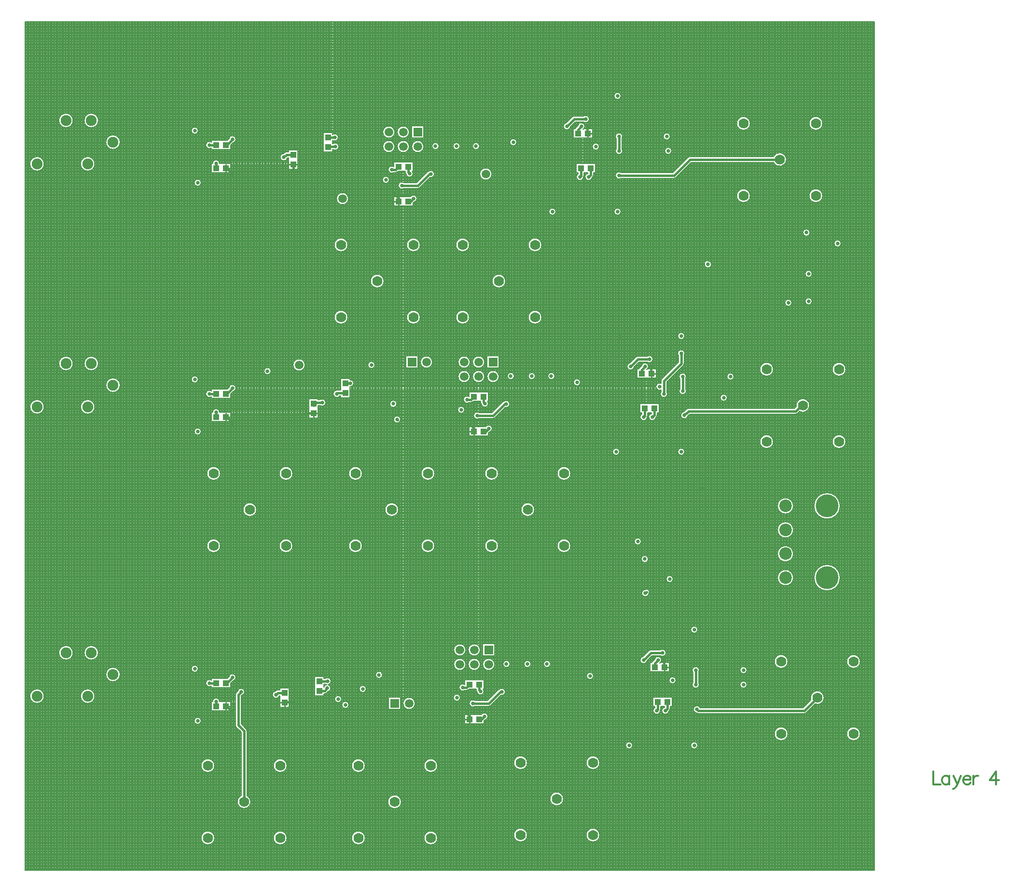
<source format=gbl>
%FSLAX24Y24*%
%MOIN*%
G70*
G01*
G75*
G04 Layer_Physical_Order=4*
%ADD10R,0.0866X0.0236*%
%ADD11R,0.0409X0.0150*%
%ADD12R,0.0236X0.0866*%
%ADD13R,0.0433X0.0394*%
%ADD14R,0.0787X0.0472*%
%ADD15R,0.0866X0.0236*%
%ADD16R,0.0591X0.0512*%
%ADD17R,0.0480X0.0169*%
%ADD18O,0.0480X0.0169*%
%ADD19R,0.1024X0.1614*%
%ADD20R,0.0394X0.0236*%
%ADD21R,0.1240X0.1360*%
%ADD22R,0.0315X0.1417*%
%ADD23R,0.0709X0.0630*%
%ADD24R,0.0394X0.0433*%
%ADD25R,0.0551X0.0236*%
%ADD26O,0.0409X0.0150*%
%ADD27R,0.0630X0.0709*%
%ADD28R,0.0512X0.0591*%
%ADD29R,0.0610X0.0236*%
%ADD30R,0.0150X0.0409*%
%ADD31O,0.0150X0.0409*%
%ADD32C,0.0160*%
%ADD33C,0.0100*%
%ADD34C,0.0300*%
%ADD35C,0.0200*%
%ADD36C,0.0120*%
%ADD37C,0.0591*%
%ADD38R,0.0591X0.0591*%
%ADD39C,0.0750*%
%ADD40C,0.0700*%
%ADD41C,0.0866*%
%ADD42C,0.1575*%
%ADD43C,0.0591*%
%ADD44C,0.0250*%
%ADD45C,0.0080*%
D13*
X63935Y65000D02*
D03*
X63265D02*
D03*
X63465Y62600D02*
D03*
X64135D02*
D03*
X52335Y61000D02*
D03*
X51665D02*
D03*
X52335Y63400D02*
D03*
X51665D02*
D03*
X34535Y63600D02*
D03*
X33865D02*
D03*
X34535Y62000D02*
D03*
X33865D02*
D03*
X34535Y43600D02*
D03*
X33865D02*
D03*
X34535Y42000D02*
D03*
X33865D02*
D03*
Y79200D02*
D03*
X34535D02*
D03*
X33865Y80800D02*
D03*
X34535D02*
D03*
X47135Y79300D02*
D03*
X46465D02*
D03*
Y76900D02*
D03*
X47135D02*
D03*
X52035Y43500D02*
D03*
X51365D02*
D03*
Y41100D02*
D03*
X52035D02*
D03*
X59735Y79200D02*
D03*
X59065D02*
D03*
X59535Y81600D02*
D03*
X58865D02*
D03*
X65035Y42300D02*
D03*
X64365D02*
D03*
X64835Y44700D02*
D03*
X64165D02*
D03*
D24*
X40600Y62935D02*
D03*
Y62265D02*
D03*
X42800Y64335D02*
D03*
Y63665D02*
D03*
X41000Y43735D02*
D03*
Y43065D02*
D03*
X38600Y42935D02*
D03*
Y42265D02*
D03*
X41600Y81335D02*
D03*
Y80665D02*
D03*
X39200Y80135D02*
D03*
Y79465D02*
D03*
D32*
X53800Y62900D02*
X53900D01*
X51900Y62100D02*
X53000D01*
X63465Y62065D02*
Y62600D01*
X63400Y62000D02*
X63465Y62065D01*
X64135Y62135D02*
Y62600D01*
X64000Y62000D02*
X64135Y62135D01*
X66100Y63800D02*
Y64800D01*
X63265Y65265D02*
X63500Y65500D01*
X63265Y65000D02*
Y65265D01*
X63900Y65100D02*
Y65500D01*
X63000Y66000D02*
X63800D01*
X62500Y65500D02*
X63000Y66000D01*
X53000Y62100D02*
X53800Y62900D01*
X51400Y61500D02*
X51665Y61235D01*
Y61000D02*
Y61235D01*
X52500Y61000D02*
X52700Y61200D01*
X52335Y61000D02*
X52500D01*
X51465Y63200D02*
X51665Y63400D01*
X51200Y63200D02*
X51465D01*
X52335Y63028D02*
Y63400D01*
Y63028D02*
X52432Y62931D01*
X46368Y61832D02*
X46400Y61800D01*
X42800Y64335D02*
X43135D01*
X42265Y63665D02*
X42800D01*
X42200Y63600D02*
X42265Y63665D01*
X40065Y62265D02*
X40600D01*
X40000Y62200D02*
X40065Y62265D01*
X40600Y62800D02*
X40800Y63000D01*
X41200D01*
X33400Y63600D02*
X33865D01*
X34535D02*
X34600D01*
X34535Y62000D02*
X34600D01*
Y63600D02*
X35000Y64000D01*
X34600Y62000D02*
X35000Y61600D01*
X33400Y43600D02*
X33865D01*
X34535D02*
X34600D01*
X33865Y42000D02*
Y42335D01*
X34535Y42000D02*
X34600D01*
Y43600D02*
X35000Y44000D01*
X34600Y42000D02*
X35000Y41600D01*
X33400Y80800D02*
X33865D01*
X34600D02*
X35000Y81200D01*
X34535Y80800D02*
X34600D01*
Y79200D02*
X35000Y78800D01*
X33865Y79200D02*
Y79535D01*
X34535Y79200D02*
X34600D01*
X33865Y62000D02*
Y62335D01*
X44956Y42944D02*
X45000Y42900D01*
X38600Y42265D02*
X38635Y42300D01*
X39100D01*
X38000Y42800D02*
X38135Y42935D01*
X38600D01*
X41000Y43065D02*
X41365D01*
X41550Y43250D01*
X41000Y43735D02*
X41565D01*
X46000Y79100D02*
X46265D01*
X47135Y78928D02*
Y79300D01*
Y78928D02*
X47231Y78832D01*
X46200Y77400D02*
X46465Y77135D01*
X47300Y76900D02*
X47500Y77100D01*
X47800Y78000D02*
X48600Y78800D01*
X46265Y79100D02*
X46465Y79300D01*
Y76900D02*
Y77135D01*
X47135Y76900D02*
X47300D01*
X50900Y43300D02*
X51165D01*
X52035Y43128D02*
X52132Y43032D01*
X52035Y43128D02*
Y43500D01*
X51100Y41600D02*
X51365Y41335D01*
X52200Y41100D02*
X52400Y41300D01*
X52700Y42200D02*
X53500Y43000D01*
X51165Y43300D02*
X51365Y43500D01*
Y41100D02*
Y41335D01*
X52035Y41100D02*
X52200D01*
X58100Y82100D02*
X58600Y82600D01*
X59400D01*
X61700Y80400D02*
Y81400D01*
X59000Y78600D02*
X59065Y78665D01*
Y79200D01*
X59500Y81700D02*
Y82100D01*
X58865Y81865D02*
X59100Y82100D01*
X59600Y78600D02*
X59735Y78735D01*
Y79200D01*
X58865Y81600D02*
Y81865D01*
X63400Y45200D02*
X63900Y45700D01*
X64700D01*
X67000Y43500D02*
Y44500D01*
X64300Y41700D02*
X64365Y41765D01*
Y42300D01*
X64800Y44800D02*
Y45200D01*
X64165Y44965D02*
X64400Y45200D01*
X64900Y41700D02*
X65035Y41835D01*
Y42300D01*
X64165Y44700D02*
Y44965D01*
X51600Y42200D02*
X52700D01*
X53500Y43000D02*
X53600D01*
X67178Y41700D02*
X74500D01*
X67089Y41789D02*
X67178Y41700D01*
X74500D02*
X75400Y42600D01*
X35400Y40700D02*
X35800Y40300D01*
X35400Y40700D02*
Y42800D01*
X35600Y43000D01*
X35800Y35400D02*
Y40300D01*
X38500Y80000D02*
X38550Y79950D01*
X38735Y80135D01*
X39200D01*
Y79097D02*
X39248Y79048D01*
X39200Y79097D02*
Y79465D01*
X41600Y80665D02*
X41635Y80700D01*
X42100D01*
X41600Y81335D02*
X42065D01*
X65500Y78700D02*
X66600Y79800D01*
X61700Y78700D02*
X65500D01*
X66600Y79800D02*
X72800D01*
X63519Y49819D02*
X63600Y49900D01*
X67510Y57110D02*
X67600Y57200D01*
X67800Y72600D02*
X67850Y72550D01*
X64800Y64500D02*
X66000Y65700D01*
X64800Y63600D02*
Y64500D01*
X66000Y65700D02*
Y66400D01*
X46700Y78000D02*
X47800D01*
X48600Y78800D02*
X48700D01*
X66500Y62400D02*
X73900D01*
X66215Y62115D02*
X66500Y62400D01*
X73900D02*
X74300Y62800D01*
D33*
X34535Y41723D02*
Y42000D01*
X34831D01*
X34535D02*
Y42277D01*
X38600Y41969D02*
Y42265D01*
X38323D02*
X38600D01*
X38877D01*
X34535Y61723D02*
Y62000D01*
X34831D01*
X34535D02*
Y62277D01*
X40600Y61969D02*
Y62265D01*
X40323D02*
X40600D01*
X40877D01*
X34535Y78923D02*
Y79200D01*
X34831D01*
X34535D02*
Y79477D01*
X39200Y79169D02*
Y79465D01*
X38923D02*
X39200D01*
X39477D01*
X46169Y76900D02*
X46465D01*
Y76623D02*
Y76900D01*
Y77177D01*
X51365Y40823D02*
Y41100D01*
X51069D02*
X51365D01*
Y41377D01*
X64835Y44423D02*
Y44700D01*
Y44977D01*
Y44700D02*
X65131D01*
X51369Y61000D02*
X51665D01*
Y60723D02*
Y61000D01*
Y61277D01*
X63935Y64723D02*
Y65000D01*
X64231D01*
X63935D02*
Y65277D01*
X59535Y81323D02*
Y81600D01*
X59831D01*
X59535D02*
Y81877D01*
D36*
X83400Y37500D02*
Y36600D01*
X83914D01*
X84527Y37200D02*
Y36600D01*
Y37071D02*
X84441Y37157D01*
X84356Y37200D01*
X84227D01*
X84141Y37157D01*
X84056Y37071D01*
X84013Y36943D01*
Y36857D01*
X84056Y36729D01*
X84141Y36643D01*
X84227Y36600D01*
X84356D01*
X84441Y36643D01*
X84527Y36729D01*
X84810Y37200D02*
X85067Y36600D01*
X85324Y37200D02*
X85067Y36600D01*
X84981Y36429D01*
X84895Y36343D01*
X84810Y36300D01*
X84767D01*
X85474Y36943D02*
X85988D01*
Y37028D01*
X85945Y37114D01*
X85902Y37157D01*
X85817Y37200D01*
X85688D01*
X85602Y37157D01*
X85517Y37071D01*
X85474Y36943D01*
Y36857D01*
X85517Y36729D01*
X85602Y36643D01*
X85688Y36600D01*
X85817D01*
X85902Y36643D01*
X85988Y36729D01*
X86181Y37200D02*
Y36600D01*
Y36943D02*
X86224Y37071D01*
X86309Y37157D01*
X86395Y37200D01*
X86524D01*
X87740Y37500D02*
X87312Y36900D01*
X87955D01*
X87740Y37500D02*
Y36600D01*
D37*
X51000Y64800D02*
D03*
Y65800D02*
D03*
X52000Y64800D02*
D03*
Y65800D02*
D03*
X53000Y64800D02*
D03*
X47200Y42200D02*
D03*
X48400Y65800D02*
D03*
X50700Y44900D02*
D03*
X51700D02*
D03*
X52700D02*
D03*
X45800Y80700D02*
D03*
X46800D02*
D03*
X47800D02*
D03*
X50700Y45900D02*
D03*
X51700D02*
D03*
X45800Y81700D02*
D03*
X46800D02*
D03*
D38*
X53000Y65800D02*
D03*
X46200Y42200D02*
D03*
X47400Y65800D02*
D03*
X52700Y45900D02*
D03*
X47800Y81700D02*
D03*
D39*
X25000Y62700D02*
D03*
X25250Y65700D02*
D03*
X26750Y64200D02*
D03*
X21500Y62700D02*
D03*
X23500Y65700D02*
D03*
X25000Y42700D02*
D03*
X25250Y45700D02*
D03*
X26750Y44200D02*
D03*
X21500Y42700D02*
D03*
X23500Y45700D02*
D03*
X25000Y79500D02*
D03*
X25250Y82500D02*
D03*
X26750Y81000D02*
D03*
X21500Y79500D02*
D03*
X23500Y82500D02*
D03*
D40*
X57900Y58100D02*
D03*
X52900D02*
D03*
Y53100D02*
D03*
X57900D02*
D03*
X55400Y55600D02*
D03*
X48500Y58100D02*
D03*
X43500D02*
D03*
Y53100D02*
D03*
X48500D02*
D03*
X46000Y55600D02*
D03*
X38700Y58100D02*
D03*
X33700D02*
D03*
Y53100D02*
D03*
X38700D02*
D03*
X36200Y55600D02*
D03*
X77900Y45100D02*
D03*
X72900D02*
D03*
Y40100D02*
D03*
X77900D02*
D03*
X75400Y42600D02*
D03*
X59900Y38100D02*
D03*
X54900D02*
D03*
Y33100D02*
D03*
X59900D02*
D03*
X57400Y35600D02*
D03*
X38300Y37900D02*
D03*
X33300D02*
D03*
Y32900D02*
D03*
X38300D02*
D03*
X35800Y35400D02*
D03*
X48700Y37900D02*
D03*
X43700D02*
D03*
Y32900D02*
D03*
X48700D02*
D03*
X46200Y35400D02*
D03*
X75300Y82300D02*
D03*
X70300D02*
D03*
Y77300D02*
D03*
X75300D02*
D03*
X72800Y79800D02*
D03*
X55900Y73900D02*
D03*
X50900D02*
D03*
Y68900D02*
D03*
X55900D02*
D03*
X53400Y71400D02*
D03*
X47500Y73900D02*
D03*
X42500D02*
D03*
Y68900D02*
D03*
X47500D02*
D03*
X45000Y71400D02*
D03*
X74400Y62800D02*
D03*
X76900Y60300D02*
D03*
X71900D02*
D03*
Y65300D02*
D03*
X76900D02*
D03*
D41*
X73200Y54200D02*
D03*
Y55854D02*
D03*
Y52546D02*
D03*
Y50893D02*
D03*
D42*
X76074Y55854D02*
D03*
Y50893D02*
D03*
D43*
X39600Y65600D02*
D03*
X42600Y77100D02*
D03*
X52500Y78800D02*
D03*
D44*
X66000Y67600D02*
D03*
X61800D02*
D03*
X61500Y59600D02*
D03*
X66000D02*
D03*
X64000Y62000D02*
D03*
X66100Y63800D02*
D03*
Y64800D02*
D03*
X63900Y65500D02*
D03*
X64500Y64100D02*
D03*
X63800Y66000D02*
D03*
X62500Y65500D02*
D03*
X69400Y64800D02*
D03*
X63500Y65500D02*
D03*
X58800Y64400D02*
D03*
X51900Y62100D02*
D03*
X53900Y62900D02*
D03*
X63400Y62000D02*
D03*
X50800Y62500D02*
D03*
X54226Y64826D02*
D03*
X55674D02*
D03*
X57026D02*
D03*
X51400Y61500D02*
D03*
X52700Y61200D02*
D03*
X51200Y63200D02*
D03*
X52432Y62931D02*
D03*
X44600Y65600D02*
D03*
X45856Y64544D02*
D03*
X46112Y62912D02*
D03*
X46368Y61832D02*
D03*
X43135Y64335D02*
D03*
X42200Y63600D02*
D03*
X40000Y62200D02*
D03*
X41200Y63000D02*
D03*
X33400Y63600D02*
D03*
X33865Y62335D02*
D03*
X32400Y64600D02*
D03*
X32600Y61000D02*
D03*
X35000Y64000D02*
D03*
Y61600D02*
D03*
X33400Y43600D02*
D03*
X33865Y42335D02*
D03*
X32400Y44600D02*
D03*
X32600Y41000D02*
D03*
X35000Y44000D02*
D03*
Y41600D02*
D03*
X33400Y80800D02*
D03*
X32400Y81800D02*
D03*
X35000Y81200D02*
D03*
X32600Y78200D02*
D03*
X33865Y79535D02*
D03*
X35000Y78800D02*
D03*
X37426Y65174D02*
D03*
X44000Y43200D02*
D03*
X42300Y42500D02*
D03*
X42800Y42100D02*
D03*
X44956Y42944D02*
D03*
X39100Y42300D02*
D03*
X38000Y42800D02*
D03*
X41550Y43250D02*
D03*
X41565Y43735D02*
D03*
X45126Y44174D02*
D03*
X46000Y79100D02*
D03*
X47231Y78832D02*
D03*
X46200Y77400D02*
D03*
X47500Y77100D02*
D03*
X49026Y80726D02*
D03*
X50474D02*
D03*
X51826D02*
D03*
X45600Y78400D02*
D03*
X46700Y78000D02*
D03*
X48700Y78800D02*
D03*
X50900Y43300D02*
D03*
X52132Y43032D02*
D03*
X51100Y41600D02*
D03*
X52400Y41300D02*
D03*
X53926Y44926D02*
D03*
X55374D02*
D03*
X56726D02*
D03*
X50500Y42600D02*
D03*
X51600Y42200D02*
D03*
X53600Y43000D02*
D03*
X58100Y82100D02*
D03*
X59400Y82600D02*
D03*
X61700Y80400D02*
D03*
Y81400D02*
D03*
X59000Y78600D02*
D03*
X54400Y81000D02*
D03*
X65000Y81400D02*
D03*
X61600Y76200D02*
D03*
X57100D02*
D03*
X61600Y84200D02*
D03*
X57400D02*
D03*
X60100Y80700D02*
D03*
X59500Y82100D02*
D03*
X59100Y82100D02*
D03*
X59600Y78600D02*
D03*
X63400Y45200D02*
D03*
X64700Y45700D02*
D03*
X67000Y43500D02*
D03*
Y44500D02*
D03*
X64300Y41700D02*
D03*
X59700Y44100D02*
D03*
X70300Y44500D02*
D03*
X66900Y39300D02*
D03*
X62400D02*
D03*
X66900Y47300D02*
D03*
X62700D02*
D03*
X65400Y43800D02*
D03*
X64800Y45200D02*
D03*
X64400Y45200D02*
D03*
X64900Y41700D02*
D03*
X67089Y41789D02*
D03*
X35600Y43000D02*
D03*
X39248Y79048D02*
D03*
X38550Y79950D02*
D03*
X42100Y80700D02*
D03*
X42065Y81335D02*
D03*
X61700Y78700D02*
D03*
X63519Y49819D02*
D03*
X65200Y50800D02*
D03*
X63481Y52181D02*
D03*
X63000Y53400D02*
D03*
Y57900D02*
D03*
X67510Y57110D02*
D03*
Y54590D02*
D03*
X74800Y71900D02*
D03*
Y70000D02*
D03*
X73400Y69900D02*
D03*
X71350Y73550D02*
D03*
X67850Y72550D02*
D03*
X64800Y63600D02*
D03*
X66000Y66400D02*
D03*
X70300Y43500D02*
D03*
X68935Y63335D02*
D03*
X65100Y80400D02*
D03*
X76800Y74000D02*
D03*
X74648Y74748D02*
D03*
X66215Y62115D02*
D03*
D45*
X33770Y32900D02*
G03*
X33770Y32900I-470J0D01*
G01*
Y37900D02*
G03*
X33770Y37900I-470J0D01*
G01*
X32845Y41000D02*
G03*
X32845Y41000I-245J0D01*
G01*
X21995Y42700D02*
G03*
X21995Y42700I-495J0D01*
G01*
X25495D02*
G03*
X25495Y42700I-495J0D01*
G01*
X35600Y35825D02*
G03*
X36270Y35400I200J-425D01*
G01*
G03*
X36000Y35825I-470J0D01*
G01*
X38770Y32900D02*
G03*
X38770Y32900I-470J0D01*
G01*
Y37900D02*
G03*
X38770Y37900I-470J0D01*
G01*
X34110Y42335D02*
G03*
X33621Y42317I-245J0D01*
G01*
X35200Y40700D02*
G03*
X35259Y40558I200J0D01*
G01*
X35200Y40700D02*
G03*
X35259Y40559I200J0D01*
G01*
Y42941D02*
G03*
X35200Y42800I141J-141D01*
G01*
X35259Y42942D02*
G03*
X35200Y42800I141J-142D01*
G01*
X36000Y40300D02*
G03*
X35941Y40442I-200J0D01*
G01*
X36000Y40300D02*
G03*
X35941Y40441I-200J0D01*
G01*
X35641Y42759D02*
G03*
X35845Y43000I-41J241D01*
G01*
G03*
X35359Y43041I-245J0D01*
G01*
X37959Y43041D02*
G03*
X38236Y42735I41J-241D01*
G01*
X38135Y43135D02*
G03*
X37993Y43076I0J-200D01*
G01*
X38135Y43135D02*
G03*
X37993Y43076I0J-200D01*
G01*
X27245Y44200D02*
G03*
X27245Y44200I-495J0D01*
G01*
X23995Y45700D02*
G03*
X23995Y45700I-495J0D01*
G01*
X25745D02*
G03*
X25745Y45700I-495J0D01*
G01*
X33529Y43808D02*
G03*
X33529Y43392I-129J-208D01*
G01*
X32645Y44600D02*
G03*
X32645Y44600I-245J0D01*
G01*
X34170Y53100D02*
G03*
X34170Y53100I-470J0D01*
G01*
Y58100D02*
G03*
X34170Y58100I-470J0D01*
G01*
X35041Y43759D02*
G03*
X35245Y44000I-41J241D01*
G01*
G03*
X34759Y44041I-245J0D01*
G01*
X39170Y53100D02*
G03*
X39170Y53100I-470J0D01*
G01*
X36670Y55600D02*
G03*
X36670Y55600I-470J0D01*
G01*
X39170Y58100D02*
G03*
X39170Y58100I-470J0D01*
G01*
X41365Y42865D02*
G03*
X41507Y42924I0J200D01*
G01*
X41365Y42865D02*
G03*
X41507Y42924I0J200D01*
G01*
X41522Y43493D02*
G03*
X41317Y43325I28J-243D01*
G01*
X41591Y43009D02*
G03*
X41795Y43250I-41J241D01*
G01*
G03*
X41593Y43491I-245J0D01*
G01*
X41424Y43535D02*
G03*
X41522Y43493I142J200D01*
G01*
X41593Y43491D02*
G03*
X41810Y43735I-28J243D01*
G01*
X44170Y32900D02*
G03*
X44170Y32900I-470J0D01*
G01*
X49170D02*
G03*
X49170Y32900I-470J0D01*
G01*
X44170Y37900D02*
G03*
X44170Y37900I-470J0D01*
G01*
X46670Y35400D02*
G03*
X46670Y35400I-470J0D01*
G01*
X43045Y42100D02*
G03*
X43045Y42100I-245J0D01*
G01*
X42545Y42500D02*
G03*
X42545Y42500I-245J0D01*
G01*
X44245Y43200D02*
G03*
X44245Y43200I-245J0D01*
G01*
X47615Y42200D02*
G03*
X47615Y42200I-415J0D01*
G01*
X49170Y37900D02*
G03*
X49170Y37900I-470J0D01*
G01*
X50745Y42600D02*
G03*
X50745Y42600I-245J0D01*
G01*
X41810Y43735D02*
G03*
X41424Y43935I-245J0D01*
G01*
X45371Y44174D02*
G03*
X45371Y44174I-245J0D01*
G01*
X43970Y53100D02*
G03*
X43970Y53100I-470J0D01*
G01*
X46470Y55600D02*
G03*
X46470Y55600I-470J0D01*
G01*
X43970Y58100D02*
G03*
X43970Y58100I-470J0D01*
G01*
X48970Y53100D02*
G03*
X48970Y53100I-470J0D01*
G01*
X51115Y44900D02*
G03*
X51115Y44900I-415J0D01*
G01*
Y45900D02*
G03*
X51115Y45900I-415J0D01*
G01*
X48970Y58100D02*
G03*
X48970Y58100I-470J0D01*
G01*
X21995Y62700D02*
G03*
X21995Y62700I-495J0D01*
G01*
X25495D02*
G03*
X25495Y62700I-495J0D01*
G01*
X27245Y64200D02*
G03*
X27245Y64200I-495J0D01*
G01*
X23995Y65700D02*
G03*
X23995Y65700I-495J0D01*
G01*
X25745D02*
G03*
X25745Y65700I-495J0D01*
G01*
X32845Y61000D02*
G03*
X32845Y61000I-245J0D01*
G01*
X34110Y62335D02*
G03*
X33621Y62317I-245J0D01*
G01*
X33529Y63808D02*
G03*
X33529Y63392I-129J-208D01*
G01*
X35041Y63759D02*
G03*
X35245Y64000I-41J241D01*
G01*
X41058Y62800D02*
G03*
X41445Y63000I142J200D01*
G01*
G03*
X41058Y63200I-245J0D01*
G01*
X42175Y63844D02*
G03*
X42405Y63465I25J-244D01*
G01*
X35245Y64000D02*
G03*
X34759Y64041I-245J0D01*
G01*
X32645Y64600D02*
G03*
X32645Y64600I-245J0D01*
G01*
X37671Y65174D02*
G03*
X37671Y65174I-245J0D01*
G01*
X42265Y63865D02*
G03*
X42175Y63844I0J-200D01*
G01*
X42265Y63865D02*
G03*
X42175Y63844I0J-200D01*
G01*
X40015Y65600D02*
G03*
X40015Y65600I-415J0D01*
G01*
X32845Y78200D02*
G03*
X32845Y78200I-245J0D01*
G01*
X43117Y64090D02*
G03*
X43380Y64335I18J244D01*
G01*
G03*
X43117Y64579I-245J0D01*
G01*
X44845Y65600D02*
G03*
X44845Y65600I-245J0D01*
G01*
X42970Y68900D02*
G03*
X42970Y68900I-470J0D01*
G01*
Y73900D02*
G03*
X42970Y73900I-470J0D01*
G01*
X43015Y77100D02*
G03*
X43015Y77100I-415J0D01*
G01*
X21995Y79500D02*
G03*
X21995Y79500I-495J0D01*
G01*
X25495D02*
G03*
X25495Y79500I-495J0D01*
G01*
X27245Y81000D02*
G03*
X27245Y81000I-495J0D01*
G01*
X23995Y82500D02*
G03*
X23995Y82500I-495J0D01*
G01*
X25745D02*
G03*
X25745Y82500I-495J0D01*
G01*
X33529Y81008D02*
G03*
X33529Y80592I-129J-208D01*
G01*
X32645Y81800D02*
G03*
X32645Y81800I-245J0D01*
G01*
X34110Y79535D02*
G03*
X33621Y79517I-245J0D01*
G01*
X38305Y79955D02*
G03*
X38791Y79909I245J-5D01*
G01*
X35245Y81200D02*
G03*
X34759Y81241I-245J0D01*
G01*
X38516Y80199D02*
G03*
X38305Y79955I-16J-199D01*
G01*
X35041Y80959D02*
G03*
X35245Y81200I-41J241D01*
G01*
X38735Y80335D02*
G03*
X38593Y80276I0J-200D01*
G01*
X38735Y80335D02*
G03*
X38593Y80276I0J-200D01*
G01*
X41958Y80500D02*
G03*
X42345Y80700I142J200D01*
G01*
G03*
X41958Y80900I-245J0D01*
G01*
X41924Y81135D02*
G03*
X42310Y81335I142J200D01*
G01*
G03*
X41924Y81535I-245J0D01*
G01*
X46613Y61832D02*
G03*
X46513Y61635I-245J0D01*
G01*
X46357Y62912D02*
G03*
X46357Y62912I-245J0D01*
G01*
X46513Y61635D02*
G03*
X46565Y61687I-113J165D01*
G01*
G03*
X46613Y61832I-198J145D01*
G01*
X47970Y68900D02*
G03*
X47970Y68900I-470J0D01*
G01*
X51045Y62500D02*
G03*
X51045Y62500I-245J0D01*
G01*
X48815Y65800D02*
G03*
X48815Y65800I-415J0D01*
G01*
X51370Y68900D02*
G03*
X51370Y68900I-470J0D01*
G01*
X45470Y71400D02*
G03*
X45470Y71400I-470J0D01*
G01*
X47745Y77100D02*
G03*
X47285Y77217I-245J0D01*
G01*
X47541Y76859D02*
G03*
X47745Y77100I-41J241D01*
G01*
X47970Y73900D02*
G03*
X47970Y73900I-470J0D01*
G01*
X47800Y77800D02*
G03*
X47941Y77859I0J200D01*
G01*
X47800Y77800D02*
G03*
X47942Y77859I0J200D01*
G01*
X51370Y73900D02*
G03*
X51370Y73900I-470J0D01*
G01*
X45845Y78400D02*
G03*
X45845Y78400I-245J0D01*
G01*
X46129Y79308D02*
G03*
X46142Y78900I-129J-208D01*
G01*
X46215Y80700D02*
G03*
X46215Y80700I-415J0D01*
G01*
Y81700D02*
G03*
X46215Y81700I-415J0D01*
G01*
X46842Y78200D02*
G03*
X46842Y77800I-142J-200D01*
G01*
X46265Y78900D02*
G03*
X46407Y78959I0J200D01*
G01*
X46265Y78900D02*
G03*
X46407Y78959I0J200D01*
G01*
X46935Y78928D02*
G03*
X46990Y78790I200J0D01*
G01*
G03*
X47477Y78832I242J41D01*
G01*
X46935Y78928D02*
G03*
X46990Y78790I200J0D01*
G01*
X47215Y80700D02*
G03*
X47215Y80700I-415J0D01*
G01*
X47477Y78832D02*
G03*
X47424Y78983I-245J0D01*
G01*
X48550Y78994D02*
G03*
X48458Y78941I50J-194D01*
G01*
X48644Y78561D02*
G03*
X48945Y78800I56J239D01*
G01*
X48215Y80700D02*
G03*
X48215Y80700I-415J0D01*
G01*
X48550Y78994D02*
G03*
X48459Y78941I50J-194D01*
G01*
X48945Y78800D02*
G03*
X48550Y78994I-245J0D01*
G01*
X47215Y81700D02*
G03*
X47215Y81700I-415J0D01*
G01*
X49271Y80726D02*
G03*
X49271Y80726I-245J0D01*
G01*
X50719D02*
G03*
X50719Y80726I-245J0D01*
G01*
X51742Y42400D02*
G03*
X51742Y42000I-142J-200D01*
G01*
X52441Y41059D02*
G03*
X52645Y41300I-41J241D01*
G01*
G03*
X52185Y41417I-245J0D01*
G01*
X55370Y33100D02*
G03*
X55370Y33100I-470J0D01*
G01*
Y38100D02*
G03*
X55370Y38100I-470J0D01*
G01*
X52700Y42000D02*
G03*
X52841Y42059I0J200D01*
G01*
X52700Y42000D02*
G03*
X52842Y42059I0J200D01*
G01*
X51029Y43508D02*
G03*
X51042Y43100I-129J-208D01*
G01*
X51165D02*
G03*
X51307Y43159I0J200D01*
G01*
X51165Y43100D02*
G03*
X51307Y43159I0J200D01*
G01*
X51835Y43128D02*
G03*
X51890Y42990I200J0D01*
G01*
X51835Y43128D02*
G03*
X51890Y42990I200J0D01*
G01*
G03*
X52376Y43032I242J41D01*
G01*
G03*
X52324Y43183I-245J0D01*
G01*
X53544Y42761D02*
G03*
X53845Y43000I56J239D01*
G01*
G03*
X53450Y43194I-245J0D01*
G01*
G03*
X53358Y43141I50J-194D01*
G01*
X53450Y43194D02*
G03*
X53359Y43141I50J-194D01*
G01*
X54171Y44926D02*
G03*
X54171Y44926I-245J0D01*
G01*
X60370Y33100D02*
G03*
X60370Y33100I-470J0D01*
G01*
X57870Y35600D02*
G03*
X57870Y35600I-470J0D01*
G01*
X60370Y38100D02*
G03*
X60370Y38100I-470J0D01*
G01*
X62645Y39300D02*
G03*
X62645Y39300I-245J0D01*
G01*
X55619Y44926D02*
G03*
X55619Y44926I-245J0D01*
G01*
X56971D02*
G03*
X56971Y44926I-245J0D01*
G01*
X59945Y44100D02*
G03*
X59945Y44100I-245J0D01*
G01*
X64024Y45107D02*
G03*
X63972Y45017I141J-141D01*
G01*
X64024Y45107D02*
G03*
X63972Y45017I141J-142D01*
G01*
X64544Y41675D02*
G03*
X64565Y41765I-178J91D01*
G01*
X64165Y41905D02*
G03*
X64544Y41675I135J-205D01*
G01*
G03*
X64565Y41765I-178J91D01*
G01*
X64835Y41936D02*
G03*
X65141Y41659I65J-236D01*
G01*
X65176Y41693D02*
G03*
X65235Y41835I-141J142D01*
G01*
X65176Y41693D02*
G03*
X65235Y41835I-141J141D01*
G01*
X64502Y44977D02*
G03*
X64563Y45017I-102J223D01*
G01*
X65645Y43800D02*
G03*
X65645Y43800I-245J0D01*
G01*
X52115Y44900D02*
G03*
X52115Y44900I-415J0D01*
G01*
X53115D02*
G03*
X53115Y44900I-415J0D01*
G01*
X52115Y45900D02*
G03*
X52115Y45900I-415J0D01*
G01*
X53370Y53100D02*
G03*
X53370Y53100I-470J0D01*
G01*
X58370D02*
G03*
X58370Y53100I-470J0D01*
G01*
X55870Y55600D02*
G03*
X55870Y55600I-470J0D01*
G01*
X53370Y58100D02*
G03*
X53370Y58100I-470J0D01*
G01*
X63359Y45441D02*
G03*
X63641Y45159I41J-241D01*
G01*
X64563Y45017D02*
G03*
X64645Y45200I-163J183D01*
G01*
G03*
X64159Y45241I-245J0D01*
G01*
X63245Y53400D02*
G03*
X63245Y53400I-245J0D01*
G01*
X58370Y58100D02*
G03*
X58370Y58100I-470J0D01*
G01*
X61745Y59600D02*
G03*
X61745Y59600I-245J0D01*
G01*
X63900Y45900D02*
G03*
X63758Y45841I0J-200D01*
G01*
X63900Y45900D02*
G03*
X63759Y45841I0J-200D01*
G01*
X63481Y50061D02*
G03*
X63761Y49781I38J-242D01*
G01*
X63726Y52181D02*
G03*
X63726Y52181I-245J0D01*
G01*
X63800Y49900D02*
G03*
X63481Y50061I-200J0D01*
G01*
X63761Y49781D02*
G03*
X63800Y49900I-161J119D01*
G01*
X64558Y45500D02*
G03*
X64945Y45700I142J200D01*
G01*
G03*
X64558Y45900I-245J0D01*
G01*
X65445Y50800D02*
G03*
X65445Y50800I-245J0D01*
G01*
X66245Y59600D02*
G03*
X66245Y59600I-245J0D01*
G01*
X67145Y39300D02*
G03*
X67145Y39300I-245J0D01*
G01*
X66800Y43642D02*
G03*
X67245Y43500I200J-142D01*
G01*
X67049Y41547D02*
G03*
X67178Y41500I129J153D01*
G01*
X67307Y41900D02*
G03*
X67049Y41547I-218J-111D01*
G01*
G03*
X67178Y41500I129J153D01*
G01*
X67245Y43500D02*
G03*
X67200Y43642I-245J0D01*
G01*
X67245Y44500D02*
G03*
X66800Y44358I-245J0D01*
G01*
X67200D02*
G03*
X67245Y44500I-200J142D01*
G01*
X70545Y43500D02*
G03*
X70545Y43500I-245J0D01*
G01*
Y44500D02*
G03*
X70545Y44500I-245J0D01*
G01*
X73370Y40100D02*
G03*
X73370Y40100I-470J0D01*
G01*
X78370D02*
G03*
X78370Y40100I-470J0D01*
G01*
X74500Y41500D02*
G03*
X74641Y41559I0J200D01*
G01*
X74500Y41500D02*
G03*
X74642Y41559I0J200D01*
G01*
X75870Y42600D02*
G03*
X74958Y42441I-470J0D01*
G01*
X75241Y42158D02*
G03*
X75870Y42600I159J442D01*
G01*
X73370Y45100D02*
G03*
X73370Y45100I-470J0D01*
G01*
X78370D02*
G03*
X78370Y45100I-470J0D01*
G01*
X67145Y47300D02*
G03*
X67145Y47300I-245J0D01*
G01*
X73753Y50893D02*
G03*
X73753Y50893I-553J0D01*
G01*
Y52546D02*
G03*
X73753Y52546I-553J0D01*
G01*
Y54200D02*
G03*
X73753Y54200I-553J0D01*
G01*
Y55854D02*
G03*
X73753Y55854I-553J0D01*
G01*
X76981Y50893D02*
G03*
X76981Y50893I-907J0D01*
G01*
Y55854D02*
G03*
X76981Y55854I-907J0D01*
G01*
X51465Y63000D02*
G03*
X51607Y63059I0J200D01*
G01*
X51465Y63000D02*
G03*
X51607Y63059I0J200D01*
G01*
X52042Y62300D02*
G03*
X52042Y61900I-142J-200D01*
G01*
X51329Y63408D02*
G03*
X51342Y63000I-129J-208D01*
G01*
X52741Y60959D02*
G03*
X52945Y61200I-41J241D01*
G01*
G03*
X52485Y61317I-245J0D01*
G01*
X52190Y62890D02*
G03*
X52677Y62931I242J41D01*
G01*
X52135Y63028D02*
G03*
X52190Y62890I200J0D01*
G01*
X52135Y63028D02*
G03*
X52190Y62890I200J0D01*
G01*
X52677Y62931D02*
G03*
X52624Y63083I-245J0D01*
G01*
X51415Y64800D02*
G03*
X51415Y64800I-415J0D01*
G01*
Y65800D02*
G03*
X51415Y65800I-415J0D01*
G01*
X52415Y64800D02*
G03*
X52415Y64800I-415J0D01*
G01*
X53415D02*
G03*
X53415Y64800I-415J0D01*
G01*
X52415Y65800D02*
G03*
X52415Y65800I-415J0D01*
G01*
X53000Y61900D02*
G03*
X53141Y61959I0J200D01*
G01*
X53000Y61900D02*
G03*
X53142Y61959I0J200D01*
G01*
X53844Y62661D02*
G03*
X54145Y62900I56J239D01*
G01*
X53750Y63094D02*
G03*
X53658Y63041I50J-194D01*
G01*
X53750Y63094D02*
G03*
X53659Y63041I50J-194D01*
G01*
X54145Y62900D02*
G03*
X53750Y63094I-245J0D01*
G01*
X54471Y64826D02*
G03*
X54471Y64826I-245J0D01*
G01*
X55919D02*
G03*
X55919Y64826I-245J0D01*
G01*
X57271D02*
G03*
X57271Y64826I-245J0D01*
G01*
X59045Y64400D02*
G03*
X59045Y64400I-245J0D01*
G01*
X63265Y62205D02*
G03*
X63644Y61975I135J-205D01*
G01*
G03*
X63665Y62065I-178J91D01*
G01*
X63644Y61975D02*
G03*
X63665Y62065I-178J91D01*
G01*
X63935Y62236D02*
G03*
X64241Y61959I65J-236D01*
G01*
X64276Y61993D02*
G03*
X64335Y62135I-141J142D01*
G01*
X64276Y61993D02*
G03*
X64335Y62135I-141J141D01*
G01*
X64600Y63742D02*
G03*
X65045Y63600I200J-142D01*
G01*
G03*
X65000Y63742I-245J0D01*
G01*
X64600Y64324D02*
G03*
X64600Y63876I-100J-224D01*
G01*
X64659Y64641D02*
G03*
X64600Y64500I141J-141D01*
G01*
X64659Y64642D02*
G03*
X64600Y64500I141J-142D01*
G01*
X62459Y65741D02*
G03*
X62741Y65459I41J-241D01*
G01*
X53870Y71400D02*
G03*
X53870Y71400I-470J0D01*
G01*
X56370Y68900D02*
G03*
X56370Y68900I-470J0D01*
G01*
X63602Y65277D02*
G03*
X63663Y65317I-102J223D01*
G01*
X63124Y65407D02*
G03*
X63072Y65317I141J-141D01*
G01*
X63124Y65407D02*
G03*
X63072Y65317I141J-142D01*
G01*
X63000Y66200D02*
G03*
X62858Y66141I0J-200D01*
G01*
X63000Y66200D02*
G03*
X62859Y66141I0J-200D01*
G01*
X63663Y65317D02*
G03*
X63745Y65500I-163J183D01*
G01*
G03*
X63259Y65541I-245J0D01*
G01*
X63658Y65800D02*
G03*
X64045Y66000I142J200D01*
G01*
G03*
X63658Y66200I-245J0D01*
G01*
X56370Y73900D02*
G03*
X56370Y73900I-470J0D01*
G01*
X57345Y76200D02*
G03*
X57345Y76200I-245J0D01*
G01*
X58865Y78805D02*
G03*
X59244Y78575I135J-205D01*
G01*
X52071Y80726D02*
G03*
X52071Y80726I-245J0D01*
G01*
X52915Y78800D02*
G03*
X52915Y78800I-415J0D01*
G01*
X54645Y81000D02*
G03*
X54645Y81000I-245J0D01*
G01*
X58059Y82341D02*
G03*
X58341Y82059I41J-241D01*
G01*
X58600Y82800D02*
G03*
X58458Y82741I0J-200D01*
G01*
X58600Y82800D02*
G03*
X58459Y82741I0J-200D01*
G01*
X58724Y82007D02*
G03*
X58672Y81917I141J-141D01*
G01*
X58724Y82007D02*
G03*
X58672Y81917I141J-142D01*
G01*
X59345Y82100D02*
G03*
X58859Y82141I-245J0D01*
G01*
X59244Y78575D02*
G03*
X59265Y78665I-178J91D01*
G01*
X59244Y78575D02*
G03*
X59265Y78665I-178J91D01*
G01*
X59876Y78593D02*
G03*
X59935Y78735I-141J142D01*
G01*
X59876Y78593D02*
G03*
X59935Y78735I-141J141D01*
G01*
X61845Y76200D02*
G03*
X61845Y76200I-245J0D01*
G01*
X59535Y78836D02*
G03*
X59841Y78559I65J-236D01*
G01*
X61842Y78900D02*
G03*
X61842Y78500I-142J-200D01*
G01*
X59202Y81877D02*
G03*
X59263Y81917I-102J223D01*
G01*
G03*
X59345Y82100I-163J183D01*
G01*
X60345Y80700D02*
G03*
X60345Y80700I-245J0D01*
G01*
X59258Y82400D02*
G03*
X59645Y82600I142J200D01*
G01*
G03*
X59258Y82800I-245J0D01*
G01*
X61500Y80542D02*
G03*
X61945Y80400I200J-142D01*
G01*
G03*
X61900Y80542I-245J0D01*
G01*
Y81258D02*
G03*
X61945Y81400I-200J142D01*
G01*
G03*
X61500Y81258I-245J0D01*
G01*
X61845Y84200D02*
G03*
X61845Y84200I-245J0D01*
G01*
X66174Y62357D02*
G03*
X66457Y62074I41J-241D01*
G01*
X66500Y62600D02*
G03*
X66358Y62541I0J-200D01*
G01*
X66500Y62600D02*
G03*
X66359Y62541I0J-200D01*
G01*
X65900Y63942D02*
G03*
X66345Y63800I200J-142D01*
G01*
G03*
X66300Y63942I-245J0D01*
G01*
Y64658D02*
G03*
X66345Y64800I-200J142D01*
G01*
G03*
X65900Y64658I-245J0D01*
G01*
X66141Y65558D02*
G03*
X66200Y65700I-141J142D01*
G01*
X66141Y65559D02*
G03*
X66200Y65700I-141J141D01*
G01*
X66245Y66400D02*
G03*
X65800Y66258I-245J0D01*
G01*
X66200D02*
G03*
X66245Y66400I-200J142D01*
G01*
Y67600D02*
G03*
X66245Y67600I-245J0D01*
G01*
X67605Y72555D02*
G03*
X68095Y72550I245J-5D01*
G01*
X67845Y72795D02*
G03*
X67605Y72555I-45J-195D01*
G01*
X72370Y60300D02*
G03*
X72370Y60300I-470J0D01*
G01*
X69180Y63335D02*
G03*
X69180Y63335I-245J0D01*
G01*
X73900Y62200D02*
G03*
X74041Y62259I0J200D01*
G01*
X73900Y62200D02*
G03*
X74042Y62259I0J200D01*
G01*
X77370Y60300D02*
G03*
X77370Y60300I-470J0D01*
G01*
X74172Y62389D02*
G03*
X74870Y62800I228J411D01*
G01*
G03*
X73937Y62720I-470J0D01*
G01*
X69645Y64800D02*
G03*
X69645Y64800I-245J0D01*
G01*
X72370Y65300D02*
G03*
X72370Y65300I-470J0D01*
G01*
X77370D02*
G03*
X77370Y65300I-470J0D01*
G01*
X73645Y69900D02*
G03*
X73645Y69900I-245J0D01*
G01*
X75045Y70000D02*
G03*
X75045Y70000I-245J0D01*
G01*
X68095Y72550D02*
G03*
X67845Y72795I-245J0D01*
G01*
X75045Y71900D02*
G03*
X75045Y71900I-245J0D01*
G01*
X74893Y74748D02*
G03*
X74893Y74748I-245J0D01*
G01*
X77045Y74000D02*
G03*
X77045Y74000I-245J0D01*
G01*
X65500Y78500D02*
G03*
X65641Y78559I0J200D01*
G01*
X65500Y78500D02*
G03*
X65642Y78559I0J200D01*
G01*
X70770Y77300D02*
G03*
X70770Y77300I-470J0D01*
G01*
X65345Y80400D02*
G03*
X65345Y80400I-245J0D01*
G01*
X65245Y81400D02*
G03*
X65245Y81400I-245J0D01*
G01*
X66600Y80000D02*
G03*
X66458Y79941I0J-200D01*
G01*
X66600Y80000D02*
G03*
X66459Y79941I0J-200D01*
G01*
X70770Y82300D02*
G03*
X70770Y82300I-470J0D01*
G01*
X75770Y77300D02*
G03*
X75770Y77300I-470J0D01*
G01*
X72375Y79600D02*
G03*
X73270Y79800I425J200D01*
G01*
G03*
X72375Y80000I-470J0D01*
G01*
X75770Y82300D02*
G03*
X75770Y82300I-470J0D01*
G01*
X20670Y32800D02*
X32841D01*
X20670Y32880D02*
X32830D01*
X20670Y32960D02*
X32834D01*
X20670Y32560D02*
X32975D01*
X20670Y32640D02*
X32908D01*
X20670Y32720D02*
X32866D01*
X20670Y33040D02*
X32851D01*
X20670Y37760D02*
X32851D01*
X20670Y37840D02*
X32834D01*
X20670Y33120D02*
X32885D01*
X20670Y33200D02*
X32938D01*
X20670Y37600D02*
X32938D01*
X20670Y37680D02*
X32885D01*
X32480Y30670D02*
Y40786D01*
X32400Y30670D02*
Y40858D01*
X32560Y30670D02*
Y40758D01*
X32640Y30670D02*
Y40758D01*
X32880Y30670D02*
Y32689D01*
X32720Y30670D02*
Y40786D01*
X32800Y30670D02*
Y40858D01*
X32880Y33111D02*
Y37689D01*
X20670Y37920D02*
X32830D01*
X20670Y38000D02*
X32841D01*
X32960Y30670D02*
Y32576D01*
X33040Y30670D02*
Y32508D01*
X20670Y38080D02*
X32866D01*
X32960Y33224D02*
Y37576D01*
X21200Y30670D02*
Y42306D01*
X21040Y30670D02*
Y42517D01*
X21120Y30670D02*
Y42383D01*
X21360Y30670D02*
Y42225D01*
X21280Y30670D02*
Y42257D01*
X21440Y30670D02*
Y42209D01*
X21520Y30670D02*
Y42205D01*
X21600Y30670D02*
Y42215D01*
X21680Y30670D02*
Y42239D01*
X21760Y30670D02*
Y42279D01*
X21840Y30670D02*
Y42340D01*
X21920Y30670D02*
Y42438D01*
X24560Y30670D02*
Y42473D01*
X24800Y30670D02*
Y42247D01*
X24640Y30670D02*
Y42360D01*
X24720Y30670D02*
Y42292D01*
X24880Y30670D02*
Y42220D01*
X24960Y30670D02*
Y42207D01*
X25040Y30670D02*
Y42207D01*
X25120Y30670D02*
Y42220D01*
X25200Y30670D02*
Y42247D01*
X25280Y30670D02*
Y42292D01*
X25360Y30670D02*
Y42360D01*
X25440Y30670D02*
Y42473D01*
X26640Y30670D02*
Y43717D01*
X26720Y30670D02*
Y43706D01*
X26800Y30670D02*
Y43708D01*
X20670Y32480D02*
X33089D01*
X20670Y33280D02*
X33023D01*
X20670Y33360D02*
X33204D01*
X20670Y34960D02*
X35635D01*
X20670Y35040D02*
X35498D01*
X20670Y35120D02*
X35423D01*
X20670Y35280D02*
X35346D01*
X20670Y35360D02*
X35332D01*
X20670Y35440D02*
X35332D01*
X20670Y35200D02*
X35375D01*
X20670Y35520D02*
X35346D01*
X20670Y35600D02*
X35375D01*
X20670Y35680D02*
X35423D01*
X33280Y30670D02*
Y32430D01*
X33120Y30670D02*
Y32466D01*
X33200Y30670D02*
Y32441D01*
X33360Y30670D02*
Y32434D01*
X33440Y30670D02*
Y32451D01*
X33520Y30670D02*
Y32485D01*
X20670Y35760D02*
X35498D01*
X20670Y35840D02*
X35600D01*
X20670Y35920D02*
X35600D01*
X33396Y33360D02*
X38204D01*
X33511Y32480D02*
X38089D01*
X20670Y36000D02*
X35600D01*
X20670Y36080D02*
X35600D01*
X20670Y36160D02*
X35600D01*
X20670Y36240D02*
X35600D01*
X20670Y36320D02*
X35600D01*
X20670Y36400D02*
X35600D01*
X20670Y36480D02*
X35600D01*
X20670Y36560D02*
X35600D01*
X20670Y36640D02*
X35600D01*
X20670Y36720D02*
X35600D01*
X20670Y36800D02*
X35600D01*
X20670Y36880D02*
X35600D01*
X20670Y36960D02*
X35600D01*
X20670Y37040D02*
X35600D01*
X20670Y37120D02*
X35600D01*
X33200Y33359D02*
Y37441D01*
X33040Y33292D02*
Y37508D01*
X33120Y33334D02*
Y37466D01*
X33280Y33370D02*
Y37430D01*
X33360Y33366D02*
Y37434D01*
X33440Y33349D02*
Y37451D01*
X33520Y33315D02*
Y37485D01*
X20670Y37440D02*
X33204D01*
X20670Y37520D02*
X33023D01*
X20670Y37200D02*
X35600D01*
X20670Y37280D02*
X35600D01*
X20670Y37360D02*
X35600D01*
X33396Y37440D02*
X35600D01*
X20670Y40800D02*
X32458D01*
X20670Y40880D02*
X32386D01*
X20670Y40960D02*
X32358D01*
X20670Y38160D02*
X32908D01*
X20670Y38240D02*
X32975D01*
X20670Y38320D02*
X33089D01*
X20670Y41040D02*
X32358D01*
X20670Y41120D02*
X32386D01*
X20670Y41200D02*
X32458D01*
X20670Y41760D02*
X33529D01*
X20670Y41840D02*
X33529D01*
X20670Y41920D02*
X33529D01*
X20670Y42000D02*
X33529D01*
X20670Y42240D02*
X21317D01*
X20670Y42320D02*
X21183D01*
X21683Y42240D02*
X24817D01*
X20670Y42080D02*
X33529D01*
X20670Y42160D02*
X33529D01*
X25183Y42240D02*
X33529D01*
X20670Y42400D02*
X21106D01*
X20670Y42480D02*
X21057D01*
X20670Y42560D02*
X21025D01*
X21817Y42320D02*
X24683D01*
X25317D02*
X33621D01*
X21894Y42400D02*
X24606D01*
X21943Y42480D02*
X24557D01*
X20670Y42640D02*
X21009D01*
X20670Y42720D02*
X21005D01*
X20670Y42800D02*
X21015D01*
X20670Y42880D02*
X21039D01*
X20670Y42960D02*
X21079D01*
X20670Y43040D02*
X21140D01*
X20670Y43120D02*
X21238D01*
X20670Y43520D02*
X33168D01*
X20670Y43360D02*
X33351D01*
X20670Y43440D02*
X33214D01*
X20670Y43600D02*
X33155D01*
X20670Y43680D02*
X33168D01*
X21975Y42560D02*
X24525D01*
X21991Y42640D02*
X24509D01*
X33360Y38366D02*
Y43358D01*
X33440Y38349D02*
Y43358D01*
X33200Y38359D02*
Y43458D01*
X33280Y38370D02*
Y43386D01*
X21995Y42720D02*
X24505D01*
X21961Y42880D02*
X24539D01*
X21985Y42800D02*
X24515D01*
X21860Y43040D02*
X24640D01*
X21921Y42960D02*
X24579D01*
X21762Y43120D02*
X24738D01*
X33449Y43360D02*
X33529D01*
X20670Y38400D02*
X35600D01*
X20670Y38480D02*
X35600D01*
X20670Y38560D02*
X35600D01*
X20670Y38640D02*
X35600D01*
X20670Y38720D02*
X35600D01*
X20670Y38800D02*
X35600D01*
X20670Y38880D02*
X35600D01*
X20670Y38960D02*
X35600D01*
X20670Y39040D02*
X35600D01*
X20670Y39120D02*
X35600D01*
X20670Y39200D02*
X35600D01*
X20670Y39280D02*
X35600D01*
X20670Y39360D02*
X35600D01*
X33511Y38320D02*
X35600D01*
X20670Y39440D02*
X35600D01*
X20670Y39520D02*
X35600D01*
X20670Y39600D02*
X35600D01*
X20670Y39680D02*
X35600D01*
X20670Y39760D02*
X35600D01*
X20670Y39840D02*
X35600D01*
X20670Y40240D02*
X35577D01*
X20670Y40320D02*
X35497D01*
X20670Y40400D02*
X35417D01*
X20670Y39920D02*
X35600D01*
X20670Y40000D02*
X35600D01*
X20670Y40080D02*
X35600D01*
X20670Y40160D02*
X35600D01*
X20670Y40640D02*
X35209D01*
X20670Y40720D02*
X35200D01*
X20670Y41280D02*
X35200D01*
X20670Y40480D02*
X35337D01*
X20670Y40560D02*
X35257D01*
X20670Y41360D02*
X35200D01*
X20670Y41440D02*
X35200D01*
X20670Y41520D02*
X35200D01*
X20670Y41600D02*
X35200D01*
X20670Y41680D02*
X35200D01*
X25360Y43040D02*
X35357D01*
X20670Y43200D02*
X35458D01*
X25262Y43120D02*
X35386D01*
X32742Y40800D02*
X35200D01*
X25394Y42400D02*
X33629D01*
X32814Y40880D02*
X35200D01*
X32842Y40960D02*
X35200D01*
X32842Y41040D02*
X35200D01*
X32742Y41200D02*
X35200D01*
X32814Y41120D02*
X35200D01*
X25443Y42480D02*
X33668D01*
X25475Y42560D02*
X33769D01*
X25491Y42640D02*
X35200D01*
X25495Y42720D02*
X35200D01*
X25485Y42800D02*
X35200D01*
X25421Y42960D02*
X35277D01*
X25461Y42880D02*
X35217D01*
X33600Y30670D02*
Y32538D01*
Y33262D02*
Y37538D01*
X33680Y30670D02*
Y32623D01*
X33760Y30670D02*
Y32804D01*
X33680Y33177D02*
Y37623D01*
X33760Y32996D02*
Y37804D01*
X33577Y37520D02*
X35600D01*
X33662Y37600D02*
X35600D01*
X33715Y37680D02*
X35600D01*
X33749Y37760D02*
X35600D01*
X33766Y37840D02*
X35600D01*
X33692Y38160D02*
X35600D01*
X33734Y38080D02*
X35600D01*
X35520Y30670D02*
Y35023D01*
X35360Y30670D02*
Y35235D01*
X35440Y30670D02*
Y35098D01*
X35680Y30670D02*
Y34946D01*
X35760Y30670D02*
Y34932D01*
X35600Y30670D02*
Y34975D01*
X35840Y30670D02*
Y34932D01*
X35920Y30670D02*
Y34946D01*
X33770Y37920D02*
X35600D01*
X33759Y38000D02*
X35600D01*
X36000Y30670D02*
Y34975D01*
X36080Y30670D02*
Y35023D01*
X36160Y30670D02*
Y35098D01*
X36240Y30670D02*
Y35235D01*
X33840Y30670D02*
Y41683D01*
X33920Y30670D02*
Y41683D01*
X34000Y30670D02*
Y41683D01*
X34080Y30670D02*
Y41683D01*
X34160Y30670D02*
Y41683D01*
X34240Y30670D02*
Y41683D01*
X33680Y38177D02*
Y41683D01*
X33760Y37996D02*
Y41683D01*
X34320Y30670D02*
Y41683D01*
X33624Y38240D02*
X35600D01*
X34400Y30670D02*
Y41683D01*
X34480Y30670D02*
Y41683D01*
X34560Y30670D02*
Y41683D01*
X34640Y30670D02*
Y41683D01*
X34720Y30670D02*
Y41683D01*
X34800Y30670D02*
Y41683D01*
X35200Y30670D02*
Y40700D01*
X35280Y30670D02*
Y40537D01*
X34880Y30670D02*
Y43597D01*
X34960Y30670D02*
Y43677D01*
X35520Y35777D02*
Y40297D01*
X35360Y35565D02*
Y40457D01*
X35440Y35702D02*
Y40377D01*
X35600Y35825D02*
Y40217D01*
Y35825D02*
Y40217D01*
X36000Y35825D02*
Y40300D01*
Y35825D02*
Y40300D01*
X33734Y32720D02*
X37866D01*
X33770Y32880D02*
X37830D01*
X33766Y32960D02*
X37834D01*
X33624Y32560D02*
X37975D01*
X33692Y32640D02*
X37908D01*
X33759Y32800D02*
X37841D01*
X33749Y33040D02*
X37851D01*
X33662Y33200D02*
X37938D01*
X33715Y33120D02*
X37885D01*
X33577Y33280D02*
X38023D01*
X36000Y37440D02*
X38204D01*
X38000Y30670D02*
Y32538D01*
X37840Y30670D02*
Y32804D01*
X37920Y30670D02*
Y32623D01*
X38160Y30670D02*
Y32451D01*
X38320Y30670D02*
Y32430D01*
X38080Y30670D02*
Y32485D01*
X38240Y30670D02*
Y32434D01*
X38400Y30670D02*
Y32441D01*
X38240Y33366D02*
Y37434D01*
X38480Y30670D02*
Y32466D01*
X38560Y30670D02*
Y32508D01*
X38640Y30670D02*
Y32576D01*
X38720Y30670D02*
Y32689D01*
X36000Y37680D02*
X37885D01*
X37760Y30670D02*
Y42751D01*
X37840Y32996D02*
Y37804D01*
X36000Y37520D02*
X38023D01*
X36000Y37600D02*
X37938D01*
X36000Y37760D02*
X37851D01*
X36000Y37840D02*
X37834D01*
X36000Y37920D02*
X37830D01*
X36000Y38000D02*
X37841D01*
X36000Y38080D02*
X37866D01*
X36000Y38160D02*
X37908D01*
X37840Y37996D02*
Y42614D01*
X38560Y33292D02*
Y37508D01*
X37920Y33177D02*
Y37623D01*
X38000Y33262D02*
Y37538D01*
X38640Y33224D02*
Y37576D01*
X38720Y33111D02*
Y37689D01*
X38800Y30670D02*
Y41929D01*
X38880Y30670D02*
Y41929D01*
X38160Y33349D02*
Y37451D01*
X37920Y38177D02*
Y42568D01*
X38080Y33315D02*
Y37485D01*
X38320Y33370D02*
Y37430D01*
X38400Y33359D02*
Y37441D01*
X38480Y33334D02*
Y37466D01*
X38720Y38111D02*
Y41929D01*
X33600Y38262D02*
Y41683D01*
X33529D02*
X34198D01*
X33529D02*
Y42317D01*
X34202Y41683D02*
X34871D01*
X33529Y42317D02*
X33621D01*
X34110D02*
X34198D01*
X34101Y42400D02*
X35200D01*
X34202Y42317D02*
X34871D01*
X33961Y42560D02*
X35200D01*
X34063Y42480D02*
X35200D01*
X34871Y41760D02*
X35200D01*
X34871Y41683D02*
Y42317D01*
X35259Y40558D02*
X35600Y40217D01*
Y40783D02*
Y42717D01*
Y40783D02*
Y42717D01*
X34871Y41840D02*
X35200D01*
X34871Y41920D02*
X35200D01*
X34871Y42000D02*
X35200D01*
X34871Y42080D02*
X35200D01*
X34871Y42160D02*
X35200D01*
X34871Y42240D02*
X35200D01*
X33600Y42317D02*
Y43283D01*
X33520Y38315D02*
Y43386D01*
X33680Y42495D02*
Y43283D01*
X34080Y42453D02*
Y43283D01*
X34160Y42317D02*
Y43283D01*
X34240Y42317D02*
Y43283D01*
X33760Y42556D02*
Y43283D01*
X33529D02*
Y43392D01*
X33840Y42578D02*
Y43283D01*
X33920Y42573D02*
Y43283D01*
X34000Y42539D02*
Y43283D01*
X33529D02*
X34198D01*
X34202D02*
X34871D01*
X34320Y42317D02*
Y43283D01*
X34400Y42317D02*
Y43283D01*
X34480Y42317D02*
Y43283D01*
X35200Y40700D02*
Y42800D01*
Y40700D02*
Y42800D01*
X34560Y42317D02*
Y43283D01*
X34640Y42317D02*
Y43283D01*
X34720Y42317D02*
Y43283D01*
X34800Y42317D02*
Y43283D01*
X34871D02*
Y43588D01*
X35600Y42717D02*
X35641Y42759D01*
X35259Y42942D02*
X35359Y43041D01*
X35600Y40783D02*
X35941Y40442D01*
X36000Y38240D02*
X37975D01*
X35600Y42000D02*
X38283D01*
X36000Y38320D02*
X38089D01*
X35600Y42080D02*
X38283D01*
X35600Y42160D02*
X38283D01*
X35600Y42560D02*
X37951D01*
X35600Y42240D02*
X38283D01*
X35600Y42320D02*
X38283D01*
X35600Y42400D02*
X38283D01*
X35600Y42480D02*
X38283D01*
X38000Y38262D02*
Y42555D01*
X38080Y38315D02*
Y42568D01*
X38160Y38349D02*
Y42614D01*
X38320Y38370D02*
Y41929D01*
X38480Y38334D02*
Y41929D01*
X38560Y38292D02*
Y41929D01*
X38640Y38224D02*
Y41929D01*
X38400Y38359D02*
Y41929D01*
X38049Y42560D02*
X38283D01*
Y41929D02*
Y42598D01*
Y41929D02*
X38917D01*
X35680Y40703D02*
Y42768D01*
X35760Y40623D02*
Y42814D01*
X35840Y40543D02*
Y42951D01*
X35600Y42640D02*
X37814D01*
X35603Y42720D02*
X37768D01*
X35742Y42800D02*
X37755D01*
X35814Y42880D02*
X37768D01*
X35842Y42960D02*
X37814D01*
X35842Y43040D02*
X37951D01*
X35742Y43200D02*
X38283D01*
X35814Y43120D02*
X38060D01*
X38240Y38366D02*
Y42735D01*
X38283Y42602D02*
Y42735D01*
X38186Y42640D02*
X38283D01*
X38917Y41929D02*
Y42598D01*
X38232Y42720D02*
X38283D01*
X38917Y42602D02*
Y43271D01*
X37959Y43041D02*
X37993Y43076D01*
X38135Y43135D02*
X38283D01*
X38236Y42735D02*
X38283D01*
Y43135D02*
Y43271D01*
X38917D01*
X21200Y43094D02*
Y62306D01*
X21120Y43017D02*
Y62383D01*
X21840Y43060D02*
Y62340D01*
X23120Y30670D02*
Y45383D01*
X21920Y42962D02*
Y62438D01*
X23040Y30670D02*
Y45517D01*
X21440Y43191D02*
Y62209D01*
X21280Y43143D02*
Y62257D01*
X21360Y43175D02*
Y62225D01*
X21520Y43195D02*
Y62205D01*
X21600Y43185D02*
Y62215D01*
X21680Y43161D02*
Y62239D01*
X21760Y43121D02*
Y62279D01*
X23360Y30670D02*
Y45225D01*
X23200Y30670D02*
Y45306D01*
X23280Y30670D02*
Y45257D01*
X23440Y30670D02*
Y45209D01*
X23520Y30670D02*
Y45205D01*
X23600Y30670D02*
Y45215D01*
X23680Y30670D02*
Y45239D01*
X23760Y30670D02*
Y45279D01*
X23840Y30670D02*
Y45340D01*
X23920Y30670D02*
Y45438D01*
X24800Y43153D02*
Y45494D01*
X24880Y43180D02*
Y45371D01*
X24640Y43040D02*
Y62360D01*
X24720Y43108D02*
Y62292D01*
X20670Y30670D02*
Y89330D01*
X20720Y30670D02*
Y89330D01*
X20800Y30670D02*
Y89330D01*
X20880Y30670D02*
Y89330D01*
X20960Y30670D02*
Y89330D01*
X22000Y30670D02*
Y89330D01*
X21040Y42883D02*
Y62517D01*
X22080Y30670D02*
Y89330D01*
X22160Y30670D02*
Y89330D01*
X22240Y30670D02*
Y89330D01*
X22320Y30670D02*
Y89330D01*
X22400Y30670D02*
Y89330D01*
X22480Y30670D02*
Y89330D01*
X22560Y30670D02*
Y89330D01*
X22640Y30670D02*
Y89330D01*
X22720Y30670D02*
Y89330D01*
X22800Y30670D02*
Y89330D01*
X22880Y30670D02*
Y89330D01*
X22960Y30670D02*
Y89330D01*
X24000Y30670D02*
Y89330D01*
X24080Y30670D02*
Y89330D01*
X24160Y30670D02*
Y89330D01*
X24240Y30670D02*
Y89330D01*
X24320Y30670D02*
Y89330D01*
X24560Y42927D02*
Y62473D01*
X24400Y30670D02*
Y89330D01*
X24480Y30670D02*
Y89330D01*
X25200Y43153D02*
Y45208D01*
X24960Y43193D02*
Y45299D01*
X25280Y43108D02*
Y45206D01*
X25360Y43040D02*
Y45217D01*
X25440Y42927D02*
Y45243D01*
X25520Y30670D02*
Y45285D01*
X20670Y44080D02*
X26270D01*
X25040Y43193D02*
Y45252D01*
X25120Y43180D02*
Y45222D01*
X20670Y43760D02*
X26523D01*
X20670Y43840D02*
X26410D01*
X20670Y43920D02*
X26342D01*
X20670Y44000D02*
X26297D01*
X26480Y30670D02*
Y43785D01*
X26320Y30670D02*
Y43955D01*
X26400Y30670D02*
Y43850D01*
X26560Y30670D02*
Y43743D01*
X26880Y30670D02*
Y43722D01*
X26960Y30670D02*
Y43752D01*
X27040Y30670D02*
Y43799D01*
X27120Y30670D02*
Y43871D01*
X27200Y30670D02*
Y43994D01*
X26977Y43760D02*
X33214D01*
X27090Y43840D02*
X33351D01*
X27158Y43920D02*
X34637D01*
X27203Y44000D02*
X34717D01*
X25600Y30670D02*
Y45350D01*
X25680Y30670D02*
Y45455D01*
X25760Y30670D02*
Y89330D01*
X25840Y30670D02*
Y89330D01*
X25920Y30670D02*
Y89330D01*
X26000Y30670D02*
Y89330D01*
X26080Y30670D02*
Y89330D01*
X26160Y30670D02*
Y89330D01*
X26240Y30670D02*
Y89330D01*
X27280Y30670D02*
Y89330D01*
X27360Y30670D02*
Y89330D01*
X27440Y30670D02*
Y89330D01*
X27520Y30670D02*
Y89330D01*
X27600Y30670D02*
Y89330D01*
X27680Y30670D02*
Y89330D01*
X27760Y30670D02*
Y89330D01*
X27840Y30670D02*
Y89330D01*
X27920Y30670D02*
Y89330D01*
X28000Y30670D02*
Y89330D01*
X28080Y30670D02*
Y89330D01*
X28160Y30670D02*
Y89330D01*
X28240Y30670D02*
Y89330D01*
X28320Y30670D02*
Y89330D01*
X28400Y30670D02*
Y89330D01*
X28480Y30670D02*
Y89330D01*
X28560Y30670D02*
Y89330D01*
X28640Y30670D02*
Y89330D01*
X20670Y44160D02*
X26257D01*
X20670Y45280D02*
X23238D01*
X20670Y45360D02*
X23140D01*
X20670Y44240D02*
X26257D01*
X20670Y44320D02*
X26270D01*
X20670Y44400D02*
X26297D01*
X20670Y45600D02*
X23015D01*
X20670Y45680D02*
X23005D01*
X20670Y45760D02*
X23009D01*
X20670Y45440D02*
X23079D01*
X20670Y45520D02*
X23039D01*
X20670Y45840D02*
X23025D01*
X20670Y45920D02*
X23057D01*
X23985Y45600D02*
X24765D01*
X23991Y45760D02*
X24759D01*
X23995Y45680D02*
X24755D01*
X23762Y45280D02*
X24988D01*
X23860Y45360D02*
X24890D01*
X23921Y45440D02*
X24829D01*
X23961Y45520D02*
X24789D01*
X20670Y46000D02*
X23106D01*
X20670Y46080D02*
X23183D01*
X20670Y46160D02*
X23317D01*
X23943Y45920D02*
X24807D01*
X23975Y45840D02*
X24775D01*
X23817Y46080D02*
X24933D01*
X23894Y46000D02*
X24856D01*
X23200Y46094D02*
Y65306D01*
X23040Y45883D02*
Y65517D01*
X23120Y46017D02*
Y65383D01*
X23280Y46143D02*
Y65257D01*
X23840Y46060D02*
Y65340D01*
X23360Y46175D02*
Y65225D01*
X23440Y46191D02*
Y65209D01*
X23520Y46195D02*
Y65205D01*
X23600Y46185D02*
Y65215D01*
X23683Y46160D02*
X25067D01*
X23680Y46161D02*
Y65239D01*
X23760Y46121D02*
Y65279D01*
X24800Y45906D02*
Y62247D01*
X23920Y45962D02*
Y65438D01*
X24880Y46029D02*
Y62220D01*
X24960Y46101D02*
Y62207D01*
X25600Y46050D02*
Y65350D01*
X25680Y45945D02*
Y65455D01*
X25040Y46148D02*
Y62207D01*
X25120Y46178D02*
Y62220D01*
X25200Y46192D02*
Y62247D01*
X25280Y46194D02*
Y62292D01*
X25360Y46183D02*
Y62360D01*
X25440Y46157D02*
Y62473D01*
X25520Y46115D02*
Y65285D01*
X20670Y44480D02*
X26342D01*
X20670Y44560D02*
X26410D01*
X20670Y44640D02*
X26523D01*
X20670Y44720D02*
X32186D01*
X20670Y44800D02*
X32258D01*
X20670Y52640D02*
X33604D01*
X20670Y52960D02*
X33251D01*
X20670Y53040D02*
X33234D01*
X20670Y53120D02*
X33230D01*
X20670Y52720D02*
X33423D01*
X20670Y52800D02*
X33338D01*
X20670Y52880D02*
X33285D01*
X20670Y53200D02*
X33241D01*
X27158Y44480D02*
X32186D01*
X26977Y44640D02*
X32158D01*
X27090Y44560D02*
X32158D01*
X27230Y44080D02*
X34768D01*
X27243Y44160D02*
X34814D01*
X27203Y44400D02*
X32258D01*
X27243Y44240D02*
X34951D01*
X20670Y53280D02*
X33266D01*
X20670Y53360D02*
X33308D01*
X20670Y53440D02*
X33375D01*
X20670Y53520D02*
X33489D01*
X20670Y55200D02*
X35953D01*
X20670Y55280D02*
X35856D01*
X20670Y55360D02*
X35796D01*
X20670Y55520D02*
X35737D01*
X20670Y55600D02*
X35730D01*
X20670Y55680D02*
X35737D01*
X20670Y55440D02*
X35758D01*
X20670Y55760D02*
X35758D01*
X20670Y55840D02*
X35796D01*
X20670Y57840D02*
X33308D01*
X20670Y57920D02*
X33266D01*
X20670Y58000D02*
X33241D01*
X20670Y55920D02*
X35856D01*
X20670Y56000D02*
X35953D01*
X20670Y57680D02*
X33489D01*
X20670Y57760D02*
X33375D01*
X26480Y44615D02*
Y63785D01*
X26320Y44445D02*
Y63955D01*
X26400Y44550D02*
Y63850D01*
X26560Y44657D02*
Y63743D01*
X27040Y44601D02*
Y63799D01*
X27120Y44529D02*
Y63871D01*
X27200Y44406D02*
Y63994D01*
X26640Y44683D02*
Y63717D01*
X26720Y44694D02*
Y63706D01*
X26800Y44692D02*
Y63708D01*
X20670Y58080D02*
X33230D01*
X20670Y58160D02*
X33234D01*
X26880Y44678D02*
Y63722D01*
X26960Y44648D02*
Y63752D01*
X28720Y30670D02*
Y89330D01*
X28800Y30670D02*
Y89330D01*
X28880Y30670D02*
Y89330D01*
X28960Y30670D02*
Y89330D01*
X29040Y30670D02*
Y89330D01*
X29120Y30670D02*
Y89330D01*
X29200Y30670D02*
Y89330D01*
X29280Y30670D02*
Y89330D01*
X29360Y30670D02*
Y89330D01*
X29440Y30670D02*
Y89330D01*
X29520Y30670D02*
Y89330D01*
X29600Y30670D02*
Y89330D01*
X29680Y30670D02*
Y89330D01*
X29760Y30670D02*
Y89330D01*
X29840Y30670D02*
Y89330D01*
X29920Y30670D02*
Y89330D01*
X32160Y30670D02*
Y44551D01*
X32240Y30670D02*
Y44414D01*
X30000Y30670D02*
Y89330D01*
X30080Y30670D02*
Y89330D01*
X32400Y41142D02*
Y44355D01*
X32320Y30670D02*
Y44368D01*
X32480Y41214D02*
Y44368D01*
X32560Y41242D02*
Y44414D01*
X32640Y41242D02*
Y44551D01*
X32720Y41214D02*
Y60786D01*
X32800Y41142D02*
Y60858D01*
X30160Y30670D02*
Y89330D01*
X30240Y30670D02*
Y89330D01*
X30320Y30670D02*
Y89330D01*
X30400Y30670D02*
Y89330D01*
X30480Y30670D02*
Y89330D01*
X30560Y30670D02*
Y89330D01*
X30640Y30670D02*
Y89330D01*
X30720Y30670D02*
Y89330D01*
X30800Y30670D02*
Y89330D01*
X30880Y30670D02*
Y89330D01*
X30960Y30670D02*
Y89330D01*
X31040Y30670D02*
Y89330D01*
X31120Y30670D02*
Y89330D01*
X31200Y30670D02*
Y89330D01*
X31280Y30670D02*
Y89330D01*
X31360Y30670D02*
Y89330D01*
X31440Y30670D02*
Y89330D01*
X31520Y30670D02*
Y89330D01*
X31600Y30670D02*
Y89330D01*
X31680Y30670D02*
Y89330D01*
X31760Y30670D02*
Y89330D01*
X31840Y30670D02*
Y89330D01*
X31920Y30670D02*
Y89330D01*
X32000Y30670D02*
Y89330D01*
X32080Y30670D02*
Y89330D01*
X32880Y38111D02*
Y89330D01*
X32960Y38224D02*
Y89330D01*
X35040Y30670D02*
Y43757D01*
X35120Y30670D02*
Y43786D01*
X36240Y35565D02*
Y55132D01*
X36320Y30670D02*
Y55146D01*
X36400Y30670D02*
Y55175D01*
X36480Y30670D02*
Y55223D01*
X35200Y42800D02*
Y43858D01*
X35760Y43186D02*
Y55435D01*
X35840Y43049D02*
Y55298D01*
X36080Y35777D02*
Y55146D01*
X36160Y35702D02*
Y55132D01*
X35920Y40463D02*
Y55223D01*
X36000Y40300D02*
Y55175D01*
X36560Y30670D02*
Y55298D01*
X36640Y30670D02*
Y55435D01*
X37280Y30670D02*
Y64977D01*
X37360Y30670D02*
Y64938D01*
X38960Y30670D02*
Y52708D01*
X37440Y30670D02*
Y64929D01*
X37520Y30670D02*
Y64948D01*
X38400Y43271D02*
Y52738D01*
X38240Y43135D02*
Y53004D01*
X38320Y43271D02*
Y52823D01*
X38480Y43271D02*
Y52685D01*
X38560Y43271D02*
Y52651D01*
X39040Y30670D02*
Y52776D01*
X39120Y30670D02*
Y52889D01*
X33040Y38292D02*
Y89330D01*
X36720Y30670D02*
Y89330D01*
X36800Y30670D02*
Y89330D01*
X36880Y30670D02*
Y89330D01*
X36960Y30670D02*
Y89330D01*
X37040Y30670D02*
Y89330D01*
X33120Y38334D02*
Y89330D01*
X35280Y42963D02*
Y89330D01*
X35360Y43049D02*
Y89330D01*
X35440Y43186D02*
Y89330D01*
X35520Y43232D02*
Y89330D01*
X35600Y43245D02*
Y89330D01*
X35680Y43232D02*
Y89330D01*
X37600Y30670D02*
Y65002D01*
X37120Y30670D02*
Y89330D01*
X37200Y30670D02*
Y65079D01*
X39280Y30670D02*
Y65335D01*
X39360Y30670D02*
Y65261D01*
X37680Y30670D02*
Y89330D01*
X39200Y30670D02*
Y65488D01*
X37760Y42849D02*
Y89330D01*
X37840Y42986D02*
Y89330D01*
X37920Y43032D02*
Y89330D01*
X38000Y43083D02*
Y89330D01*
X39440Y30670D02*
Y65217D01*
X38080Y43127D02*
Y89330D01*
X38160Y43135D02*
Y89330D01*
X33280Y43814D02*
Y52889D01*
X33360Y43842D02*
Y52776D01*
X33449Y43840D02*
X33529D01*
Y43808D02*
Y43917D01*
X33520Y43814D02*
Y52666D01*
X33440Y43842D02*
Y52708D01*
X33520Y53534D02*
Y57666D01*
X33529Y43917D02*
X34198D01*
X33600D02*
Y52641D01*
Y53559D02*
Y57641D01*
X33680Y43917D02*
Y52630D01*
X33760Y43917D02*
Y52634D01*
X33840Y43917D02*
Y52651D01*
X33920Y43917D02*
Y52685D01*
X34871Y43588D02*
X35041Y43759D01*
X34000Y43917D02*
Y52738D01*
X34080Y43917D02*
Y52823D01*
X33680Y53570D02*
Y57630D01*
X33760Y53566D02*
Y57634D01*
X33840Y53549D02*
Y57651D01*
X34202Y43917D02*
X34634D01*
X34759Y44041D01*
X33920Y53515D02*
Y57685D01*
X34160Y43917D02*
Y53004D01*
X32320Y44832D02*
Y64368D01*
X32160Y44649D02*
Y64551D01*
X32240Y44786D02*
Y64414D01*
X32560Y44786D02*
Y60758D01*
X32640Y44649D02*
Y60758D01*
X33200Y43742D02*
Y63458D01*
X33280Y53311D02*
Y57889D01*
X32400Y44845D02*
Y60858D01*
X32480Y44832D02*
Y60786D01*
X33440Y53492D02*
Y57708D01*
X34000Y53462D02*
Y57738D01*
X33360Y53425D02*
Y57776D01*
X34240Y43917D02*
Y61683D01*
X34320Y43917D02*
Y61683D01*
X34400Y43917D02*
Y61683D01*
X34480Y43917D02*
Y61683D01*
X34560Y43917D02*
Y61683D01*
X34640Y43923D02*
Y61683D01*
X34720Y44003D02*
Y61683D01*
X34080Y53377D02*
Y57823D01*
X34160Y53196D02*
Y58004D01*
Y58196D02*
Y61683D01*
X34800Y44142D02*
Y61683D01*
X34880Y44214D02*
Y63597D01*
X34960Y44242D02*
Y63677D01*
X35040Y44242D02*
Y63757D01*
X34115Y52880D02*
X38285D01*
X34149Y52960D02*
X38251D01*
X34166Y53040D02*
X38234D01*
X33796Y52640D02*
X38604D01*
X33977Y52720D02*
X38423D01*
X34062Y52800D02*
X38338D01*
X34170Y53120D02*
X38230D01*
X34134Y53280D02*
X38266D01*
X34159Y53200D02*
X38241D01*
X34025Y53440D02*
X38375D01*
X34092Y53360D02*
X38308D01*
X33911Y53520D02*
X38489D01*
X33911Y57680D02*
X38489D01*
X38640Y43271D02*
Y52634D01*
X38720Y43271D02*
Y52630D01*
X38800Y43271D02*
Y52641D01*
X38880Y43271D02*
Y52666D01*
X38480Y53515D02*
Y57685D01*
X38560Y53549D02*
Y57651D01*
X38640Y53566D02*
Y57634D01*
X38720Y53570D02*
Y57630D01*
X38800Y53559D02*
Y57641D01*
X38880Y53534D02*
Y57666D01*
X35120Y44214D02*
Y63786D01*
X35200Y44142D02*
Y63858D01*
X35760Y55765D02*
Y89330D01*
X35840Y55902D02*
Y89330D01*
X35920Y55977D02*
Y89330D01*
X36000Y56025D02*
Y89330D01*
X36080Y56054D02*
Y89330D01*
X34159Y58000D02*
X38241D01*
X34170Y58080D02*
X38230D01*
X36160Y56068D02*
Y89330D01*
X34025Y57760D02*
X38375D01*
X34092Y57840D02*
X38308D01*
X34134Y57920D02*
X38266D01*
X34166Y58160D02*
X38234D01*
X38320Y53377D02*
Y57823D01*
X36640Y55765D02*
Y89330D01*
X38240Y53196D02*
Y58004D01*
X38400Y53462D02*
Y57738D01*
X38960Y53492D02*
Y57708D01*
X39040Y53425D02*
Y57776D01*
X39120Y53311D02*
Y57889D01*
X36240Y56068D02*
Y89330D01*
X36320Y56054D02*
Y89330D01*
X36400Y56025D02*
Y89330D01*
X36480Y55977D02*
Y89330D01*
X36560Y55902D02*
Y89330D01*
X38240Y58196D02*
Y89330D01*
X20670Y33440D02*
X54576D01*
X20670Y33520D02*
X54689D01*
X35965Y34960D02*
X46035D01*
X20670Y30670D02*
X79330D01*
X20670Y30720D02*
X79330D01*
X20670Y30800D02*
X79330D01*
X36225Y35200D02*
X45775D01*
X36254Y35280D02*
X45746D01*
X36268Y35360D02*
X45732D01*
X36102Y35040D02*
X45898D01*
X36177Y35120D02*
X45823D01*
X36177Y35680D02*
X45823D01*
X36225Y35600D02*
X45775D01*
X38759Y32800D02*
X43241D01*
X38770Y32880D02*
X43230D01*
X38766Y32960D02*
X43234D01*
X38511Y32480D02*
X43489D01*
X38624Y32560D02*
X43376D01*
X38692Y32640D02*
X43308D01*
X38734Y32720D02*
X43266D01*
X38749Y33040D02*
X43251D01*
X38662Y33200D02*
X43338D01*
X38715Y33120D02*
X43285D01*
X38396Y33360D02*
X43604D01*
X38577Y33280D02*
X43423D01*
X36268Y35440D02*
X45732D01*
X36254Y35520D02*
X45746D01*
X36102Y35760D02*
X45898D01*
X38396Y37440D02*
X43604D01*
X40720Y30670D02*
Y42729D01*
X36000Y35840D02*
X46035D01*
X36000Y35920D02*
X57056D01*
X36000Y36000D02*
X57153D01*
X38766Y37840D02*
X43234D01*
X38770Y37920D02*
X43230D01*
X38759Y38000D02*
X43241D01*
X38577Y37520D02*
X43423D01*
X38662Y37600D02*
X43338D01*
X38715Y37680D02*
X43285D01*
X38749Y37760D02*
X43251D01*
X40800Y30670D02*
Y42729D01*
X40880Y30670D02*
Y42729D01*
X40960Y30670D02*
Y42729D01*
X41040Y30670D02*
Y42729D01*
X41120Y30670D02*
Y42729D01*
X41200Y30670D02*
Y42729D01*
X41280Y30670D02*
Y42729D01*
X41360Y30670D02*
Y42865D01*
X41440Y30670D02*
Y42880D01*
X41520Y30670D02*
Y42937D01*
X41600Y30670D02*
Y43010D01*
X42080Y30670D02*
Y42392D01*
X41680Y30670D02*
Y43042D01*
X41760Y30670D02*
Y43124D01*
X20670Y30880D02*
X79330D01*
X20670Y30960D02*
X79330D01*
X20670Y31040D02*
X79330D01*
X20670Y31120D02*
X79330D01*
X20670Y31200D02*
X79330D01*
X20670Y31280D02*
X79330D01*
X20670Y31360D02*
X79330D01*
X20670Y31440D02*
X79330D01*
X20670Y31520D02*
X79330D01*
X20670Y31600D02*
X79330D01*
X20670Y31680D02*
X79330D01*
X20670Y31760D02*
X79330D01*
X20670Y31840D02*
X79330D01*
X20670Y31920D02*
X79330D01*
X20670Y32000D02*
X79330D01*
X20670Y32080D02*
X79330D01*
X20670Y32160D02*
X79330D01*
X20670Y32240D02*
X79330D01*
X20670Y32320D02*
X79330D01*
X20670Y32400D02*
X79330D01*
X20670Y33600D02*
X79330D01*
X20670Y33680D02*
X79330D01*
X20670Y33760D02*
X79330D01*
X20670Y33840D02*
X79330D01*
X20670Y33920D02*
X79330D01*
X20670Y34000D02*
X79330D01*
X20670Y34080D02*
X79330D01*
X20670Y34160D02*
X79330D01*
X20670Y34240D02*
X79330D01*
X20670Y34320D02*
X79330D01*
X20670Y34400D02*
X79330D01*
X20670Y34480D02*
X79330D01*
X20670Y34560D02*
X79330D01*
X20670Y34640D02*
X79330D01*
X20670Y34720D02*
X79330D01*
X20670Y34800D02*
X79330D01*
X20670Y34880D02*
X79330D01*
X36000Y36080D02*
X79330D01*
X36000Y36160D02*
X79330D01*
X36000Y36240D02*
X79330D01*
X36000Y36320D02*
X79330D01*
X36000Y36400D02*
X79330D01*
X36000Y36480D02*
X79330D01*
X36000Y36560D02*
X79330D01*
X36000Y36640D02*
X79330D01*
X36000Y36720D02*
X79330D01*
X36000Y36800D02*
X79330D01*
X36000Y36880D02*
X79330D01*
X36000Y36960D02*
X79330D01*
X36000Y37040D02*
X79330D01*
X36000Y37120D02*
X79330D01*
X36000Y37200D02*
X79330D01*
X36000Y37280D02*
X79330D01*
X36000Y37360D02*
X79330D01*
X38734Y38080D02*
X43266D01*
X35600Y41920D02*
X42634D01*
X38917Y42000D02*
X42576D01*
X38692Y38160D02*
X43308D01*
X38511Y38320D02*
X43489D01*
X38624Y38240D02*
X43376D01*
X38917Y42400D02*
X42076D01*
X38917Y42480D02*
X42056D01*
X38917Y42560D02*
X42062D01*
X38917Y42080D02*
X42556D01*
X38917Y42160D02*
X42562D01*
X38917Y42240D02*
X42599D01*
X38917Y42320D02*
X42134D01*
X40683Y42729D02*
X41317D01*
X38917Y42800D02*
X40683D01*
X41317Y42729D02*
Y42865D01*
X38917Y42640D02*
X42099D01*
X38917Y42720D02*
X42192D01*
X41317Y42865D02*
X41365D01*
X38917Y42880D02*
X40683D01*
X38917Y42960D02*
X40683D01*
X38917Y43040D02*
X40683D01*
X41507Y42924D02*
X41591Y43009D01*
X38917Y43120D02*
X40683D01*
X41676Y43040D02*
X43814D01*
X38917Y43200D02*
X40683D01*
X20670Y43280D02*
X40683D01*
Y42729D02*
Y43398D01*
X34871Y43360D02*
X40683D01*
X41317Y43325D02*
Y43398D01*
X34871Y43440D02*
X40683D01*
X34871Y43520D02*
X40683D01*
X34883Y43600D02*
X40683D01*
X34963Y43680D02*
X40683D01*
X41317Y43440D02*
X41395D01*
X35049Y43760D02*
X40683D01*
X35186Y43840D02*
X40683D01*
X41317Y43402D02*
Y43535D01*
X41760Y43376D02*
Y43586D01*
X41758Y43120D02*
X43768D01*
X41790Y43200D02*
X43755D01*
X41793Y43280D02*
X43768D01*
X41360Y43405D02*
Y43535D01*
X41317D02*
X41424D01*
X41440Y43469D02*
Y43524D01*
X41317Y43520D02*
X41447D01*
X41680Y43458D02*
Y43518D01*
X36000Y38400D02*
X54538D01*
X36000Y38480D02*
X54623D01*
X36000Y38560D02*
X54804D01*
X36000Y38640D02*
X79330D01*
X36000Y38720D02*
X79330D01*
X36000Y38800D02*
X79330D01*
X36000Y39120D02*
X62234D01*
X35973Y40400D02*
X72538D01*
X36000Y39200D02*
X62176D01*
X36000Y38880D02*
X79330D01*
X36000Y38960D02*
X79330D01*
X35903Y40480D02*
X72623D01*
X36000Y39040D02*
X79330D01*
X36000Y39280D02*
X62156D01*
X36000Y39360D02*
X62162D01*
X36000Y39440D02*
X62199D01*
X36000Y39520D02*
X62292D01*
X36000Y39600D02*
X79330D01*
X36000Y39680D02*
X72689D01*
X36000Y39760D02*
X72575D01*
X36000Y40000D02*
X72441D01*
X36000Y40080D02*
X72430D01*
X36000Y40160D02*
X72434D01*
X36000Y39840D02*
X72508D01*
X36000Y39920D02*
X72466D01*
X36000Y40240D02*
X72451D01*
X35999Y40320D02*
X72485D01*
X35600Y40800D02*
X51029D01*
X35600Y40880D02*
X51029D01*
X35600Y40960D02*
X51029D01*
X35600Y41040D02*
X51029D01*
X35600Y41120D02*
X51029D01*
X35600Y41200D02*
X51029D01*
X35600Y41280D02*
X51029D01*
X35600Y41360D02*
X51029D01*
X35600Y41440D02*
X52199D01*
X35600Y41520D02*
X52292D01*
X35600Y41600D02*
X64076D01*
X35600Y41680D02*
X64056D01*
X35600Y41760D02*
X64062D01*
X35600Y41840D02*
X45785D01*
X41317Y42800D02*
X50358D01*
X41543Y42960D02*
X43951D01*
X35743Y40640D02*
X79330D01*
X35823Y40560D02*
X72804D01*
X35663Y40720D02*
X79330D01*
X41440Y42880D02*
X51939D01*
X41769Y43360D02*
X43814D01*
X41683Y43520D02*
X50792D01*
X41705Y43440D02*
X43951D01*
X41770Y43600D02*
X51029D01*
X41804Y43680D02*
X51029D01*
X41809Y43760D02*
X51029D01*
X41787Y43840D02*
X65158D01*
X43440Y30670D02*
Y32508D01*
X43280Y30670D02*
Y32689D01*
X43360Y30670D02*
Y32576D01*
X43680Y30670D02*
Y32430D01*
X43520Y30670D02*
Y32466D01*
X43600Y30670D02*
Y32441D01*
X43760Y30670D02*
Y32434D01*
X43520Y33334D02*
Y37466D01*
X43600Y33359D02*
Y37441D01*
X43840Y30670D02*
Y32451D01*
X43920Y30670D02*
Y32485D01*
X44000Y30670D02*
Y32538D01*
X44080Y30670D02*
Y32623D01*
X44160Y30670D02*
Y32804D01*
X45760Y30670D02*
Y35235D01*
X46000Y30670D02*
Y34975D01*
X46080Y30670D02*
Y34946D01*
X45840Y30670D02*
Y35098D01*
X45920Y30670D02*
Y35023D01*
X46160Y30670D02*
Y34932D01*
X46240Y30670D02*
Y34932D01*
X46320Y30670D02*
Y34946D01*
X46400Y30670D02*
Y34975D01*
X46480Y30670D02*
Y35023D01*
X46560Y30670D02*
Y35098D01*
X46640Y30670D02*
Y35235D01*
X42240Y30670D02*
Y42262D01*
X42160Y30670D02*
Y42299D01*
X42320Y30670D02*
Y42256D01*
X42560Y30670D02*
Y42051D01*
X42400Y30670D02*
Y42276D01*
X42480Y30670D02*
Y42334D01*
X42720Y30670D02*
Y41868D01*
X42640Y30670D02*
Y41914D01*
X42800Y30670D02*
Y41855D01*
X42880Y30670D02*
Y41868D01*
X43280Y33111D02*
Y37689D01*
X42960Y30670D02*
Y41914D01*
X43040Y30670D02*
Y42051D01*
X46880Y30670D02*
Y41935D01*
X44240Y30670D02*
Y43151D01*
X46800Y30670D02*
Y42088D01*
X47120Y30670D02*
Y41792D01*
X47200Y30670D02*
Y41785D01*
X46960Y30670D02*
Y41861D01*
X47040Y30670D02*
Y41817D01*
X43840Y33349D02*
Y37451D01*
X43360Y33224D02*
Y37576D01*
X43440Y33292D02*
Y37508D01*
X43920Y33315D02*
Y37485D01*
X44000Y33262D02*
Y37538D01*
X44080Y33177D02*
Y37623D01*
X44160Y32996D02*
Y37804D01*
X48400Y30670D02*
Y32538D01*
X48240Y30670D02*
Y32804D01*
X48320Y30670D02*
Y32623D01*
X48560Y30670D02*
Y32451D01*
X43911Y32480D02*
X48489D01*
X48480Y30670D02*
Y32485D01*
X44159Y32800D02*
X48241D01*
X44170Y32880D02*
X48230D01*
X44166Y32960D02*
X48234D01*
X44025Y32560D02*
X48376D01*
X44092Y32640D02*
X48308D01*
X44134Y32720D02*
X48266D01*
X44149Y33040D02*
X48251D01*
X48720Y30670D02*
Y32430D01*
X48640Y30670D02*
Y32434D01*
X48800Y30670D02*
Y32441D01*
X48880Y30670D02*
Y32466D01*
X48960Y30670D02*
Y32508D01*
X49040Y30670D02*
Y32576D01*
X49120Y30670D02*
Y32689D01*
X49159Y32800D02*
X54538D01*
X49170Y32880D02*
X54485D01*
X49166Y32960D02*
X54451D01*
X48911Y32480D02*
X79330D01*
X49025Y32560D02*
X79330D01*
X49092Y32640D02*
X54804D01*
X49134Y32720D02*
X54623D01*
X47280Y30670D02*
Y41792D01*
X47360Y30670D02*
Y41817D01*
X47440Y30670D02*
Y41861D01*
X47520Y30670D02*
Y41935D01*
X47600Y30670D02*
Y42088D01*
X44115Y33120D02*
X48285D01*
X48240Y32996D02*
Y37804D01*
X48320Y33177D02*
Y37623D01*
X43977Y33280D02*
X48423D01*
X44062Y33200D02*
X48338D01*
X43796Y33360D02*
X48604D01*
X48400Y33262D02*
Y37538D01*
X49120Y33111D02*
Y37689D01*
X50320Y30670D02*
Y42434D01*
X50400Y30670D02*
Y42376D01*
X49115Y33120D02*
X54430D01*
X49149Y33040D02*
X54434D01*
X50480Y30670D02*
Y42356D01*
X50560Y30670D02*
Y42362D01*
X48560Y33349D02*
Y37451D01*
X48480Y33315D02*
Y37485D01*
X48960Y33292D02*
Y37508D01*
X48977Y33280D02*
X54466D01*
X49062Y33200D02*
X54441D01*
X48796Y33360D02*
X54508D01*
X49040Y33224D02*
Y37576D01*
X43680Y33370D02*
Y37430D01*
X43760Y33366D02*
Y37434D01*
X44115Y37680D02*
X48285D01*
X44149Y37760D02*
X48251D01*
X42966Y41920D02*
X45785D01*
X43024Y42000D02*
X45785D01*
X43044Y42080D02*
X45785D01*
X44166Y37840D02*
X48234D01*
X44170Y37920D02*
X48230D01*
X44134Y38080D02*
X48266D01*
X44159Y38000D02*
X48241D01*
X45840Y35702D02*
Y41785D01*
X45920Y35777D02*
Y41785D01*
X46000Y35825D02*
Y41785D01*
X46080Y35854D02*
Y41785D01*
X46320Y35854D02*
Y41785D01*
X46480Y35777D02*
Y41785D01*
X46560Y35702D02*
Y41785D01*
X46160Y35868D02*
Y41785D01*
X46240Y35868D02*
Y41785D01*
X46400Y35825D02*
Y41785D01*
X45785D02*
X46615D01*
Y41840D02*
X46993D01*
X46615Y41920D02*
X46893D01*
X46615Y42000D02*
X46836D01*
X43760Y38366D02*
Y43151D01*
X43840Y38349D02*
Y43014D01*
X43038Y42160D02*
X45785D01*
X43001Y42240D02*
X45785D01*
X43920Y38315D02*
Y42968D01*
X42466Y42320D02*
X42692D01*
X42524Y42400D02*
X45785D01*
X42908Y42320D02*
X45785D01*
X42538Y42560D02*
X45785D01*
X42544Y42480D02*
X45785D01*
X44000Y38262D02*
Y42955D01*
X44080Y38177D02*
Y42968D01*
X44160Y37996D02*
Y43014D01*
X45785Y41785D02*
Y42615D01*
X46615Y42080D02*
X46802D01*
X46615Y41785D02*
Y42615D01*
Y42160D02*
X46787D01*
X45785Y42615D02*
X46615D01*
Y42240D02*
X46787D01*
X46615Y42320D02*
X46802D01*
X46615Y42400D02*
X46836D01*
X46615Y42480D02*
X46893D01*
X46615Y42560D02*
X46993D01*
X46625Y35200D02*
X57153D01*
X46654Y35280D02*
X57056D01*
X46668Y35360D02*
X56996D01*
X46365Y34960D02*
X79330D01*
X46502Y35040D02*
X79330D01*
X46577Y35120D02*
X79330D01*
X43796Y37440D02*
X48604D01*
X43977Y37520D02*
X48423D01*
X44062Y37600D02*
X48338D01*
X46577Y35680D02*
X56937D01*
X46625Y35600D02*
X56930D01*
X46365Y35840D02*
X56996D01*
X46502Y35760D02*
X56958D01*
X48640Y33366D02*
Y37434D01*
X48720Y33370D02*
Y37430D01*
X48800Y33359D02*
Y37441D01*
X46668Y35440D02*
X56958D01*
X46654Y35520D02*
X56937D01*
X48796Y37440D02*
X79330D01*
X48880Y33334D02*
Y37466D01*
X49166Y37840D02*
X54508D01*
X49170Y37920D02*
X54466D01*
X49159Y38000D02*
X54441D01*
X48977Y37520D02*
X79330D01*
X49062Y37600D02*
X79330D01*
X49115Y37680D02*
X54689D01*
X49149Y37760D02*
X54576D01*
X44092Y38160D02*
X48308D01*
X43911Y38320D02*
X48489D01*
X44025Y38240D02*
X48376D01*
X47407Y41840D02*
X64099D01*
X47407Y42560D02*
X50258D01*
X42408Y42720D02*
X50286D01*
X42501Y42640D02*
X50258D01*
X44245Y43200D02*
X50676D01*
X44186Y43360D02*
X50662D01*
X44232Y43280D02*
X50656D01*
X44049Y42960D02*
X51897D01*
X44186Y43040D02*
X51855D01*
X44049Y43440D02*
X50699D01*
X44232Y43120D02*
X50734D01*
X49134Y38080D02*
X54430D01*
X47564Y42000D02*
X51458D01*
X49025Y38240D02*
X54451D01*
X49092Y38160D02*
X54434D01*
X47507Y41920D02*
X64165D01*
X48911Y38320D02*
X54485D01*
X47564Y42400D02*
X50358D01*
X47507Y42480D02*
X50286D01*
X47598Y42080D02*
X51386D01*
X47613Y42160D02*
X51358D01*
X47613Y42240D02*
X51358D01*
X47598Y42320D02*
X51386D01*
X27230Y44320D02*
X44929D01*
X20670Y44880D02*
X50285D01*
X32542Y44400D02*
X45031D01*
X32614Y44720D02*
X50326D01*
X20670Y44960D02*
X50289D01*
X32542Y44800D02*
X50297D01*
X20670Y45040D02*
X50309D01*
X25693Y45920D02*
X50285D01*
X25725Y45840D02*
X50289D01*
X20670Y45120D02*
X50348D01*
X25745Y45680D02*
X50348D01*
X25644Y46000D02*
X50297D01*
X25741Y45760D02*
X50309D01*
X40320Y30670D02*
Y61929D01*
X40400Y30670D02*
Y61929D01*
X40480Y30670D02*
Y61929D01*
X35232Y43920D02*
X40683D01*
X41317Y43935D02*
X41424D01*
X40683Y43402D02*
Y44071D01*
X35245Y44000D02*
X40683D01*
Y44071D02*
X41317D01*
Y43935D02*
Y44071D01*
X35232Y44080D02*
X44900D01*
X41317Y44000D02*
X44954D01*
X35049Y44240D02*
X44890D01*
X35186Y44160D02*
X44881D01*
X39520Y30670D02*
Y65192D01*
X39600Y30670D02*
Y65185D01*
X39680Y30670D02*
Y65192D01*
X39760Y30670D02*
Y65217D01*
X39840Y30670D02*
Y65261D01*
X39920Y30670D02*
Y65335D01*
X40000Y30670D02*
Y65488D01*
X40080Y30670D02*
Y89330D01*
X40160Y30670D02*
Y89330D01*
X40560Y30670D02*
Y61929D01*
X40640Y30670D02*
Y61929D01*
X40240Y30670D02*
Y89330D01*
X40720Y44071D02*
Y61929D01*
X41360Y43935D02*
Y62814D01*
X41440Y43945D02*
Y62951D01*
X41520Y43975D02*
Y80329D01*
X41600Y43977D02*
Y80329D01*
X41680Y43951D02*
Y80329D01*
X41760Y43883D02*
Y80329D01*
X41840Y30670D02*
Y80329D01*
X40800Y44071D02*
Y61929D01*
X40880Y44071D02*
Y61929D01*
X40960Y44071D02*
Y62800D01*
X41120Y44071D02*
Y62768D01*
X41200Y44071D02*
Y62755D01*
X41040Y44071D02*
Y62800D01*
X41280Y44071D02*
Y62768D01*
X20670Y45200D02*
X50413D01*
X20670Y46240D02*
X50462D01*
X20670Y46320D02*
X79330D01*
X20670Y46400D02*
X79330D01*
X20670Y46480D02*
X79330D01*
X20670Y46560D02*
X79330D01*
X20670Y46640D02*
X79330D01*
X20670Y46720D02*
X79330D01*
X20670Y47120D02*
X66734D01*
X20670Y46800D02*
X79330D01*
X20670Y46880D02*
X79330D01*
X20670Y46960D02*
X79330D01*
X20670Y47040D02*
X79330D01*
X32642Y44560D02*
X50462D01*
X25512Y45280D02*
X50533D01*
X32642Y44640D02*
X50376D01*
X32614Y44480D02*
X63829D01*
X41726Y43920D02*
X59534D01*
X25610Y45360D02*
X63214D01*
X25671Y45440D02*
X63351D01*
X25735Y45600D02*
X50413D01*
X25433Y46160D02*
X50376D01*
X25567Y46080D02*
X50326D01*
X20670Y47200D02*
X66676D01*
X25711Y45520D02*
X50533D01*
X20670Y47280D02*
X66656D01*
X20670Y47360D02*
X66662D01*
X20670Y47440D02*
X66699D01*
X20670Y47520D02*
X66792D01*
X20670Y47600D02*
X79330D01*
X20670Y47680D02*
X79330D01*
X20670Y47760D02*
X79330D01*
X20670Y47840D02*
X79330D01*
X20670Y47920D02*
X79330D01*
X20670Y48000D02*
X79330D01*
X20670Y48080D02*
X79330D01*
X20670Y48160D02*
X79330D01*
X20670Y48240D02*
X79330D01*
X20670Y48320D02*
X79330D01*
X20670Y48400D02*
X79330D01*
X20670Y48480D02*
X79330D01*
X20670Y48560D02*
X79330D01*
X20670Y48640D02*
X79330D01*
X20670Y48720D02*
X79330D01*
X20670Y48800D02*
X79330D01*
X20670Y48880D02*
X79330D01*
X20670Y48960D02*
X79330D01*
X20670Y49040D02*
X79330D01*
X20670Y49120D02*
X79330D01*
X20670Y49200D02*
X79330D01*
X20670Y49280D02*
X79330D01*
X20670Y49360D02*
X79330D01*
X20670Y49440D02*
X79330D01*
X20670Y49520D02*
X79330D01*
X20670Y49760D02*
X63281D01*
X20670Y49840D02*
X63275D01*
X20670Y49920D02*
X63296D01*
X20670Y49600D02*
X63409D01*
X20670Y49680D02*
X63317D01*
X20670Y50000D02*
X63354D01*
X20670Y50080D02*
X63513D01*
X20670Y50720D02*
X64968D01*
X20670Y50800D02*
X64955D01*
X20670Y50560D02*
X65151D01*
X20670Y50640D02*
X65014D01*
X20670Y50880D02*
X64968D01*
X20670Y50960D02*
X65014D01*
X20670Y52080D02*
X63258D01*
X20670Y52160D02*
X63237D01*
X20670Y52240D02*
X63243D01*
X20670Y51040D02*
X65151D01*
X20670Y52000D02*
X63316D01*
X20670Y52320D02*
X63279D01*
X20670Y52400D02*
X63371D01*
X39062Y52800D02*
X43138D01*
X39115Y52880D02*
X43085D01*
X39149Y52960D02*
X43051D01*
X20670Y52480D02*
X72651D01*
X20670Y52560D02*
X72647D01*
X38796Y52640D02*
X43404D01*
X38977Y52720D02*
X43223D01*
X36544Y55280D02*
X45656D01*
X36604Y55360D02*
X45596D01*
X36642Y55440D02*
X45558D01*
X20670Y53600D02*
X62858D01*
X20670Y54080D02*
X72660D01*
X36447Y55200D02*
X45753D01*
X36663Y55520D02*
X45537D01*
X36670Y55600D02*
X45530D01*
X36663Y55680D02*
X45537D01*
X36604Y55840D02*
X45596D01*
X36642Y55760D02*
X45558D01*
X36447Y56000D02*
X45753D01*
X36544Y55920D02*
X45656D01*
X39166Y53040D02*
X43034D01*
X39159Y53200D02*
X43041D01*
X39170Y53120D02*
X43030D01*
X39092Y53360D02*
X43108D01*
X39134Y53280D02*
X43066D01*
X38911Y53520D02*
X43289D01*
X39025Y53440D02*
X43176D01*
X39159Y58000D02*
X43041D01*
X39170Y58080D02*
X43030D01*
X39166Y58160D02*
X43034D01*
X38911Y57680D02*
X43289D01*
X39025Y57760D02*
X43176D01*
X39092Y57840D02*
X43108D01*
X39134Y57920D02*
X43066D01*
X20670Y50400D02*
X72949D01*
X20670Y50480D02*
X72832D01*
X20670Y51120D02*
X72696D01*
X20670Y50160D02*
X75539D01*
X20670Y50240D02*
X75444D01*
X20670Y50320D02*
X75370D01*
X20670Y51200D02*
X72740D01*
X20670Y51280D02*
X72805D01*
X20670Y51360D02*
X72904D01*
X20670Y51440D02*
X73119D01*
X20670Y51520D02*
X75418D01*
X20670Y51600D02*
X75505D01*
X20670Y51680D02*
X75622D01*
X20670Y53760D02*
X72865D01*
X20670Y53840D02*
X72780D01*
X20670Y53920D02*
X72723D01*
X20670Y51760D02*
X75807D01*
X20670Y51840D02*
X79330D01*
X20670Y51920D02*
X79330D01*
X20670Y53680D02*
X73012D01*
X20670Y54160D02*
X72648D01*
X20670Y54240D02*
X72648D01*
X20670Y54320D02*
X72660D01*
X20670Y54000D02*
X72684D01*
X20670Y54400D02*
X72684D01*
X20670Y54480D02*
X72723D01*
X20670Y54560D02*
X72780D01*
X20670Y54640D02*
X72865D01*
X20670Y54720D02*
X73012D01*
X20670Y55040D02*
X75672D01*
X20670Y54800D02*
X79330D01*
X20670Y54880D02*
X79330D01*
X20670Y54960D02*
X75916D01*
X20670Y56080D02*
X72695D01*
X20670Y56160D02*
X72740D01*
X20670Y56240D02*
X72804D01*
X20670Y55120D02*
X75540D01*
X20670Y56320D02*
X72903D01*
X20670Y56400D02*
X73115D01*
X20670Y56480D02*
X75418D01*
X20670Y56560D02*
X75505D01*
X20670Y56640D02*
X75621D01*
X20670Y56720D02*
X75805D01*
X20670Y56800D02*
X79330D01*
X20670Y56880D02*
X79330D01*
X20670Y56960D02*
X79330D01*
X20670Y57040D02*
X79330D01*
X20670Y57120D02*
X79330D01*
X20670Y57200D02*
X79330D01*
X20670Y57280D02*
X79330D01*
X20670Y57360D02*
X79330D01*
X20670Y57440D02*
X79330D01*
X20670Y57520D02*
X79330D01*
X20670Y57600D02*
X79330D01*
X43280Y38111D02*
Y52685D01*
X43120Y30670D02*
Y52823D01*
X43200Y30670D02*
Y52738D01*
X43440Y38292D02*
Y52634D01*
X43360Y38224D02*
Y52651D01*
X43520Y38334D02*
Y52630D01*
X43600Y38359D02*
Y52641D01*
X42560Y42149D02*
Y63329D01*
X43040Y42149D02*
Y53004D01*
X43680Y38370D02*
Y52666D01*
X43760Y43249D02*
Y52708D01*
X43840Y43386D02*
Y52776D01*
X43920Y43432D02*
Y52889D01*
X45120Y30670D02*
Y43929D01*
X44960Y30670D02*
Y43994D01*
X45040Y30670D02*
Y43945D01*
X45200Y30670D02*
Y43940D01*
X45280Y30670D02*
Y43983D01*
X45360Y30670D02*
Y44101D01*
X45600Y30670D02*
Y55353D01*
X45680Y30670D02*
Y55256D01*
X45760Y35565D02*
Y55196D01*
X45920Y42615D02*
Y55137D01*
X46000Y42615D02*
Y55130D01*
X45840Y42615D02*
Y55158D01*
X46080Y42615D02*
Y55137D01*
X42640Y42286D02*
Y63329D01*
X41920Y30670D02*
Y80500D01*
X42000Y30670D02*
Y63458D01*
X42720Y42332D02*
Y63329D01*
X42880Y42332D02*
Y63329D01*
X42960Y42286D02*
Y63329D01*
X42160Y42701D02*
Y63358D01*
X42080Y42608D02*
Y63386D01*
X42240Y42738D02*
Y63358D01*
X42320Y42744D02*
Y63386D01*
X42800Y42345D02*
Y63329D01*
X42400Y42724D02*
Y63458D01*
X42480Y42666D02*
Y63465D01*
X44480Y30670D02*
Y65386D01*
X44320Y30670D02*
Y89330D01*
X44400Y30670D02*
Y65458D01*
X44560Y30670D02*
Y65358D01*
X44640Y30670D02*
Y65358D01*
X44720Y30670D02*
Y65386D01*
X44800Y30670D02*
Y65458D01*
X44000Y43445D02*
Y89330D01*
X44080Y43432D02*
Y89330D01*
X44160Y43386D02*
Y89330D01*
X44880Y30670D02*
Y70946D01*
X45440Y30670D02*
Y71235D01*
X44240Y43249D02*
Y89330D01*
X45520Y30670D02*
Y78168D01*
X46160Y42615D02*
Y55158D01*
X46240Y42615D02*
Y55196D01*
X47040Y42583D02*
Y65385D01*
X48080Y30670D02*
Y52889D01*
X47360Y42583D02*
Y65385D01*
X47440Y42539D02*
Y65385D01*
X46320Y42615D02*
Y55256D01*
X46400Y42615D02*
Y55353D01*
X46480Y42615D02*
Y61615D01*
X46560Y42615D02*
Y61680D01*
X47120Y42607D02*
Y65385D01*
X47200Y42615D02*
Y65385D01*
X47280Y42607D02*
Y65385D01*
X48320Y38177D02*
Y52666D01*
X48160Y30670D02*
Y52776D01*
X48240Y37996D02*
Y52708D01*
X48400Y38262D02*
Y52641D01*
X48480Y38315D02*
Y52630D01*
X48880Y38334D02*
Y52823D01*
X48960Y38292D02*
Y53004D01*
X48560Y38349D02*
Y52634D01*
X48640Y38366D02*
Y52651D01*
X48720Y38370D02*
Y52685D01*
X50400Y42824D02*
Y44613D01*
X50480Y42844D02*
Y44548D01*
X48800Y38359D02*
Y52738D01*
X50320Y42766D02*
Y44733D01*
X47680Y30670D02*
Y65385D01*
X46720Y30670D02*
Y76583D01*
X47760Y30670D02*
Y65385D01*
X48000Y30670D02*
Y65688D01*
X47840Y30670D02*
Y68576D01*
X47920Y30670D02*
Y68689D01*
X46640Y35565D02*
Y76583D01*
X46880Y42465D02*
Y76583D01*
X46960Y42539D02*
Y76583D01*
X47520Y42465D02*
Y65385D01*
X47600Y42312D02*
Y65385D01*
X49040Y38224D02*
Y80481D01*
X49120Y38111D02*
Y80500D01*
X49200Y30670D02*
Y80554D01*
X49280Y30670D02*
Y89330D01*
X49360Y30670D02*
Y89330D01*
X49440Y30670D02*
Y89330D01*
X49520Y30670D02*
Y89330D01*
X49600Y30670D02*
Y89330D01*
X49680Y30670D02*
Y89330D01*
X49760Y30670D02*
Y89330D01*
X49840Y30670D02*
Y89330D01*
X49920Y30670D02*
Y89330D01*
X50000Y30670D02*
Y89330D01*
X50240Y30670D02*
Y80653D01*
X50080Y30670D02*
Y89330D01*
X50160Y30670D02*
Y89330D01*
X43280Y53515D02*
Y57685D01*
X43200Y53462D02*
Y57738D01*
X43760Y53492D02*
Y57708D01*
X43777Y52720D02*
X48223D01*
X43825Y53440D02*
X48176D01*
X43520Y53570D02*
Y57630D01*
X43360Y53549D02*
Y57651D01*
X43440Y53566D02*
Y57634D01*
X43600Y53559D02*
Y57641D01*
X43711Y53520D02*
X48289D01*
X43680Y53534D02*
Y57666D01*
X43711Y57680D02*
X48289D01*
X43949Y52960D02*
X48051D01*
X43966Y53040D02*
X48034D01*
X43970Y53120D02*
X48030D01*
X43862Y52800D02*
X48138D01*
X43915Y52880D02*
X48085D01*
X43934Y53280D02*
X48066D01*
X43959Y53200D02*
X48041D01*
X43892Y53360D02*
X48108D01*
X43840Y53425D02*
Y57776D01*
X48240Y53492D02*
Y57708D01*
X48320Y53534D02*
Y57666D01*
X43825Y57760D02*
X48176D01*
X48160Y53425D02*
Y57776D01*
X43920Y53311D02*
Y57889D01*
X43040Y53196D02*
Y58004D01*
X44960Y44354D02*
Y70932D01*
X45040Y44403D02*
Y70932D01*
X45120Y44419D02*
Y70946D01*
X45200Y44408D02*
Y70975D01*
X43120Y53377D02*
Y57823D01*
X43970Y58080D02*
X48030D01*
X43892Y57840D02*
X48108D01*
X43934Y57920D02*
X48066D01*
X43959Y58000D02*
X48041D01*
X43966Y58160D02*
X48034D01*
X45280Y44365D02*
Y71023D01*
X45360Y44247D02*
Y71098D01*
X45600Y55847D02*
Y78155D01*
X46320Y55944D02*
Y61592D01*
X48080Y53311D02*
Y57889D01*
X45680Y55944D02*
Y78168D01*
X46400Y55847D02*
Y61589D01*
X45920Y56063D02*
Y62759D01*
X45760Y56004D02*
Y78214D01*
X45840Y56042D02*
Y78351D01*
X46160Y56042D02*
Y61702D01*
X46240Y56004D02*
Y61623D01*
X46000Y56070D02*
Y62694D01*
X46080Y56063D02*
Y62669D01*
X45298Y44000D02*
X59476D01*
X45352Y44080D02*
X59456D01*
X45371Y44160D02*
X59462D01*
X45362Y44240D02*
X59499D01*
X45221Y44400D02*
X63829D01*
X45323Y44320D02*
X59592D01*
X43596Y52640D02*
X48404D01*
X48777Y52720D02*
X52623D01*
X48596Y52640D02*
X52804D01*
X48711Y53520D02*
X52689D01*
X46247Y55200D02*
X55153D01*
X46344Y55280D02*
X55056D01*
X50480Y45252D02*
Y45548D01*
X50320Y45067D02*
Y45733D01*
X50400Y45187D02*
Y45613D01*
X48862Y52800D02*
X52538D01*
X48915Y52880D02*
X52485D01*
X48949Y52960D02*
X52451D01*
X48966Y53040D02*
X52434D01*
X48970Y53120D02*
X52430D01*
X48959Y53200D02*
X52441D01*
X48934Y53280D02*
X52466D01*
X48825Y53440D02*
X52575D01*
X48892Y53360D02*
X52508D01*
X48480Y53570D02*
Y57630D01*
X48400Y53559D02*
Y57641D01*
X48560Y53566D02*
Y57634D01*
X46404Y55360D02*
X54996D01*
X46442Y55440D02*
X54958D01*
X46463Y55520D02*
X54937D01*
X48640Y53549D02*
Y57651D01*
X46470Y55600D02*
X54930D01*
X46463Y55680D02*
X54937D01*
X46404Y55840D02*
X54996D01*
X46442Y55760D02*
X54958D01*
X46247Y56000D02*
X55153D01*
X46344Y55920D02*
X55056D01*
X48720Y53515D02*
Y57685D01*
X48800Y53462D02*
Y57738D01*
X48880Y53377D02*
Y57823D01*
X48960Y53196D02*
Y58004D01*
X50480Y46252D02*
Y68689D01*
X50320Y46067D02*
Y80535D01*
X50400Y46187D02*
Y80492D01*
X48959Y58000D02*
X52441D01*
X48970Y58080D02*
X52430D01*
X48966Y58160D02*
X52434D01*
X48711Y57680D02*
X52689D01*
X48825Y57760D02*
X52575D01*
X48892Y57840D02*
X52508D01*
X48934Y57920D02*
X52466D01*
X20670Y62480D02*
X21057D01*
X20670Y62560D02*
X21025D01*
X20670Y62640D02*
X21009D01*
X20670Y62240D02*
X21317D01*
X20670Y62320D02*
X21183D01*
X20670Y62400D02*
X21106D01*
X20670Y62720D02*
X21005D01*
X20670Y62800D02*
X21015D01*
X20670Y62880D02*
X21039D01*
X20670Y62960D02*
X21079D01*
X20670Y63040D02*
X21140D01*
X20670Y63120D02*
X21238D01*
X20670Y63920D02*
X26342D01*
X21943Y62480D02*
X24557D01*
X21975Y62560D02*
X24525D01*
X21683Y62240D02*
X24817D01*
X21817Y62320D02*
X24683D01*
X21894Y62400D02*
X24606D01*
X21991Y62640D02*
X24509D01*
X21985Y62800D02*
X24515D01*
X21995Y62720D02*
X24505D01*
X21921Y62960D02*
X24579D01*
X21961Y62880D02*
X24539D01*
X21762Y63120D02*
X24738D01*
X21860Y63040D02*
X24640D01*
X21280Y63143D02*
Y79057D01*
X21120Y63017D02*
Y79183D01*
X21200Y63094D02*
Y79106D01*
X21360Y63175D02*
Y79025D01*
X21440Y63191D02*
Y79009D01*
X21520Y63195D02*
Y79005D01*
X20670Y64080D02*
X26270D01*
X20670Y64160D02*
X26257D01*
X21600Y63185D02*
Y79015D01*
X20670Y64000D02*
X26297D01*
X20670Y64240D02*
X26257D01*
X20670Y64320D02*
X26270D01*
X20670Y64400D02*
X26297D01*
X21760Y63121D02*
Y79079D01*
X21840Y63060D02*
Y79140D01*
X24640Y63040D02*
Y79160D01*
X25280Y63108D02*
Y65206D01*
X25360Y63040D02*
Y65217D01*
X24720Y63108D02*
Y79092D01*
X25440Y62927D02*
Y65243D01*
X24880Y63180D02*
Y65371D01*
X21680Y63161D02*
Y79039D01*
X24800Y63153D02*
Y65494D01*
X25120Y63180D02*
Y65222D01*
X25200Y63153D02*
Y65208D01*
X24960Y63193D02*
Y65299D01*
X25040Y63193D02*
Y65252D01*
X20670Y58240D02*
X33251D01*
X20670Y58320D02*
X33285D01*
X20670Y60800D02*
X32458D01*
X20670Y58400D02*
X33338D01*
X20670Y58480D02*
X33423D01*
X20670Y58560D02*
X33604D01*
X20670Y60880D02*
X32386D01*
X20670Y60960D02*
X32358D01*
X20670Y61040D02*
X32358D01*
X20670Y61120D02*
X32386D01*
X20670Y61200D02*
X32458D01*
X20670Y61760D02*
X33529D01*
X20670Y61840D02*
X33529D01*
X20670Y61920D02*
X33529D01*
X20670Y62000D02*
X33529D01*
X20670Y62080D02*
X33529D01*
X20670Y62160D02*
X33529D01*
X25183Y62240D02*
X33529D01*
X25317Y62320D02*
X33621D01*
X25394Y62400D02*
X33629D01*
X25443Y62480D02*
X33668D01*
X25475Y62560D02*
X33769D01*
X25491Y62640D02*
X40283D01*
X25495Y62720D02*
X40283D01*
X25485Y62800D02*
X40283D01*
X25421Y62960D02*
X40283D01*
X25461Y62880D02*
X40283D01*
X20670Y63520D02*
X33168D01*
X20670Y63600D02*
X33155D01*
X20670Y63680D02*
X33168D01*
X20670Y63200D02*
X40283D01*
X20670Y63360D02*
X33351D01*
X20670Y63440D02*
X33214D01*
X20670Y63840D02*
X26410D01*
X20670Y64480D02*
X26342D01*
X20670Y64560D02*
X26410D01*
X20670Y63760D02*
X26523D01*
X20670Y64640D02*
X26523D01*
X20670Y64720D02*
X32186D01*
X20670Y64800D02*
X32258D01*
X26977Y63760D02*
X33214D01*
X27090Y63840D02*
X33351D01*
X25262Y63120D02*
X40283D01*
X25360Y63040D02*
X40283D01*
X27158Y63920D02*
X34637D01*
X27203Y64000D02*
X34717D01*
X27158Y64480D02*
X32186D01*
X26977Y64640D02*
X32158D01*
X27090Y64560D02*
X32158D01*
X27230Y64080D02*
X34768D01*
X27243Y64160D02*
X34814D01*
X27203Y64400D02*
X32258D01*
X27230Y64320D02*
X42483D01*
X20670Y65280D02*
X23238D01*
X20670Y65360D02*
X23140D01*
X20670Y65440D02*
X23079D01*
X20670Y65040D02*
X37221D01*
X20670Y65120D02*
X37187D01*
X20670Y65200D02*
X37182D01*
X20670Y65600D02*
X23015D01*
X20670Y65680D02*
X23005D01*
X20670Y65760D02*
X23009D01*
X20670Y65520D02*
X23039D01*
X20670Y65840D02*
X23025D01*
X20670Y65920D02*
X23057D01*
X20670Y66000D02*
X23106D01*
X23921Y65440D02*
X24829D01*
X23961Y65520D02*
X24789D01*
X23985Y65600D02*
X24765D01*
X23762Y65280D02*
X24988D01*
X25512D02*
X37205D01*
X23860Y65360D02*
X24890D01*
X25610D02*
X37266D01*
X23995Y65680D02*
X24755D01*
X20670Y66080D02*
X23183D01*
X23991Y65760D02*
X24759D01*
X23943Y65920D02*
X24807D01*
X23975Y65840D02*
X24775D01*
X23817Y66080D02*
X24933D01*
X23894Y66000D02*
X24856D01*
X20670Y66160D02*
X23317D01*
X20670Y78160D02*
X32358D01*
X20670Y78240D02*
X32358D01*
X20670Y78000D02*
X32458D01*
X20670Y78080D02*
X32386D01*
X20670Y78320D02*
X32386D01*
X20670Y79040D02*
X21317D01*
X20670Y79120D02*
X21183D01*
X20670Y79200D02*
X21106D01*
X20670Y78400D02*
X32458D01*
X20670Y78960D02*
X33529D01*
X21683Y79040D02*
X24817D01*
X21817Y79120D02*
X24683D01*
X24800Y65906D02*
Y79047D01*
X24880Y66029D02*
Y79020D01*
X23683Y66160D02*
X25067D01*
X24960Y66101D02*
Y79007D01*
X25040Y66148D02*
Y79007D01*
X25120Y66178D02*
Y79020D01*
X21894Y79200D02*
X24606D01*
X25200Y66192D02*
Y79047D01*
X25183Y79040D02*
X33529D01*
X25280Y66194D02*
Y79092D01*
X25317Y79120D02*
X33529D01*
X25360Y66183D02*
Y79160D01*
X20670Y64960D02*
X37307D01*
X20670Y68720D02*
X42066D01*
X20670Y68800D02*
X42041D01*
X20670Y68480D02*
X42289D01*
X20670Y68560D02*
X42175D01*
X20670Y68640D02*
X42108D01*
X20670Y68880D02*
X42030D01*
X20670Y68960D02*
X42034D01*
X20670Y69040D02*
X42051D01*
X20670Y69120D02*
X42085D01*
X20670Y69200D02*
X42138D01*
X20670Y69280D02*
X42223D01*
X20670Y69360D02*
X42404D01*
X25711Y65520D02*
X39193D01*
X25735Y65600D02*
X39185D01*
X25745Y65680D02*
X39193D01*
X25671Y65440D02*
X39217D01*
X25741Y65760D02*
X39217D01*
X25693Y65920D02*
X39335D01*
X25725Y65840D02*
X39261D01*
X25644Y66000D02*
X39488D01*
X20670Y71280D02*
X44546D01*
X20670Y71360D02*
X44532D01*
X20670Y70960D02*
X44835D01*
X20670Y71040D02*
X44698D01*
X20670Y71120D02*
X44623D01*
X20670Y71200D02*
X44575D01*
X20670Y71440D02*
X44532D01*
X20670Y71520D02*
X44546D01*
X20670Y73440D02*
X42404D01*
X20670Y71600D02*
X44575D01*
X20670Y71680D02*
X44623D01*
X20670Y71760D02*
X44698D01*
X20670Y73760D02*
X42051D01*
X20670Y73840D02*
X42034D01*
X20670Y73920D02*
X42030D01*
X20670Y73520D02*
X42223D01*
X20670Y73600D02*
X42138D01*
X20670Y73680D02*
X42085D01*
X20670Y74000D02*
X42041D01*
X20670Y74080D02*
X42066D01*
X20670Y74160D02*
X42108D01*
X20670Y74240D02*
X42175D01*
X20670Y74320D02*
X42289D01*
X20670Y76720D02*
X42433D01*
X20670Y76800D02*
X42313D01*
X20670Y76880D02*
X42248D01*
X20670Y77040D02*
X42189D01*
X20670Y77120D02*
X42185D01*
X20670Y77200D02*
X42197D01*
X20670Y76960D02*
X42209D01*
X20670Y77280D02*
X42226D01*
X20670Y77360D02*
X42276D01*
X20670Y77440D02*
X42362D01*
X33600Y58559D02*
Y61683D01*
X33680Y58570D02*
Y61683D01*
X33760Y58566D02*
Y61683D01*
X33529D02*
X34198D01*
X33840Y58549D02*
Y61683D01*
X33529D02*
Y62317D01*
X33621D01*
X33600D02*
Y63283D01*
X33680Y62495D02*
Y63283D01*
X33760Y62556D02*
Y63283D01*
X33840Y62578D02*
Y63283D01*
X33920Y58515D02*
Y61683D01*
X34000Y58462D02*
Y61683D01*
X34080Y58377D02*
Y61683D01*
X34202D02*
X34871D01*
Y62317D01*
X33920Y62573D02*
Y63283D01*
X34000Y62539D02*
Y63283D01*
X34080Y62453D02*
Y63283D01*
X34110Y62317D02*
X34198D01*
X34160D02*
Y63283D01*
X34202Y62317D02*
X34871D01*
X33280Y58311D02*
Y63386D01*
X32400Y61142D02*
Y64355D01*
X32800Y61142D02*
Y78058D01*
X33360Y58425D02*
Y63358D01*
X33440Y58492D02*
Y63358D01*
X33520Y58534D02*
Y63386D01*
X32480Y61214D02*
Y64368D01*
X32560Y61242D02*
Y64414D01*
X32640Y61242D02*
Y64551D01*
X33449Y63360D02*
X33529D01*
Y63283D02*
X34198D01*
X32720Y61214D02*
Y77986D01*
X34240Y62317D02*
Y63283D01*
X34320Y62317D02*
Y63283D01*
X34400Y62317D02*
Y63283D01*
X34480Y62317D02*
Y63283D01*
X34560Y62317D02*
Y63283D01*
X34640Y62317D02*
Y63283D01*
X34720Y62317D02*
Y63283D01*
X34800Y62317D02*
Y63283D01*
X33529D02*
Y63392D01*
Y63808D02*
Y63917D01*
X34202Y63283D02*
X34871D01*
Y63588D01*
X35041Y63759D01*
X34149Y58240D02*
X38251D01*
X34062Y58400D02*
X38338D01*
X34115Y58320D02*
X38285D01*
X33977Y58480D02*
X38423D01*
X33796Y58560D02*
X38604D01*
X38796D02*
X43404D01*
X34871Y62000D02*
X40283D01*
X34871Y62080D02*
X40283D01*
X34871Y62160D02*
X40283D01*
X34101Y62400D02*
X40283D01*
X34871Y62240D02*
X40283D01*
X33961Y62560D02*
X40283D01*
X34063Y62480D02*
X40283D01*
Y61929D02*
X40917D01*
X40283D02*
Y62598D01*
X40917Y61929D02*
Y62598D01*
X39115Y58320D02*
X43085D01*
X39149Y58240D02*
X43051D01*
X38977Y58480D02*
X43223D01*
X39062Y58400D02*
X43138D01*
X40917Y62602D02*
Y62800D01*
X41058D01*
X40917D02*
X41058D01*
X38960Y58492D02*
Y79129D01*
X39040Y58425D02*
Y79129D01*
X39120Y58311D02*
Y79129D01*
X40917Y63200D02*
X41058D01*
X40283Y62602D02*
Y63271D01*
X40917Y63200D02*
X41058D01*
X40283Y63271D02*
X40917D01*
X34871Y63520D02*
X41968D01*
X34883Y63600D02*
X41955D01*
X34871Y63360D02*
X42151D01*
X34871Y63440D02*
X42014D01*
X34963Y63680D02*
X41968D01*
X35049Y63760D02*
X42014D01*
X40917Y63200D02*
Y63271D01*
X43040Y58196D02*
Y63329D01*
X43120Y58377D02*
Y64090D01*
X43200Y58462D02*
Y64099D01*
X43280Y58515D02*
Y64137D01*
X43360Y58549D02*
Y64239D01*
X42249Y63360D02*
X42483D01*
Y63329D02*
Y63465D01*
X42386Y63440D02*
X42483D01*
Y63329D02*
X43117D01*
X42405Y63465D02*
X42483D01*
X43117Y63329D02*
Y63998D01*
X33449Y63840D02*
X33529D01*
Y63917D02*
X34198D01*
X34202D02*
X34634D01*
X35186Y63840D02*
X42151D01*
X34634Y63917D02*
X34759Y64041D01*
X27243Y64240D02*
X34951D01*
X32560Y64786D02*
Y77958D01*
X37647Y65280D02*
X39335D01*
X37670Y65200D02*
X39488D01*
X37585Y65360D02*
X39261D01*
X42240Y63864D02*
Y68508D01*
X42080Y63814D02*
Y68689D01*
X42160Y63842D02*
Y68576D01*
X42320Y63865D02*
Y68466D01*
X42400Y63865D02*
Y68441D01*
X42080Y69111D02*
Y73689D01*
X42160Y69225D02*
Y73576D01*
X42240Y69292D02*
Y73508D01*
X42320Y69334D02*
Y73466D01*
X42240Y74292D02*
Y76893D01*
X42320Y74334D02*
Y76793D01*
X33600Y63917D02*
Y78883D01*
X33680Y63917D02*
Y78883D01*
X33760Y63917D02*
Y78883D01*
X33840Y63917D02*
Y78883D01*
X33920Y63917D02*
Y78883D01*
X34000Y63917D02*
Y78883D01*
X32640Y64649D02*
Y77958D01*
X32400Y64845D02*
Y78058D01*
X32480Y64832D02*
Y77986D01*
X34080Y63917D02*
Y78883D01*
X33529D02*
X34198D01*
X34160Y63917D02*
Y78883D01*
X34240Y63917D02*
Y78883D01*
X34320Y63917D02*
Y78883D01*
X34400Y63917D02*
Y78883D01*
X34480Y63917D02*
Y78883D01*
X34560Y63917D02*
Y78883D01*
X34640Y63923D02*
Y78883D01*
X34720Y64003D02*
Y78883D01*
X34800Y64142D02*
Y78883D01*
X34202D02*
X34871D01*
X39200Y65712D02*
Y79129D01*
X39280Y65865D02*
Y79129D01*
X39360Y65939D02*
Y79129D01*
X38883D02*
X39517D01*
X39440Y65983D02*
Y79129D01*
X35232Y63920D02*
X42483D01*
X35186Y64160D02*
X42483D01*
X35232Y64080D02*
X42483D01*
X35049Y64240D02*
X42483D01*
X32542Y64400D02*
X42483D01*
X32614Y64480D02*
X42483D01*
X32642Y64560D02*
X42483D01*
X32642Y64640D02*
X42483D01*
X40008Y65520D02*
X44368D01*
X39939Y65360D02*
X44551D01*
X39983Y65440D02*
X44414D01*
X39939Y65840D02*
X44551D01*
X39983Y65760D02*
X44414D01*
X42265Y63865D02*
X42483D01*
Y63998D01*
X42480Y63865D02*
Y68430D01*
X43117Y64002D02*
Y64090D01*
X42483Y64002D02*
Y64671D01*
X43117Y64579D02*
Y64671D01*
X42560D02*
Y68434D01*
X42640Y64671D02*
Y68451D01*
X40015Y65600D02*
X44355D01*
X42483Y64671D02*
X43117D01*
X40008Y65680D02*
X44368D01*
X42400Y69359D02*
Y73441D01*
X42480Y69370D02*
Y73430D01*
X42560Y69366D02*
Y73434D01*
X42720Y64671D02*
Y68485D01*
Y69315D02*
Y73485D01*
X42480Y74370D02*
Y76702D01*
X42400Y74359D02*
Y76736D01*
X42560Y74366D02*
Y76687D01*
X42640Y69349D02*
Y73451D01*
Y74349D02*
Y76687D01*
X42800Y64671D02*
Y68538D01*
X42880Y64671D02*
Y68623D01*
X42960Y64671D02*
Y68804D01*
X44720Y65814D02*
Y71023D01*
X44800Y65742D02*
Y70975D01*
X44560Y65842D02*
Y71235D01*
X44640Y65842D02*
Y71098D01*
X42800Y69262D02*
Y73538D01*
X42720Y74315D02*
Y76702D01*
X42800Y74262D02*
Y76736D01*
X42880Y69177D02*
Y73623D01*
X42960Y68996D02*
Y73804D01*
X42880Y74177D02*
Y76793D01*
X42960Y73996D02*
Y76893D01*
X20670Y79360D02*
X21025D01*
X20670Y79440D02*
X21009D01*
X20670Y79520D02*
X21005D01*
X20670Y79280D02*
X21057D01*
X21040Y62883D02*
Y79317D01*
X20670Y79600D02*
X21015D01*
X20670Y79680D02*
X21039D01*
X20670Y79760D02*
X21079D01*
X20670Y79840D02*
X21140D01*
X21860D02*
X24640D01*
X20670Y79920D02*
X21238D01*
X21762D02*
X24738D01*
X21920Y62962D02*
Y79238D01*
X23360Y66175D02*
Y82025D01*
X23440Y66191D02*
Y82009D01*
X23520Y66195D02*
Y82005D01*
X24560Y62927D02*
Y79273D01*
X23600Y66185D02*
Y82015D01*
X23680Y66161D02*
Y82039D01*
X21975Y79360D02*
X24525D01*
X21991Y79440D02*
X24509D01*
X21995Y79520D02*
X24505D01*
X21943Y79280D02*
X24557D01*
X21985Y79600D02*
X24515D01*
X21921Y79760D02*
X24579D01*
X21961Y79680D02*
X24539D01*
X21040Y79683D02*
Y89330D01*
X21120Y79817D02*
Y89330D01*
X21200Y79894D02*
Y89330D01*
X23040Y65883D02*
Y82317D01*
X21840Y79860D02*
Y89330D01*
X21920Y79762D02*
Y89330D01*
X21280Y79943D02*
Y89330D01*
X21360Y79975D02*
Y89330D01*
X21440Y79991D02*
Y89330D01*
X21520Y79995D02*
Y89330D01*
X21600Y79985D02*
Y89330D01*
X21680Y79961D02*
Y89330D01*
X21760Y79921D02*
Y89330D01*
X23280Y66143D02*
Y82057D01*
X23120Y66017D02*
Y82183D01*
X23200Y66094D02*
Y82106D01*
X23760Y66121D02*
Y82079D01*
X23840Y66060D02*
Y82140D01*
X23920Y65962D02*
Y82238D01*
X24560Y79727D02*
Y89330D01*
X24800Y79953D02*
Y82294D01*
X24640Y79840D02*
Y89330D01*
X24720Y79908D02*
Y89330D01*
X25040Y79993D02*
Y82052D01*
X25120Y79980D02*
Y82022D01*
X24880Y79980D02*
Y82171D01*
X24960Y79993D02*
Y82099D01*
X25394Y79200D02*
X33529D01*
X25421Y79760D02*
X33769D01*
X25360Y79840D02*
X38331D01*
X20670Y80000D02*
X38300D01*
X25262Y79920D02*
X38307D01*
X20670Y80080D02*
X38317D01*
X20670Y80160D02*
X38380D01*
X20670Y80560D02*
X26523D01*
X20670Y80240D02*
X38557D01*
X20670Y80320D02*
X38660D01*
X20670Y80400D02*
X38883D01*
X20670Y80480D02*
X41283D01*
X25440Y66157D02*
Y79273D01*
X26560Y64657D02*
Y80543D01*
X26640Y64683D02*
Y80517D01*
X26720Y64694D02*
Y80506D01*
X26800Y64692D02*
Y80508D01*
X26880Y64678D02*
Y80522D01*
X26960Y64648D02*
Y80552D01*
X25443Y79280D02*
X33529D01*
X25475Y79360D02*
X33529D01*
Y78883D02*
Y79517D01*
X25491Y79440D02*
X33529D01*
X25495Y79520D02*
X33621D01*
X25461Y79680D02*
X33668D01*
X25485Y79600D02*
X33629D01*
X26400Y64550D02*
Y80650D01*
X25680Y65945D02*
Y82255D01*
X26320Y64445D02*
Y80755D01*
X26480Y64615D02*
Y80585D01*
X27040Y64601D02*
Y80599D01*
X27120Y64529D02*
Y80671D01*
X25200Y79953D02*
Y82008D01*
X25280Y79908D02*
Y82006D01*
X25360Y79840D02*
Y82017D01*
X25440Y79727D02*
Y82043D01*
X25520Y66115D02*
Y82085D01*
X25600Y66050D02*
Y82150D01*
X27200Y64406D02*
Y80794D01*
X32160Y64649D02*
Y81751D01*
X32240Y64786D02*
Y81614D01*
X33360Y63842D02*
Y80558D01*
X33440Y63842D02*
Y80558D01*
X33200Y63742D02*
Y80658D01*
X33280Y63814D02*
Y80586D01*
X32320Y64832D02*
Y81568D01*
X32400Y78342D02*
Y81555D01*
X32480Y78414D02*
Y81568D01*
X32560Y78442D02*
Y81614D01*
X32640Y78442D02*
Y81751D01*
X32720Y78414D02*
Y89330D01*
X32800Y78342D02*
Y89330D01*
X20670Y80880D02*
X26270D01*
X20670Y82080D02*
X23238D01*
X20670Y82160D02*
X23140D01*
X20670Y80960D02*
X26257D01*
X20670Y81040D02*
X26257D01*
X20670Y81120D02*
X26270D01*
X20670Y82400D02*
X23015D01*
X20670Y82480D02*
X23005D01*
X20670Y82560D02*
X23009D01*
X20670Y82240D02*
X23079D01*
X20670Y82320D02*
X23039D01*
X20670Y82640D02*
X23025D01*
X20670Y82720D02*
X23057D01*
X23985Y82400D02*
X24765D01*
X23991Y82560D02*
X24759D01*
X23995Y82480D02*
X24755D01*
X23762Y82080D02*
X24988D01*
X23860Y82160D02*
X24890D01*
X23921Y82240D02*
X24829D01*
X23961Y82320D02*
X24789D01*
X20670Y82800D02*
X23106D01*
X20670Y82880D02*
X23183D01*
X20670Y82960D02*
X23317D01*
X23943Y82720D02*
X24807D01*
X23975Y82640D02*
X24775D01*
X23817Y82880D02*
X24933D01*
X23894Y82800D02*
X24856D01*
X23040Y82683D02*
Y89330D01*
X23120Y82817D02*
Y89330D01*
X23200Y82894D02*
Y89330D01*
X23760Y82921D02*
Y89330D01*
X23840Y82860D02*
Y89330D01*
X23280Y82943D02*
Y89330D01*
X23360Y82975D02*
Y89330D01*
X23440Y82991D02*
Y89330D01*
X23520Y82995D02*
Y89330D01*
X23683Y82960D02*
X25067D01*
X23600Y82985D02*
Y89330D01*
X23680Y82961D02*
Y89330D01*
X23920Y82762D02*
Y89330D01*
X24800Y82706D02*
Y89330D01*
X24880Y82829D02*
Y89330D01*
X24960Y82901D02*
Y89330D01*
X25600Y82850D02*
Y89330D01*
X25680Y82745D02*
Y89330D01*
X25040Y82948D02*
Y89330D01*
X25120Y82978D02*
Y89330D01*
X25200Y82992D02*
Y89330D01*
X25280Y82994D02*
Y89330D01*
X25360Y82983D02*
Y89330D01*
X25440Y82957D02*
Y89330D01*
X25520Y82915D02*
Y89330D01*
X20670Y80720D02*
X26342D01*
X20670Y80800D02*
X26297D01*
X20670Y81200D02*
X26297D01*
X26977Y80560D02*
X33351D01*
X20670Y80640D02*
X26410D01*
X20670Y81280D02*
X26342D01*
X20670Y81360D02*
X26410D01*
X20670Y81440D02*
X26523D01*
X20670Y81760D02*
X32158D01*
X20670Y81520D02*
X41283D01*
X26977Y81440D02*
X34951D01*
X20670Y81600D02*
X32258D01*
X20670Y81680D02*
X32186D01*
X27158Y80720D02*
X33168D01*
X27203Y80800D02*
X33155D01*
X27230Y80880D02*
X33168D01*
X27090Y80640D02*
X33214D01*
X33449Y80560D02*
X33529D01*
X27243Y80960D02*
X33214D01*
X27243Y81040D02*
X33351D01*
X27230Y81120D02*
X34637D01*
X33449Y81040D02*
X33529D01*
X27158Y81280D02*
X34768D01*
X27203Y81200D02*
X34717D01*
X27090Y81360D02*
X34814D01*
X32542Y81600D02*
X41283D01*
X26320Y81245D02*
Y89330D01*
X26400Y81350D02*
Y89330D01*
X26480Y81415D02*
Y89330D01*
X26560Y81457D02*
Y89330D01*
X26960Y81448D02*
Y89330D01*
X27040Y81401D02*
Y89330D01*
X26640Y81483D02*
Y89330D01*
X26720Y81494D02*
Y89330D01*
X26800Y81492D02*
Y89330D01*
X20670Y81840D02*
X32158D01*
X20670Y81920D02*
X32186D01*
X20670Y82000D02*
X32258D01*
X26880Y81478D02*
Y89330D01*
X27120Y81329D02*
Y89330D01*
X27200Y81206D02*
Y89330D01*
X33200Y80942D02*
Y89330D01*
X33280Y81014D02*
Y89330D01*
X33360Y81042D02*
Y89330D01*
X33440Y81042D02*
Y89330D01*
X32160Y81849D02*
Y89330D01*
X32240Y81986D02*
Y89330D01*
X32320Y82032D02*
Y89330D01*
X32400Y82045D02*
Y89330D01*
X32480Y82032D02*
Y89330D01*
X32560Y81986D02*
Y89330D01*
X32640Y81849D02*
Y89330D01*
X34871Y79200D02*
X38883D01*
X34871Y79280D02*
X38883D01*
X34871Y79360D02*
X38883D01*
X33529Y79517D02*
X33621D01*
X34110D02*
X34198D01*
X34101Y79600D02*
X38883D01*
X34202Y79517D02*
X34871D01*
X33961Y79760D02*
X38395D01*
X34063Y79680D02*
X38883D01*
X38480Y58515D02*
Y79715D01*
X38320Y58377D02*
Y79866D01*
X38400Y58462D02*
Y79756D01*
X38560Y58549D02*
Y79705D01*
X38640Y58566D02*
Y79722D01*
X38800Y58559D02*
Y79917D01*
X38880Y58534D02*
Y79935D01*
X34871Y78883D02*
Y79517D01*
X38720Y58570D02*
Y79774D01*
X38883Y79129D02*
Y79798D01*
X34871Y79440D02*
X38883D01*
X33600Y79517D02*
Y80483D01*
X33520Y63814D02*
Y80586D01*
X34160Y79517D02*
Y80483D01*
X34240Y79517D02*
Y80483D01*
X34320Y79517D02*
Y80483D01*
X34400Y79517D02*
Y80483D01*
X33680Y79695D02*
Y80483D01*
X33760Y79756D02*
Y80483D01*
X34000Y79739D02*
Y80483D01*
X34080Y79653D02*
Y80483D01*
X34480Y79517D02*
Y80483D01*
X34560Y79517D02*
Y80483D01*
X34640Y79517D02*
Y80483D01*
X34880Y64214D02*
Y80797D01*
X34960Y64242D02*
Y80877D01*
X35040Y64242D02*
Y80957D01*
X35120Y64214D02*
Y80986D01*
X35200Y64142D02*
Y81058D01*
X37200Y65269D02*
Y89330D01*
X37600Y65346D02*
Y89330D01*
X34720Y79517D02*
Y80483D01*
X34800Y79517D02*
Y80483D01*
X37280Y65371D02*
Y89330D01*
X37360Y65410D02*
Y89330D01*
X37440Y65419D02*
Y89330D01*
X37520Y65400D02*
Y89330D01*
X40000Y65712D02*
Y89330D01*
X40320Y63271D02*
Y89330D01*
X40400Y63271D02*
Y89330D01*
X40480Y63271D02*
Y89330D01*
X40560Y63271D02*
Y89330D01*
X40640Y63271D02*
Y89330D01*
X39517Y79129D02*
Y79798D01*
X39520Y66007D02*
Y89330D01*
X39600Y66015D02*
Y89330D01*
X39680Y66007D02*
Y89330D01*
X39760Y65983D02*
Y89330D01*
X39840Y65939D02*
Y89330D01*
X39920Y65865D02*
Y89330D01*
X40720Y63271D02*
Y89330D01*
X40960Y63200D02*
Y89330D01*
X41040Y63200D02*
Y89330D01*
X41360Y63186D02*
Y80329D01*
X41440Y63049D02*
Y80329D01*
X41120Y63232D02*
Y89330D01*
X41200Y63245D02*
Y89330D01*
X42000Y63742D02*
Y80476D01*
X40800Y63271D02*
Y89330D01*
X40880Y63271D02*
Y89330D01*
X42080Y74111D02*
Y80456D01*
X42160Y74225D02*
Y80462D01*
X42240Y77307D02*
Y80499D01*
X42320Y77407D02*
Y80592D01*
X41280Y63232D02*
Y89330D01*
X42960Y77307D02*
Y89330D01*
X43040Y64671D02*
Y89330D01*
X43120Y64579D02*
Y89330D01*
X43200Y64571D02*
Y89330D01*
X43280Y64532D02*
Y89330D01*
X42400Y77464D02*
Y89330D01*
X42480Y77498D02*
Y89330D01*
X42560Y77513D02*
Y89330D01*
X42640Y77513D02*
Y89330D01*
X42720Y77498D02*
Y89330D01*
X42800Y77464D02*
Y89330D01*
X42880Y77407D02*
Y89330D01*
X43440Y58566D02*
Y89330D01*
X43520Y58570D02*
Y89330D01*
X43600Y58559D02*
Y89330D01*
X43680Y58534D02*
Y89330D01*
X43760Y58492D02*
Y89330D01*
X43840Y58425D02*
Y89330D01*
X43920Y58311D02*
Y89330D01*
X43360Y64431D02*
Y89330D01*
X44400Y65742D02*
Y89330D01*
X44480Y65814D02*
Y89330D01*
X44560Y71565D02*
Y89330D01*
X44640Y71702D02*
Y89330D01*
X44720Y71777D02*
Y89330D01*
X44800Y71825D02*
Y89330D01*
X33840Y79778D02*
Y80483D01*
X33529D02*
Y80592D01*
X33920Y79773D02*
Y80483D01*
X33529D02*
X34198D01*
X34202D02*
X34871D01*
Y80788D01*
X33529Y81008D02*
Y81117D01*
X33520Y81014D02*
Y89330D01*
X33600Y81117D02*
Y89330D01*
X33529Y81117D02*
X34198D01*
X34202D02*
X34634D01*
X34759Y81241D01*
X38705Y79760D02*
X38883D01*
X38791Y79909D02*
X38817Y79935D01*
X38769Y79840D02*
X38883D01*
Y79802D02*
Y79935D01*
X38803Y79920D02*
X38883D01*
X38817Y79935D02*
X38883D01*
X38516Y80199D02*
X38593Y80276D01*
X34871Y80788D02*
X35041Y80959D01*
X38735Y80335D02*
X38883D01*
Y80471D01*
X33680Y81117D02*
Y89330D01*
X33760Y81117D02*
Y89330D01*
X33840Y81117D02*
Y89330D01*
X33920Y81117D02*
Y89330D01*
X34000Y81117D02*
Y89330D01*
X34080Y81117D02*
Y89330D01*
X34160Y81117D02*
Y89330D01*
X34240Y81117D02*
Y89330D01*
X34320Y81117D02*
Y89330D01*
X34400Y81117D02*
Y89330D01*
X34480Y81117D02*
Y89330D01*
X34560Y81117D02*
Y89330D01*
X34640Y81123D02*
Y89330D01*
X38320Y80087D02*
Y89330D01*
X38400Y80173D02*
Y89330D01*
X38480Y80199D02*
Y89330D01*
X38560Y80243D02*
Y89330D01*
X38640Y80311D02*
Y89330D01*
X38720Y80334D02*
Y89330D01*
X38800Y80335D02*
Y89330D01*
X34720Y81203D02*
Y89330D01*
X34800Y81342D02*
Y89330D01*
X34880Y81414D02*
Y89330D01*
X34960Y81442D02*
Y89330D01*
X35040Y81442D02*
Y89330D01*
X35120Y81414D02*
Y89330D01*
X35200Y81342D02*
Y89330D01*
X39517Y80400D02*
X41283D01*
X38883Y80471D02*
X39517D01*
Y79802D02*
Y80471D01*
X41283Y80329D02*
X41917D01*
X34871Y80560D02*
X41283D01*
X34871Y80640D02*
X41283D01*
X34871Y80720D02*
X41283D01*
X34883Y80800D02*
X41283D01*
X34963Y80880D02*
X41283D01*
X35049Y80960D02*
X41283D01*
X35186Y81040D02*
X41283D01*
X35232Y81120D02*
X41283D01*
X35245Y81200D02*
X41283D01*
X41917Y80329D02*
Y80500D01*
X41283Y80329D02*
Y80998D01*
X41917Y80500D02*
X41958D01*
X41917Y80480D02*
X41992D01*
X41917Y80900D02*
X41958D01*
X41917D02*
Y80998D01*
Y81120D02*
X41947D01*
X41917Y81002D02*
Y81135D01*
X42000Y80924D02*
Y81099D01*
X42080Y80944D02*
Y81090D01*
X42160Y80938D02*
Y81109D01*
X42240Y80901D02*
Y81163D01*
X38880Y80335D02*
Y89330D01*
X38960Y80471D02*
Y89330D01*
X39040Y80471D02*
Y89330D01*
X39120Y80471D02*
Y89330D01*
X39200Y80471D02*
Y89330D01*
X39280Y80471D02*
Y89330D01*
X39360Y80471D02*
Y89330D01*
X35232Y81280D02*
X41283D01*
X39440Y80471D02*
Y89330D01*
X41283Y81002D02*
Y81671D01*
X35049Y81440D02*
X41283D01*
X35186Y81360D02*
X41283D01*
Y81671D02*
X41917D01*
X41360D02*
Y89330D01*
X41917Y81535D02*
Y81671D01*
X42000Y81571D02*
Y89330D01*
X42160Y81561D02*
Y89330D01*
X42240Y81506D02*
Y89330D01*
X42320Y80808D02*
Y89330D01*
X41440Y81671D02*
Y89330D01*
X41520Y81671D02*
Y89330D01*
X41600Y81671D02*
Y89330D01*
X41680Y81671D02*
Y89330D01*
X41760Y81671D02*
Y89330D01*
X41840Y81671D02*
Y89330D01*
X42080Y81579D02*
Y89330D01*
X20670Y60720D02*
X51329D01*
X32742Y60800D02*
X51329D01*
X32814Y60880D02*
X51329D01*
X20670Y59520D02*
X61268D01*
X20670Y59600D02*
X61255D01*
X20670Y59680D02*
X61268D01*
X32814Y61120D02*
X51329D01*
X20670Y61600D02*
X46290D01*
X20670Y61680D02*
X46176D01*
X20670Y61280D02*
X51329D01*
X32742Y61200D02*
X51329D01*
X20670Y61360D02*
X52514D01*
X20670Y61440D02*
X52651D01*
X34871Y61760D02*
X46134D01*
X34871Y61840D02*
X46123D01*
X34871Y61920D02*
X46139D01*
X32842Y60960D02*
X51329D01*
X32842Y61040D02*
X51329D01*
X40917Y62000D02*
X46189D01*
X40917Y62080D02*
X51656D01*
X40917Y62400D02*
X50576D01*
X40917Y62480D02*
X50556D01*
X40917Y62560D02*
X50562D01*
X40917Y62160D02*
X51662D01*
X40917Y62240D02*
X51699D01*
X40917Y62320D02*
X50634D01*
X40917Y62640D02*
X50599D01*
X40917Y62720D02*
X45959D01*
X32542Y64800D02*
X50585D01*
X32614Y64720D02*
X50592D01*
X20670Y63280D02*
X50968D01*
X20670Y64880D02*
X50592D01*
X37545Y64960D02*
X50617D01*
X39865Y65920D02*
X46985D01*
X25567Y66080D02*
X46985D01*
X39712Y66000D02*
X46985D01*
X37631Y65040D02*
X50661D01*
X37665Y65120D02*
X50735D01*
X25433Y66160D02*
X46985D01*
X39712Y65200D02*
X50888D01*
X41342Y62800D02*
X45894D01*
X41414Y62880D02*
X45869D01*
X41442Y62960D02*
X45872D01*
X41414Y63120D02*
X45983D01*
X41442Y63040D02*
X45903D01*
X41342Y63200D02*
X50955D01*
X43117Y63360D02*
X51014D01*
X42711Y68480D02*
X47289D01*
X42825Y68560D02*
X47175D01*
X42892Y68640D02*
X47108D01*
X43117Y63440D02*
X51151D01*
X43117Y63520D02*
X51329D01*
X43117Y63600D02*
X51329D01*
X43117Y63680D02*
X51329D01*
X20670Y58640D02*
X79330D01*
X20670Y58720D02*
X79330D01*
X20670Y58800D02*
X79330D01*
X20670Y58880D02*
X79330D01*
X20670Y58960D02*
X79330D01*
X20670Y59040D02*
X79330D01*
X20670Y59360D02*
X61451D01*
X20670Y59440D02*
X61314D01*
X20670Y59760D02*
X61314D01*
X20670Y59120D02*
X79330D01*
X20670Y59200D02*
X79330D01*
X20670Y59280D02*
X79330D01*
X20670Y59840D02*
X61451D01*
X20670Y60160D02*
X71451D01*
X20670Y60240D02*
X71434D01*
X20670Y60320D02*
X71430D01*
X20670Y59920D02*
X71623D01*
X20670Y60000D02*
X71538D01*
X20670Y60080D02*
X71485D01*
X20670Y60400D02*
X71441D01*
X43117Y63760D02*
X64600D01*
X20670Y66240D02*
X63751D01*
X39865Y65280D02*
X62392D01*
X20670Y60480D02*
X71466D01*
X20670Y60560D02*
X71508D01*
X20670Y60640D02*
X71575D01*
X20670Y61520D02*
X79330D01*
X20670Y66320D02*
X65768D01*
X20670Y66400D02*
X65755D01*
X20670Y66480D02*
X65768D01*
X20670Y66560D02*
X65814D01*
X20670Y66640D02*
X65951D01*
X20670Y66720D02*
X79330D01*
X20670Y66800D02*
X79330D01*
X20670Y66880D02*
X79330D01*
X20670Y66960D02*
X79330D01*
X20670Y67040D02*
X79330D01*
X20670Y67120D02*
X79330D01*
X20670Y67200D02*
X79330D01*
X20670Y67280D02*
X79330D01*
X20670Y67520D02*
X65768D01*
X20670Y67600D02*
X65755D01*
X20670Y67680D02*
X65768D01*
X20670Y67360D02*
X65951D01*
X20670Y67440D02*
X65814D01*
X20670Y67760D02*
X65814D01*
X20670Y67840D02*
X65951D01*
X20670Y67920D02*
X79330D01*
X20670Y68000D02*
X79330D01*
X20670Y68080D02*
X79330D01*
X20670Y68160D02*
X79330D01*
X20670Y68240D02*
X79330D01*
X20670Y68320D02*
X79330D01*
X20670Y68400D02*
X79330D01*
X42862Y69200D02*
X47138D01*
X20670Y71840D02*
X44835D01*
X42777Y69280D02*
X47223D01*
X42596Y69360D02*
X47404D01*
X20670Y72320D02*
X67766D01*
X20670Y72400D02*
X67656D01*
X20670Y72480D02*
X67615D01*
X42596Y73440D02*
X47404D01*
X42777Y73520D02*
X47223D01*
X20670Y72560D02*
X67604D01*
X20670Y72640D02*
X67604D01*
X20670Y72720D02*
X67640D01*
X20670Y72800D02*
X67800D01*
X42959Y68800D02*
X47041D01*
X42970Y68880D02*
X47030D01*
X42966Y68960D02*
X47034D01*
X42934Y68720D02*
X47066D01*
X42949Y69040D02*
X47051D01*
X42862Y73600D02*
X47138D01*
X42915Y69120D02*
X47085D01*
X42966Y73840D02*
X47034D01*
X42959Y74000D02*
X47041D01*
X42970Y73920D02*
X47030D01*
X42915Y73680D02*
X47085D01*
X42949Y73760D02*
X47051D01*
X42892Y74160D02*
X47108D01*
X42934Y74080D02*
X47066D01*
X20670Y76080D02*
X56886D01*
X20670Y76160D02*
X56858D01*
X20670Y76240D02*
X56858D01*
X20670Y76000D02*
X56958D01*
X20670Y76320D02*
X56886D01*
X20670Y76400D02*
X56958D01*
X20670Y76640D02*
X46129D01*
X20670Y77920D02*
X46468D01*
X32742Y78000D02*
X46455D01*
X20670Y77520D02*
X69885D01*
X20670Y77600D02*
X69938D01*
X20670Y77760D02*
X46651D01*
X20670Y77840D02*
X46514D01*
X42767Y76720D02*
X46129D01*
X42887Y76800D02*
X46129D01*
X42952Y76880D02*
X46129D01*
X42711Y74320D02*
X47289D01*
X42825Y74240D02*
X47175D01*
X42991Y76960D02*
X46129D01*
X43011Y77040D02*
X46129D01*
X43015Y77120D02*
X46129D01*
X32842Y78160D02*
X45551D01*
X43003Y77200D02*
X46129D01*
X42924Y77360D02*
X69834D01*
X42974Y77280D02*
X47334D01*
X32814Y78080D02*
X46468D01*
X42838Y77440D02*
X69851D01*
X20670Y69680D02*
X73292D01*
X20670Y69760D02*
X73199D01*
X20670Y69840D02*
X73162D01*
X20670Y69440D02*
X79330D01*
X20670Y69520D02*
X79330D01*
X20670Y69600D02*
X79330D01*
X20670Y69920D02*
X73156D01*
X20670Y70000D02*
X73176D01*
X20670Y70080D02*
X73234D01*
X20670Y70160D02*
X74614D01*
X20670Y70240D02*
X74751D01*
X20670Y70320D02*
X79330D01*
X20670Y70400D02*
X79330D01*
X20670Y70480D02*
X79330D01*
X20670Y70560D02*
X79330D01*
X20670Y71920D02*
X74556D01*
X20670Y70640D02*
X79330D01*
X20670Y70720D02*
X79330D01*
X20670Y70800D02*
X79330D01*
X20670Y70880D02*
X79330D01*
X20670Y72000D02*
X74576D01*
X20670Y72080D02*
X74634D01*
X20670Y72160D02*
X79330D01*
X20670Y72240D02*
X79330D01*
X20670Y72880D02*
X79330D01*
X20670Y72960D02*
X79330D01*
X20670Y73040D02*
X79330D01*
X20670Y73120D02*
X79330D01*
X20670Y73200D02*
X79330D01*
X20670Y73280D02*
X79330D01*
X20670Y73360D02*
X79330D01*
X20670Y74400D02*
X79330D01*
X20670Y74480D02*
X79330D01*
X20670Y74640D02*
X74428D01*
X20670Y74720D02*
X74405D01*
X20670Y74800D02*
X74409D01*
X20670Y74560D02*
X74491D01*
X20670Y74880D02*
X74442D01*
X20670Y74960D02*
X74525D01*
X20670Y75040D02*
X79330D01*
X20670Y75120D02*
X79330D01*
X20670Y75200D02*
X79330D01*
X20670Y75280D02*
X79330D01*
X20670Y75360D02*
X79330D01*
X20670Y75440D02*
X79330D01*
X20670Y75520D02*
X79330D01*
X20670Y75600D02*
X79330D01*
X20670Y75680D02*
X79330D01*
X20670Y75760D02*
X79330D01*
X20670Y77680D02*
X70023D01*
X20670Y75840D02*
X79330D01*
X20670Y75920D02*
X79330D01*
X20670Y76480D02*
X79330D01*
X20670Y76560D02*
X79330D01*
X43949Y58240D02*
X48051D01*
X46160Y61962D02*
Y62672D01*
X43915Y58320D02*
X48085D01*
X43777Y58480D02*
X48223D01*
X43862Y58400D02*
X48138D01*
X44786Y65440D02*
X46985D01*
X44832Y65520D02*
X46985D01*
X44832Y65680D02*
X46985D01*
X44845Y65600D02*
X46985D01*
X44649Y65840D02*
X46985D01*
X44786Y65760D02*
X46985D01*
X46240Y62041D02*
Y62703D01*
X46320Y62073D02*
Y62783D01*
X48240Y58492D02*
Y65417D01*
X48080Y58311D02*
Y65535D01*
X48160Y58425D02*
Y65461D01*
X46985Y65385D02*
X47815D01*
Y65760D02*
X47987D01*
X47815Y65840D02*
X47987D01*
X47815Y65440D02*
X48193D01*
X47815Y65520D02*
X48093D01*
X47815Y65600D02*
X48036D01*
X47815Y65680D02*
X48002D01*
X46160Y63152D02*
Y76583D01*
X46240Y63121D02*
Y76583D01*
X46320Y63041D02*
Y76583D01*
X46400Y62075D02*
Y76583D01*
X46480Y62050D02*
Y76583D01*
X46560Y61984D02*
Y76583D01*
X46985Y65385D02*
Y66215D01*
X47040D02*
Y68804D01*
X47120Y66215D02*
Y68623D01*
X46985Y66215D02*
X47815D01*
X47280D02*
Y68485D01*
X47200Y66215D02*
Y68538D01*
X47815Y65920D02*
X48002D01*
X47815Y65385D02*
Y66215D01*
X48000Y65912D02*
Y77917D01*
X47815Y66000D02*
X48036D01*
X47815Y66080D02*
X48093D01*
X47815Y66160D02*
X48193D01*
X48080Y66065D02*
Y77997D01*
X47440Y66215D02*
Y68434D01*
X47360Y66215D02*
Y68451D01*
X47520Y66215D02*
Y68430D01*
X47600Y66215D02*
Y68441D01*
X47680Y66215D02*
Y68466D01*
X47760Y66215D02*
Y68508D01*
X48160Y66139D02*
Y78077D01*
X43596Y58560D02*
X48404D01*
X46241Y63120D02*
X50968D01*
X46264Y62720D02*
X50692D01*
X46330Y62800D02*
X52225D01*
X43117Y63840D02*
X64600D01*
X46321Y63040D02*
X51014D01*
X43379Y64320D02*
X58568D01*
X43332Y64480D02*
X50735D01*
X43371Y64400D02*
X50888D01*
X43117Y63920D02*
X64334D01*
X43117Y64080D02*
X64256D01*
X43306Y64160D02*
X58751D01*
X43361Y64240D02*
X58614D01*
X48949Y58240D02*
X52451D01*
X48862Y58400D02*
X52538D01*
X48915Y58320D02*
X52485D01*
X48596Y58560D02*
X52804D01*
X48777Y58480D02*
X52623D01*
X46446Y61600D02*
X79330D01*
X46560Y61680D02*
X79330D01*
X46546Y62000D02*
X51676D01*
X46352Y62960D02*
X51151D01*
X46602Y61760D02*
X63351D01*
X46613Y61840D02*
X63214D01*
X46355Y62880D02*
X52192D01*
X46596Y61920D02*
X51734D01*
X48320Y58534D02*
Y65392D01*
X48400Y58559D02*
Y65385D01*
X48480Y58570D02*
Y65392D01*
X43231Y64560D02*
X50661D01*
X43117Y64640D02*
X50617D01*
X48560Y58566D02*
Y65417D01*
X47892Y68640D02*
X50508D01*
X48240Y66183D02*
Y78157D01*
X44649Y65360D02*
X62299D01*
X48607Y65440D02*
X50793D01*
X47711Y68480D02*
X50689D01*
X47825Y68560D02*
X50575D01*
X48640Y58549D02*
Y65461D01*
X48720Y58515D02*
Y65535D01*
X48800Y58462D02*
Y65688D01*
X48707Y65520D02*
X50693D01*
X48764Y65600D02*
X50636D01*
X48798Y65680D02*
X50602D01*
X50560Y62549D02*
Y68576D01*
X48813Y65760D02*
X50587D01*
X48798Y65920D02*
X50602D01*
X48813Y65840D02*
X50587D01*
X48707Y66080D02*
X50693D01*
X48764Y66000D02*
X50636D01*
X48607Y66160D02*
X50793D01*
X47040Y68996D02*
Y73804D01*
Y73996D02*
Y76583D01*
X47280Y69315D02*
Y73485D01*
X47120Y69177D02*
Y73623D01*
X47200Y69262D02*
Y73538D01*
X46129Y76583D02*
X46798D01*
X47120Y74177D02*
Y76583D01*
X47200Y74262D02*
Y76583D01*
X46802D02*
X47471D01*
X47280Y74315D02*
Y76583D01*
X47360Y69349D02*
Y73451D01*
X47440Y69366D02*
Y73434D01*
X47520Y69370D02*
Y73430D01*
X47680Y69334D02*
Y73466D01*
X47760Y69292D02*
Y73508D01*
X47840Y69225D02*
Y73576D01*
X47920Y69111D02*
Y73689D01*
X47360Y74349D02*
Y76583D01*
X47440Y74366D02*
Y76583D01*
X47471D02*
Y76788D01*
X47520Y74370D02*
Y76837D01*
X47600Y69359D02*
Y73441D01*
X47471Y76788D02*
X47541Y76859D01*
X47600Y74359D02*
Y76876D01*
X46129Y76583D02*
Y77217D01*
X46480D02*
Y77892D01*
X46129Y77217D02*
X46798D01*
X46560D02*
Y77799D01*
X46640Y77217D02*
Y77762D01*
X46720Y77217D02*
Y77756D01*
X45649Y78160D02*
X46514D01*
X46880Y77217D02*
Y77800D01*
X46802Y77217D02*
X47285D01*
X46960D02*
Y77800D01*
X46842D02*
X47800D01*
X46842Y78200D02*
X47717D01*
X47680Y74334D02*
Y76934D01*
X47040Y77217D02*
Y77800D01*
X47120Y77217D02*
Y77800D01*
X47760Y74292D02*
Y77800D01*
X47840Y74225D02*
Y77804D01*
X47200Y77217D02*
Y77800D01*
X47280Y77217D02*
Y77800D01*
X47360Y77301D02*
Y77800D01*
X47440Y77338D02*
Y77800D01*
X47520Y77344D02*
Y77800D01*
X47600Y77324D02*
Y77800D01*
X47680Y77266D02*
Y77800D01*
X47596Y69360D02*
X50804D01*
X45425Y71200D02*
X52975D01*
X45454Y71280D02*
X52946D01*
X45165Y70960D02*
X53235D01*
X45302Y71040D02*
X53098D01*
X45377Y71120D02*
X53023D01*
X45468Y71360D02*
X52932D01*
X45454Y71520D02*
X52946D01*
X45468Y71440D02*
X52932D01*
X45377Y71680D02*
X53023D01*
X45425Y71600D02*
X52975D01*
X45165Y71840D02*
X53235D01*
X45302Y71760D02*
X53098D01*
X47959Y68800D02*
X50441D01*
X47970Y68880D02*
X50430D01*
X47966Y68960D02*
X50434D01*
X47934Y68720D02*
X50466D01*
X47949Y69040D02*
X50451D01*
X47915Y69120D02*
X50485D01*
X50480Y69111D02*
Y73689D01*
X47862Y69200D02*
X50538D01*
X47862Y73600D02*
X50538D01*
X47915Y73680D02*
X50485D01*
X47596Y73440D02*
X50804D01*
X47777Y69280D02*
X50623D01*
X47777Y73520D02*
X50623D01*
X50560Y69225D02*
Y73576D01*
X47711Y74320D02*
X50689D01*
X47701Y76960D02*
X69976D01*
X47471Y76640D02*
X79330D01*
X47471Y76720D02*
X79330D01*
X47483Y76800D02*
X79330D01*
X47608Y76880D02*
X70089D01*
X47724Y77200D02*
X69841D01*
X47738Y77040D02*
X69908D01*
X47744Y77120D02*
X69866D01*
X46749Y77760D02*
X70204D01*
X47666Y77280D02*
X69830D01*
X47949Y73760D02*
X50451D01*
X47920Y74111D02*
Y77840D01*
X47966Y73840D02*
X50434D01*
X47970Y73920D02*
X50430D01*
X47959Y74000D02*
X50441D01*
X47934Y74080D02*
X50466D01*
X47892Y74160D02*
X50508D01*
X47825Y74240D02*
X50575D01*
X47920Y77840D02*
X79330D01*
X48003Y77920D02*
X79330D01*
X48083Y78000D02*
X79330D01*
X48163Y78080D02*
X79330D01*
X48243Y78160D02*
X79330D01*
X32814Y78320D02*
X45368D01*
X20670Y78480D02*
X45368D01*
X32742Y78400D02*
X45355D01*
X32842Y78240D02*
X45414D01*
X20670Y78560D02*
X45414D01*
X20670Y78640D02*
X45551D01*
X34871Y79040D02*
X45762D01*
X34871Y79120D02*
X45756D01*
X39517Y80320D02*
X45633D01*
X20670Y78880D02*
X45892D01*
X34871Y78960D02*
X45799D01*
X39517Y79200D02*
X45776D01*
X39517Y79280D02*
X45834D01*
X45440Y71565D02*
Y78214D01*
X45360Y71702D02*
Y78351D01*
X45440Y78586D02*
Y80493D01*
X45920Y63064D02*
Y78868D01*
X45760Y78586D02*
Y79051D01*
X45840Y78449D02*
Y78914D01*
X45520Y78632D02*
Y80393D01*
X41917Y80400D02*
X45513D01*
X42208Y80480D02*
X45448D01*
X45680Y78632D02*
Y80302D01*
X45760Y79149D02*
Y80287D01*
X45600Y78645D02*
Y80336D01*
X45840Y79286D02*
Y80287D01*
X42301Y80560D02*
X45409D01*
X42338Y80640D02*
X45389D01*
X42324Y80800D02*
X45397D01*
X42266Y80880D02*
X45426D01*
X41917Y80960D02*
X45476D01*
X41917Y81040D02*
X45562D01*
X41917Y81600D02*
X45397D01*
X32614Y81680D02*
X45385D01*
X32642Y81760D02*
X45389D01*
X42309Y81360D02*
X45562D01*
X42287Y81440D02*
X45476D01*
X32642Y81840D02*
X45409D01*
X42226Y81520D02*
X45426D01*
X44880Y71854D02*
Y89330D01*
X44960Y71868D02*
Y89330D01*
X45040Y71868D02*
Y89330D01*
X45120Y71854D02*
Y89330D01*
X45200Y71825D02*
Y89330D01*
X45280Y71777D02*
Y89330D01*
X45360Y78449D02*
Y89330D01*
X42344Y80720D02*
X45385D01*
X45440Y80907D02*
Y81493D01*
X45520Y81007D02*
Y81393D01*
X45760Y81113D02*
Y81287D01*
X45840Y81113D02*
Y81287D01*
X45600Y81064D02*
Y81336D01*
X45680Y81098D02*
Y81302D01*
X39517Y79360D02*
X46129D01*
X39517Y79440D02*
X46129D01*
X39517Y79520D02*
X46129D01*
X45649Y78640D02*
X47079D01*
X20670Y78720D02*
X47013D01*
X20670Y78800D02*
X46981D01*
X39517Y79600D02*
X46129D01*
X39517Y79680D02*
X66197D01*
X39517Y79760D02*
X66277D01*
X39517Y79840D02*
X66357D01*
X39517Y79920D02*
X66437D01*
X39517Y80000D02*
X66600D01*
X39517Y80080D02*
X72423D01*
X46000Y63130D02*
Y78855D01*
X46080Y63155D02*
Y78868D01*
X46160Y77217D02*
Y78900D01*
X45786Y78240D02*
X46651D01*
X45832Y78320D02*
X47837D01*
X45845Y78400D02*
X47917D01*
X46240Y77217D02*
Y78900D01*
X46142D02*
X46265D01*
X46129Y79308D02*
Y79617D01*
X45786Y78560D02*
X48077D01*
X45832Y78480D02*
X47997D01*
X46108Y78880D02*
X46941D01*
X46129Y79617D02*
X46798D01*
X45920Y79332D02*
Y80302D01*
X46000Y79345D02*
Y80336D01*
X39517Y80160D02*
X61651D01*
X39517Y80240D02*
X61514D01*
X45967Y80320D02*
X46633D01*
X45920Y81098D02*
Y81302D01*
X46000Y81064D02*
Y81336D01*
X42183Y81120D02*
X54186D01*
X46038Y81040D02*
X46562D01*
X42270Y81200D02*
X54258D01*
X42304Y81280D02*
X61486D01*
X46080Y79332D02*
Y80393D01*
X46160Y79617D02*
Y80493D01*
X46191Y80560D02*
X46409D01*
X46087Y80400D02*
X46513D01*
X46152Y80480D02*
X46448D01*
X46174Y80880D02*
X46426D01*
X46203Y80800D02*
X46397D01*
X46080Y81007D02*
Y81393D01*
X46160Y80907D02*
Y81493D01*
X46203Y81600D02*
X46397D01*
X46038Y81360D02*
X46562D01*
X46124Y80960D02*
X46476D01*
X46124Y81440D02*
X46476D01*
X46174Y81520D02*
X46426D01*
X25512Y82080D02*
X45633D01*
X25567Y82880D02*
X79330D01*
X25610Y82160D02*
X57862D01*
X25433Y82960D02*
X79330D01*
X20670Y83040D02*
X79330D01*
X20670Y83120D02*
X79330D01*
X20670Y83200D02*
X79330D01*
X20670Y83280D02*
X79330D01*
X20670Y83360D02*
X79330D01*
X20670Y83440D02*
X79330D01*
X20670Y83520D02*
X79330D01*
X20670Y83600D02*
X79330D01*
X20670Y83680D02*
X79330D01*
X46191Y81840D02*
X46409D01*
X32542Y82000D02*
X45513D01*
X32614Y81920D02*
X45448D01*
X46087Y82000D02*
X46513D01*
X46152Y81920D02*
X46448D01*
X25671Y82240D02*
X57899D01*
X45967Y82080D02*
X46633D01*
X25711Y82320D02*
X57992D01*
X25735Y82400D02*
X58117D01*
X25745Y82480D02*
X58197D01*
X25725Y82640D02*
X58357D01*
X25741Y82560D02*
X58277D01*
X25644Y82800D02*
X58600D01*
X25693Y82720D02*
X58437D01*
X20670Y84000D02*
X61458D01*
X20670Y84080D02*
X61386D01*
X20670Y84160D02*
X61358D01*
X20670Y83760D02*
X79330D01*
X20670Y83840D02*
X79330D01*
X20670Y83920D02*
X79330D01*
X20670Y84240D02*
X61358D01*
X20670Y84320D02*
X61386D01*
X20670Y84400D02*
X61458D01*
X20670Y84480D02*
X79330D01*
X20670Y84560D02*
X79330D01*
X20670Y84640D02*
X79330D01*
X20670Y84720D02*
X79330D01*
X45440Y81907D02*
Y89330D01*
X45520Y82007D02*
Y89330D01*
X45600Y82064D02*
Y89330D01*
X45680Y82098D02*
Y89330D01*
X46000Y82064D02*
Y89330D01*
X46080Y82007D02*
Y89330D01*
X46160Y81907D02*
Y89330D01*
X45760Y82113D02*
Y89330D01*
X45840Y82113D02*
Y89330D01*
X45920Y82098D02*
Y89330D01*
X20670Y84800D02*
X79330D01*
X20670Y84880D02*
X79330D01*
X20670Y84960D02*
X79330D01*
X20670Y85040D02*
X79330D01*
X20670Y85120D02*
X79330D01*
X20670Y85200D02*
X79330D01*
X20670Y85280D02*
X79330D01*
X20670Y85360D02*
X79330D01*
X20670Y85440D02*
X79330D01*
X20670Y85520D02*
X79330D01*
X20670Y85600D02*
X79330D01*
X20670Y85680D02*
X79330D01*
X20670Y85760D02*
X79330D01*
X20670Y85840D02*
X79330D01*
X20670Y85920D02*
X79330D01*
X20670Y86000D02*
X79330D01*
X20670Y86080D02*
X79330D01*
X20670Y86160D02*
X79330D01*
X20670Y86240D02*
X79330D01*
X20670Y86320D02*
X79330D01*
X20670Y86400D02*
X79330D01*
X20670Y86480D02*
X79330D01*
X20670Y86560D02*
X79330D01*
X20670Y86640D02*
X79330D01*
X20670Y86720D02*
X79330D01*
X20670Y86800D02*
X79330D01*
X20670Y86880D02*
X79330D01*
X20670Y86960D02*
X79330D01*
X20670Y87040D02*
X79330D01*
X20670Y87120D02*
X79330D01*
X20670Y87200D02*
X79330D01*
X20670Y87280D02*
X79330D01*
X20670Y87360D02*
X79330D01*
X20670Y87440D02*
X79330D01*
X20670Y87520D02*
X79330D01*
X20670Y87600D02*
X79330D01*
X20670Y87680D02*
X79330D01*
X20670Y87760D02*
X79330D01*
X20670Y87840D02*
X79330D01*
X20670Y87920D02*
X79330D01*
X20670Y88000D02*
X79330D01*
X20670Y88080D02*
X79330D01*
X20670Y88160D02*
X79330D01*
X20670Y88240D02*
X79330D01*
X20670Y88320D02*
X79330D01*
X20670Y88400D02*
X79330D01*
X20670Y88480D02*
X79330D01*
X20670Y88560D02*
X79330D01*
X20670Y88640D02*
X79330D01*
X20670Y88720D02*
X79330D01*
X20670Y88800D02*
X79330D01*
X20670Y88880D02*
X79330D01*
X20670Y88960D02*
X79330D01*
X20670Y89040D02*
X79330D01*
X20670Y89120D02*
X79330D01*
X20670Y89200D02*
X79330D01*
X20670Y89280D02*
X79330D01*
X20670Y89330D02*
X79330D01*
X46320Y77217D02*
Y78908D01*
X46400Y77217D02*
Y78952D01*
X46480Y78108D02*
Y78983D01*
X46560Y78201D02*
Y78983D01*
X46640Y78238D02*
Y78983D01*
X46407Y78959D02*
X46431Y78983D01*
X46408Y78960D02*
X46935D01*
X46749Y78240D02*
X47757D01*
X46431Y78983D02*
X46798D01*
X46720Y78244D02*
Y78983D01*
X47040Y78200D02*
Y78679D01*
X46880Y78200D02*
Y78983D01*
X46960Y78200D02*
Y78831D01*
X47200Y78200D02*
Y78589D01*
X47280Y78200D02*
Y78591D01*
X47120Y78200D02*
Y78613D01*
X47360Y78200D02*
Y78623D01*
X46802Y78983D02*
X46935D01*
Y78928D02*
Y78983D01*
X47440Y78200D02*
Y78703D01*
X47424Y78983D02*
X47471D01*
X46400Y79617D02*
Y80588D01*
X46240Y79617D02*
Y89330D01*
X46320Y79617D02*
Y89330D01*
X46640Y79617D02*
Y80317D01*
X46480Y79617D02*
Y80435D01*
X46560Y79617D02*
Y80361D01*
X46720Y79617D02*
Y80293D01*
X46880Y79617D02*
Y80293D01*
X46960Y79617D02*
Y80317D01*
X46802Y79617D02*
X47471D01*
X46967Y80320D02*
X47633D01*
X47040Y79617D02*
Y80361D01*
X47680Y78200D02*
Y80302D01*
X47520Y78200D02*
Y80393D01*
X47600Y78200D02*
Y80336D01*
X47760Y78243D02*
Y80287D01*
X47840Y78323D02*
Y80287D01*
X47920Y78403D02*
Y80302D01*
X48000Y78483D02*
Y80336D01*
X47120Y79617D02*
Y80435D01*
X47200Y79617D02*
Y80588D01*
X47280Y79617D02*
Y89330D01*
X47471Y78983D02*
Y79617D01*
X47360D02*
Y89330D01*
X47440Y79617D02*
Y80493D01*
X48320Y66207D02*
Y78237D01*
X48400Y66215D02*
Y78317D01*
X48480Y66207D02*
Y78397D01*
X48323Y78240D02*
X79330D01*
X47717Y78200D02*
X48458Y78941D01*
X47942Y77859D02*
X48644Y78561D01*
X47384Y78640D02*
X48157D01*
X47450Y78720D02*
X48237D01*
X47474Y78800D02*
X48317D01*
X47472Y78880D02*
X48397D01*
X48403Y78320D02*
X79330D01*
X47440Y78960D02*
X48480D01*
X48560Y66183D02*
Y78477D01*
X48640Y66139D02*
Y78557D01*
X48720Y66065D02*
Y78556D01*
X48483Y78400D02*
X52388D01*
X48563Y78480D02*
X52235D01*
X48800Y65912D02*
Y78576D01*
X48880Y58377D02*
Y78634D01*
X48932Y78720D02*
X52092D01*
X48945Y78800D02*
X52085D01*
X48749Y78560D02*
X52161D01*
X48886Y78640D02*
X52117D01*
X48886Y78960D02*
X52117D01*
X48932Y78880D02*
X52092D01*
X48080Y78563D02*
Y80393D01*
X48160Y78643D02*
Y80493D01*
X48240Y78723D02*
Y89330D01*
X47471Y79040D02*
X48651D01*
X47471Y79120D02*
X52235D01*
X47471Y79200D02*
X52388D01*
X47471Y79280D02*
X58729D01*
X47471Y79360D02*
X58729D01*
X47471Y79440D02*
X58729D01*
X47471Y79520D02*
X66037D01*
X47471Y79600D02*
X66117D01*
X47967Y80320D02*
X61468D01*
X48320Y78803D02*
Y89330D01*
X48400Y78883D02*
Y89330D01*
X48960Y58196D02*
Y80490D01*
X50480Y74111D02*
Y80481D01*
X50560Y74225D02*
Y80497D01*
X48480Y78960D02*
Y89330D01*
X48560Y79001D02*
Y89330D01*
X48640Y79038D02*
Y89330D01*
X48749Y79040D02*
X52161D01*
X48880Y78966D02*
Y80529D01*
X48720Y79044D02*
Y89330D01*
X48800Y79024D02*
Y80631D01*
X46211Y80640D02*
X46389D01*
X46215Y80720D02*
X46385D01*
X46480Y80965D02*
Y81435D01*
X47087Y80400D02*
X47513D01*
X46560Y81039D02*
Y81361D01*
X47038Y81040D02*
X47562D01*
X46800Y81115D02*
Y81285D01*
X46640Y81083D02*
Y81317D01*
X46720Y81108D02*
Y81292D01*
X46880Y81108D02*
Y81292D01*
X46960Y81083D02*
Y81317D01*
X47040Y81039D02*
Y81361D01*
X47038Y81360D02*
X47385D01*
X47211Y80640D02*
X47389D01*
X47215Y80720D02*
X47385D01*
X47203Y80800D02*
X47397D01*
X47152Y80480D02*
X47448D01*
X47191Y80560D02*
X47409D01*
X47174Y80880D02*
X47426D01*
X47440Y80907D02*
Y81285D01*
X47120Y80965D02*
Y81435D01*
X47124Y81440D02*
X47385D01*
X47174Y81520D02*
X47385D01*
X47124Y80960D02*
X47476D01*
X47520Y81007D02*
Y81285D01*
X47600Y81064D02*
Y81285D01*
X47680Y81098D02*
Y81285D01*
X46400Y80812D02*
Y81588D01*
X46215Y81680D02*
X46385D01*
X46211Y81760D02*
X46389D01*
X46400Y81812D02*
Y89330D01*
X46480Y81965D02*
Y89330D01*
X46560Y82039D02*
Y89330D01*
X46640Y82083D02*
Y89330D01*
X46720Y82107D02*
Y89330D01*
X46800Y82115D02*
Y89330D01*
X46967Y82080D02*
X47385D01*
X46880Y82107D02*
Y89330D01*
X46960Y82083D02*
Y89330D01*
X47200Y80812D02*
Y81588D01*
Y81812D02*
Y89330D01*
X47385Y81285D02*
Y82115D01*
X47203Y81600D02*
X47385D01*
X47215Y81680D02*
X47385D01*
X47191Y81840D02*
X47385D01*
X47211Y81760D02*
X47385D01*
X47152Y81920D02*
X47385D01*
X47040Y82039D02*
Y89330D01*
X47120Y81965D02*
Y89330D01*
X47087Y82000D02*
X47385D01*
X47440Y82115D02*
Y89330D01*
X47520Y82115D02*
Y89330D01*
X47600Y82115D02*
Y89330D01*
X48191Y80560D02*
X48846D01*
X48174Y80880D02*
X48835D01*
X48160Y80907D02*
Y81285D01*
X48087Y80400D02*
X61455D01*
X48124Y80960D02*
X48953D01*
X48152Y80480D02*
X59992D01*
X47760Y81113D02*
Y81285D01*
X47840Y81113D02*
Y81285D01*
X47920Y81098D02*
Y81285D01*
X48000Y81064D02*
Y81285D01*
X48038Y81040D02*
X54158D01*
X47385Y81285D02*
X48215D01*
X48080Y81007D02*
Y81285D01*
X48211Y80640D02*
X48797D01*
X48215Y80720D02*
X48781D01*
X49206Y80560D02*
X50294D01*
X49255Y80640D02*
X50245D01*
X49271Y80720D02*
X50229D01*
X48203Y80800D02*
X48792D01*
X49217Y80880D02*
X50283D01*
X49260Y80800D02*
X50240D01*
X49099Y80960D02*
X50401D01*
X50547D02*
X51753D01*
X48215Y81360D02*
X58529D01*
X48215Y81440D02*
X58529D01*
X48215Y81520D02*
X58529D01*
X47385Y82115D02*
X48215D01*
Y81920D02*
X57934D01*
X48215Y81600D02*
X58529D01*
X48215Y81680D02*
X58529D01*
X48215Y81760D02*
X58529D01*
X48215Y81840D02*
X58529D01*
X47680Y82115D02*
Y89330D01*
X47760Y82115D02*
Y89330D01*
X47840Y82115D02*
Y89330D01*
X47920Y82115D02*
Y89330D01*
X48000Y82115D02*
Y89330D01*
X48080Y82115D02*
Y89330D01*
X48160Y82115D02*
Y89330D01*
X48800Y80821D02*
Y89330D01*
X48880Y80923D02*
Y89330D01*
X48960Y80962D02*
Y89330D01*
X49040Y80971D02*
Y89330D01*
X49200Y80898D02*
Y89330D01*
X50240Y80799D02*
Y89330D01*
X50320Y80917D02*
Y89330D01*
X48215Y81285D02*
Y82115D01*
X49120Y80952D02*
Y89330D01*
X50400Y80960D02*
Y89330D01*
X48215Y82000D02*
X57876D01*
X48215Y82080D02*
X57856D01*
X50480Y80971D02*
Y89330D01*
X50560Y80955D02*
Y89330D01*
X51040Y30670D02*
Y40783D01*
X51120Y30670D02*
Y40783D01*
X51200Y30670D02*
Y40783D01*
X51280Y30670D02*
Y40783D01*
X51360Y30670D02*
Y40783D01*
X51440Y30670D02*
Y40783D01*
X51029D02*
Y41417D01*
Y40783D02*
X51698D01*
X51520Y30670D02*
Y40783D01*
X51029Y41417D02*
X51698D01*
X51600Y30670D02*
Y40783D01*
X51680Y30670D02*
Y40783D01*
X51760Y30670D02*
Y40783D01*
X51840Y30670D02*
Y40783D01*
X51920Y30670D02*
Y40783D01*
X52000Y30670D02*
Y40783D01*
X52080Y30670D02*
Y40783D01*
X51520Y41417D02*
Y41968D01*
X51600Y41417D02*
Y41955D01*
X51680Y41417D02*
Y41968D01*
X52160Y30670D02*
Y40783D01*
X52240Y30670D02*
Y40783D01*
X51702Y41417D02*
X52185D01*
X52320Y30670D02*
Y40783D01*
X50640Y30670D02*
Y42399D01*
X50720Y30670D02*
Y42492D01*
X50800Y30670D02*
Y43076D01*
X50880Y30670D02*
Y43056D01*
X50960Y30670D02*
Y43062D01*
X51040Y41417D02*
Y43099D01*
X51120Y41417D02*
Y43100D01*
X51200Y41417D02*
Y43103D01*
X51280Y41417D02*
Y43136D01*
X50642Y42400D02*
X51458D01*
X51360Y41417D02*
Y42151D01*
Y42249D02*
Y43183D01*
X51760Y41417D02*
Y42000D01*
X51440Y41417D02*
Y42014D01*
X51840Y41417D02*
Y42000D01*
X51920Y41417D02*
Y42000D01*
X52000Y41417D02*
Y42000D01*
X52080Y41417D02*
Y42000D01*
X52160Y41417D02*
Y42000D01*
X51840Y42400D02*
Y43082D01*
X51440Y42386D02*
Y43183D01*
X51760Y42400D02*
Y43183D01*
X52080Y42400D02*
Y42792D01*
X52240Y41486D02*
Y42000D01*
X51920Y42400D02*
Y42908D01*
X52000Y42400D02*
Y42825D01*
X51702Y40783D02*
X52371D01*
Y40988D01*
X52400Y30670D02*
Y41017D01*
X52371Y40988D02*
X52441Y41059D01*
X52480Y30670D02*
Y41068D01*
X52320Y41532D02*
Y42000D01*
X52400Y41545D02*
Y42000D01*
X52480Y41532D02*
Y42000D01*
X52508Y41520D02*
X64134D01*
X51742Y42000D02*
X52700D01*
X51742D02*
X52700D01*
X52560Y30670D02*
Y41114D01*
X52640Y30670D02*
Y41251D01*
X52720Y30670D02*
Y42001D01*
X54560Y30670D02*
Y32775D01*
X54640Y30670D02*
Y32708D01*
X54480Y30670D02*
Y32889D01*
Y33311D02*
Y37889D01*
X52560Y41486D02*
Y42000D01*
X52640Y41349D02*
Y42000D01*
X54560Y33424D02*
Y37775D01*
X54640Y33492D02*
Y37708D01*
X52700Y42000D02*
X64029D01*
X52800Y30670D02*
Y42027D01*
X52880Y30670D02*
Y42097D01*
X52960Y30670D02*
Y42177D01*
X53040Y30670D02*
Y42257D01*
X51742Y42400D02*
X52617D01*
X51742D02*
X52617D01*
X52842Y42059D02*
X53544Y42761D01*
X52863Y42080D02*
X64029D01*
X52943Y42160D02*
X64029D01*
X53023Y42240D02*
X64029D01*
X53103Y42320D02*
X64029D01*
X53120Y30670D02*
Y42337D01*
X53200Y30670D02*
Y42417D01*
X53280Y30670D02*
Y42497D01*
X53360Y30670D02*
Y42577D01*
X53440Y30670D02*
Y42657D01*
X53520Y30670D02*
Y42737D01*
X53600Y30670D02*
Y42755D01*
X53680Y30670D02*
Y42768D01*
X53760Y30670D02*
Y42814D01*
X53840Y30670D02*
Y42951D01*
X53920Y30670D02*
Y44681D01*
X54000Y30670D02*
Y44692D01*
X54080Y30670D02*
Y44735D01*
X54160Y30670D02*
Y44853D01*
X50720Y42708D02*
Y43134D01*
X50560Y42838D02*
Y44509D01*
X50640Y42801D02*
Y44489D01*
X50642Y42800D02*
X52051D01*
X51042Y43100D02*
X51165D01*
X51029Y43508D02*
Y43817D01*
X50720Y43466D02*
Y44485D01*
X50800Y43524D02*
Y44497D01*
X51253Y43120D02*
X51835D01*
X51029Y43817D02*
X51698D01*
X51520Y42432D02*
Y43183D01*
X51600Y42445D02*
Y43183D01*
X51680Y42432D02*
Y43183D01*
X52160Y42400D02*
Y42788D01*
X52240Y42400D02*
Y42812D01*
X52320Y42400D02*
Y42875D01*
X51307Y43159D02*
X51331Y43183D01*
X51698D01*
X51680Y43817D02*
Y44485D01*
X51835Y43128D02*
Y43183D01*
X51702D02*
X51835D01*
X51760Y43817D02*
Y44489D01*
X50880Y43544D02*
Y44526D01*
X50960Y43538D02*
Y44576D01*
X51040Y43817D02*
Y44662D01*
X50938Y44560D02*
X51462D01*
X51024Y44640D02*
X51376D01*
X51360Y43817D02*
Y44662D01*
X51103Y44800D02*
X51297D01*
X51115Y44880D02*
X51285D01*
X51111Y44960D02*
X51289D01*
X51074Y44720D02*
X51326D01*
X51091Y45040D02*
X51309D01*
X50987Y45200D02*
X51413D01*
X51052Y45120D02*
X51348D01*
X51600Y43817D02*
Y44497D01*
X51440Y43817D02*
Y44576D01*
X51520Y43817D02*
Y44526D01*
X51840Y43817D02*
Y44509D01*
X51920Y43817D02*
Y44548D01*
X52000Y43817D02*
Y44613D01*
X52080Y43817D02*
Y44733D01*
X52320Y43817D02*
Y44733D01*
X52115Y44880D02*
X52285D01*
X52111Y44960D02*
X52289D01*
X52074Y44720D02*
X52326D01*
X52103Y44800D02*
X52297D01*
X52052Y45120D02*
X52348D01*
X52091Y45040D02*
X52309D01*
X50714Y42480D02*
X52697D01*
X50742Y42560D02*
X52777D01*
X50742Y42640D02*
X52857D01*
X50714Y42720D02*
X52937D01*
X52212Y42800D02*
X53017D01*
X51702Y43817D02*
X52371D01*
X52324Y43183D02*
X52371D01*
X52324Y42880D02*
X53097D01*
X52366Y42960D02*
X53177D01*
X52360Y43120D02*
X53337D01*
X52376Y43040D02*
X53257D01*
X52617Y42400D02*
X53358Y43141D01*
X52640Y42423D02*
Y44489D01*
X53183Y42400D02*
X64029D01*
X53263Y42480D02*
X64029D01*
X53343Y42560D02*
X64029D01*
X52371Y43183D02*
Y43817D01*
Y43200D02*
X53458D01*
X52371Y43600D02*
X65258D01*
X52371Y43680D02*
X65186D01*
X52371Y43760D02*
X65158D01*
X52560Y42400D02*
Y44509D01*
X52400Y42400D02*
Y44613D01*
X52480Y42400D02*
Y44548D01*
X52720Y42503D02*
Y44485D01*
X52800Y42583D02*
Y44497D01*
X52880Y42663D02*
Y44526D01*
X51938Y44560D02*
X52462D01*
X52024Y44640D02*
X52376D01*
X52960Y42743D02*
Y44576D01*
X52938Y44560D02*
X63829D01*
X53024Y44640D02*
X63829D01*
X53040Y42823D02*
Y44662D01*
X53052Y45120D02*
X53776D01*
X53074Y44720D02*
X53793D01*
X53103Y44800D02*
X53716D01*
X53760Y43186D02*
Y44746D01*
X53840Y43049D02*
Y44697D01*
X54059Y44720D02*
X55241D01*
X54136Y44800D02*
X55164D01*
X53115Y44880D02*
X53685D01*
X53091Y45040D02*
X53709D01*
X53111Y44960D02*
X53683D01*
X54167Y44880D02*
X55133D01*
X54169Y44960D02*
X55131D01*
X54076Y45120D02*
X55224D01*
X54143Y45040D02*
X55157D01*
X54800Y30670D02*
Y32641D01*
X54720Y30670D02*
Y32666D01*
X54880Y30670D02*
Y32630D01*
X54960Y30670D02*
Y32634D01*
X55040Y30670D02*
Y32651D01*
X55120Y30670D02*
Y32685D01*
X55200Y30670D02*
Y32738D01*
X55280Y30670D02*
Y32823D01*
X55315Y32880D02*
X59485D01*
X55177Y32720D02*
X59623D01*
X55262Y32800D02*
X59538D01*
X55224Y33440D02*
X59576D01*
X55292Y33360D02*
X59508D01*
X55360Y30670D02*
Y33004D01*
X57280Y30670D02*
Y35146D01*
X57360Y30670D02*
Y35132D01*
X59440Y30670D02*
Y33004D01*
X59520Y30670D02*
Y32823D01*
X57440Y30670D02*
Y35132D01*
X57520Y30670D02*
Y35146D01*
X55349Y32960D02*
X59451D01*
X55366Y33040D02*
X59434D01*
X55370Y33120D02*
X59430D01*
X59600Y30670D02*
Y32738D01*
X59680Y30670D02*
Y32685D01*
X55334Y33280D02*
X59466D01*
X55359Y33200D02*
X59441D01*
X55360Y33196D02*
Y38004D01*
X55440Y30670D02*
Y44690D01*
X55520Y30670D02*
Y44729D01*
X56640Y30670D02*
Y44697D01*
X55600Y30670D02*
Y44831D01*
X56560Y30670D02*
Y44746D01*
X54800Y33559D02*
Y37641D01*
X54720Y33534D02*
Y37666D01*
X54880Y33570D02*
Y37630D01*
X55040Y33549D02*
Y37651D01*
X55120Y33515D02*
Y37685D01*
X55200Y33462D02*
Y37738D01*
X55280Y33377D02*
Y37823D01*
X56720Y30670D02*
Y44681D01*
X56800Y30670D02*
Y44692D01*
X56880Y30670D02*
Y44735D01*
X57120Y30670D02*
Y35223D01*
X57200Y30670D02*
Y35175D01*
X56960Y30670D02*
Y35435D01*
X57040Y30670D02*
Y35298D01*
X57600Y30670D02*
Y35175D01*
X57680Y30670D02*
Y35223D01*
X57760Y30670D02*
Y35298D01*
X57840Y30670D02*
Y35435D01*
X59600Y33462D02*
Y37738D01*
X59440Y33196D02*
Y38004D01*
X59520Y33377D02*
Y37823D01*
X59760Y30670D02*
Y32651D01*
X59840Y30670D02*
Y32634D01*
X59920Y30670D02*
Y32630D01*
X60000Y30670D02*
Y32641D01*
X60080Y30670D02*
Y32666D01*
X60160Y30670D02*
Y32708D01*
X55111Y33520D02*
X59689D01*
X59680Y33515D02*
Y37685D01*
X59760Y33549D02*
Y37651D01*
X54996Y32640D02*
X59804D01*
X60000Y33559D02*
Y37641D01*
X60080Y33534D02*
Y37666D01*
X60240Y30670D02*
Y32775D01*
X60320Y30670D02*
Y32889D01*
X62160Y30670D02*
Y39251D01*
X62320Y30670D02*
Y39068D01*
X62400Y30670D02*
Y39055D01*
X62240Y30670D02*
Y39114D01*
X62480Y30670D02*
Y39068D01*
X60160Y33492D02*
Y37708D01*
X60240Y33424D02*
Y37775D01*
X60320Y33311D02*
Y37889D01*
X62560Y30670D02*
Y39114D01*
X62640Y30670D02*
Y39251D01*
X64240Y30670D02*
Y41462D01*
X64320Y30670D02*
Y41456D01*
X63360Y30670D02*
Y44958D01*
X63200Y30670D02*
Y45058D01*
X63280Y30670D02*
Y44986D01*
X63440Y30670D02*
Y44958D01*
X63520Y30670D02*
Y44986D01*
X63600Y30670D02*
Y45058D01*
X63840Y30670D02*
Y44383D01*
X63920Y30670D02*
Y44383D01*
X64000Y30670D02*
Y44383D01*
X64160Y30670D02*
Y41499D01*
X64400Y30670D02*
Y41476D01*
X64080Y30670D02*
Y41592D01*
X64480Y30670D02*
Y41534D01*
X64720Y30670D02*
Y41534D01*
X64560Y30670D02*
Y41719D01*
X64640Y30670D02*
Y41983D01*
X64800Y30670D02*
Y41476D01*
X64880Y30670D02*
Y41456D01*
X64960Y30670D02*
Y41462D01*
X65040Y30670D02*
Y41499D01*
X65120Y30670D02*
Y41592D01*
X65200Y30670D02*
Y41722D01*
X65280Y30670D02*
Y41983D01*
X65360Y30670D02*
Y41983D01*
X65440Y30670D02*
Y43558D01*
X65520Y30670D02*
Y43586D01*
X65600Y30670D02*
Y43658D01*
X54960Y33566D02*
Y37634D01*
X55334Y37920D02*
X59466D01*
X55359Y38000D02*
X59441D01*
X55111Y37680D02*
X59689D01*
X55224Y37760D02*
X59576D01*
X55292Y37840D02*
X59508D01*
X55370Y38080D02*
X59430D01*
X55349Y38240D02*
X59451D01*
X55366Y38160D02*
X59434D01*
X55262Y38400D02*
X59538D01*
X55315Y38320D02*
X59485D01*
X54996Y38560D02*
X59804D01*
X55177Y38480D02*
X59623D01*
X59520Y38377D02*
Y43934D01*
X59600Y38462D02*
Y43876D01*
X59840Y33566D02*
Y37634D01*
X59920Y33570D02*
Y37630D01*
X59680Y38515D02*
Y43856D01*
X59760Y38549D02*
Y43862D01*
X59840Y38566D02*
Y43899D01*
X59920Y38570D02*
Y43992D01*
X64080Y41808D02*
Y41983D01*
X64029D02*
Y42617D01*
X64165Y41905D02*
Y41983D01*
X55360Y38196D02*
Y44681D01*
X55200Y38462D02*
Y44754D01*
X55280Y38377D02*
Y44700D01*
X55507Y44720D02*
X56593D01*
X55584Y44800D02*
X56516D01*
X55615Y44880D02*
X56485D01*
X55617Y44960D02*
X56483D01*
X55591Y45040D02*
X56509D01*
X56859Y44720D02*
X63829D01*
X55524Y45120D02*
X56576D01*
X56876D02*
X63168D01*
X56960Y35765D02*
Y44853D01*
X56969Y44960D02*
X63351D01*
X56936Y44800D02*
X63829D01*
X64080Y42617D02*
Y44383D01*
X56967Y44880D02*
X63829D01*
Y44383D02*
Y45017D01*
X63449Y44960D02*
X63829D01*
X56943Y45040D02*
X63214D01*
X63829Y45017D02*
X63972D01*
X63586Y45040D02*
X63980D01*
X63632Y45120D02*
X64037D01*
X64466Y41520D02*
X64734D01*
X64524Y41600D02*
X64676D01*
X64546Y41680D02*
X64656D01*
X64160Y41901D02*
Y41983D01*
X64029D02*
X64165D01*
X64565Y41765D02*
Y41983D01*
X64565Y41760D02*
X64662D01*
X64565Y41840D02*
X64699D01*
X64029Y42617D02*
X64698D01*
X64565Y41920D02*
X64792D01*
X64720Y41866D02*
Y41983D01*
X64800Y41924D02*
Y41983D01*
X65141Y41659D02*
X65176Y41693D01*
X65235Y41835D02*
Y41983D01*
X64565D02*
X64698D01*
X64702D02*
X64835D01*
Y41936D02*
Y41983D01*
X65235D02*
X65371D01*
Y42617D01*
X64702D02*
X65371D01*
X65360D02*
Y43558D01*
X64160Y42617D02*
Y44383D01*
X64240Y42617D02*
Y44383D01*
X64320Y42617D02*
Y44383D01*
X64400Y42617D02*
Y44383D01*
X64480Y42617D02*
Y44383D01*
X64560Y42617D02*
Y44383D01*
X63829D02*
X64498D01*
X64640Y42617D02*
Y44383D01*
X59866Y43920D02*
X65186D01*
X59924Y44000D02*
X65258D01*
X64502Y44383D02*
X65171D01*
X64563Y45017D02*
X65171D01*
X64720Y42617D02*
Y44383D01*
X64800Y42617D02*
Y44383D01*
X64880Y42617D02*
Y44383D01*
X64960Y42617D02*
Y44383D01*
X65200Y42617D02*
Y43658D01*
X65040Y42617D02*
Y44383D01*
X65120Y42617D02*
Y44383D01*
X64640Y45017D02*
Y45151D01*
X65280Y42617D02*
Y43586D01*
X65171Y44383D02*
Y45017D01*
X50867Y45280D02*
X51533D01*
X50560Y45291D02*
Y45509D01*
X50880Y45274D02*
Y45526D01*
X51520Y45274D02*
Y45526D01*
X51840Y45291D02*
Y45509D01*
X50640Y45311D02*
Y45489D01*
X50720Y45315D02*
Y45485D01*
X50800Y45303D02*
Y45497D01*
X51600Y45303D02*
Y45497D01*
X51680Y45315D02*
Y45485D01*
X50867Y45520D02*
X51533D01*
X51760Y45311D02*
Y45489D01*
X51987Y45200D02*
X52413D01*
X52320Y45067D02*
Y45485D01*
X52400Y45187D02*
Y45485D01*
X52480Y45252D02*
Y45485D01*
X52960Y45224D02*
Y45485D01*
X53040Y45138D02*
Y45485D01*
X51867Y45280D02*
X52533D01*
X52560Y45291D02*
Y45485D01*
X52640Y45311D02*
Y45485D01*
X52720Y45315D02*
Y45485D01*
X52800Y45303D02*
Y45485D01*
X52285D02*
X53115D01*
X52880Y45274D02*
Y45485D01*
X50960Y45224D02*
Y45576D01*
X51040Y45138D02*
Y45662D01*
X51120Y43817D02*
Y62968D01*
X51360Y45138D02*
Y45662D01*
X51200Y43817D02*
Y62955D01*
X51280Y43817D02*
Y62968D01*
X50987Y45600D02*
X51413D01*
X51052Y45680D02*
X51348D01*
X51091Y45760D02*
X51309D01*
X51867Y45520D02*
X52285D01*
X51920Y45252D02*
Y45548D01*
X51440Y45224D02*
Y45576D01*
X53120Y42903D02*
Y52685D01*
X52160Y43817D02*
Y60683D01*
X53200Y42983D02*
Y52738D01*
X53280Y43063D02*
Y52823D01*
X53360Y43143D02*
Y53004D01*
X53440Y43191D02*
Y62257D01*
X53520Y43232D02*
Y62337D01*
X52000Y45187D02*
Y45613D01*
X52080Y45067D02*
Y45733D01*
X52240Y43817D02*
Y60683D01*
X51987Y45600D02*
X52285D01*
X52052Y45680D02*
X52285D01*
Y45485D02*
Y46315D01*
X53115Y45485D02*
Y46315D01*
X53600Y43245D02*
Y62417D01*
X53680Y43232D02*
Y62497D01*
X53760Y45106D02*
Y62577D01*
X53840Y45155D02*
Y62657D01*
X54080Y45117D02*
Y62734D01*
X54160Y44999D02*
Y64590D01*
X52987Y45200D02*
X63155D01*
X53920Y45171D02*
Y62656D01*
X54000Y45160D02*
Y62676D01*
X52867Y45280D02*
X63168D01*
X53115Y45520D02*
X63437D01*
X53115Y45600D02*
X63517D01*
X53115Y45680D02*
X63597D01*
X55120Y38515D02*
Y55223D01*
X54240Y30670D02*
Y64581D01*
X54960Y38566D02*
Y55435D01*
X55680Y30670D02*
Y55223D01*
X57440Y36068D02*
Y53004D01*
X55760Y30670D02*
Y55298D01*
X55840Y30670D02*
Y55435D01*
X55280Y45152D02*
Y55146D01*
X55040Y38549D02*
Y55298D01*
X55200Y45098D02*
Y55175D01*
X55360Y45171D02*
Y55132D01*
X55440Y45162D02*
Y55132D01*
X55520Y45123D02*
Y55146D01*
X55600Y45021D02*
Y55175D01*
X54320Y30670D02*
Y64600D01*
X54400Y30670D02*
Y64654D01*
X55920Y30670D02*
Y68430D01*
X56000Y30670D02*
Y68441D01*
X56080Y30670D02*
Y68466D01*
X56160Y30670D02*
Y68508D01*
X54480Y38311D02*
Y80768D01*
X54560Y38424D02*
Y80814D01*
X54640Y38492D02*
Y80951D01*
X54720Y38534D02*
Y89330D01*
X56240Y30670D02*
Y68576D01*
X54800Y38559D02*
Y89330D01*
X54880Y38570D02*
Y89330D01*
X56320Y30670D02*
Y68689D01*
X56400Y30670D02*
Y89330D01*
X56480Y30670D02*
Y89330D01*
X57040Y35902D02*
Y64581D01*
X57120Y35977D02*
Y64600D01*
X57200Y36025D02*
Y64654D01*
X57280Y36054D02*
Y76034D01*
X56560Y45106D02*
Y89330D01*
X56640Y45155D02*
Y89330D01*
X56720Y45171D02*
Y89330D01*
X56880Y45117D02*
Y64629D01*
X56960Y44999D02*
Y64590D01*
X56800Y45160D02*
Y64731D01*
X57360Y36068D02*
Y89330D01*
X51111Y45840D02*
X51289D01*
X51115Y45920D02*
X51285D01*
X51103Y46000D02*
X51297D01*
X52091Y45760D02*
X52285D01*
X52111Y45840D02*
X52285D01*
X52115Y45920D02*
X52285D01*
X51074Y46080D02*
X51326D01*
X50938Y46240D02*
X51462D01*
X51024Y46160D02*
X51376D01*
X52074Y46080D02*
X52285D01*
X52103Y46000D02*
X52285D01*
X51938Y46240D02*
X52285D01*
X52024Y46160D02*
X52285D01*
X52640Y46315D02*
Y52708D01*
X52480Y46315D02*
Y52889D01*
X52560Y46315D02*
Y52776D01*
X52800Y46315D02*
Y52641D01*
X52880Y46315D02*
Y52630D01*
X52720Y46315D02*
Y52666D01*
X52960Y46315D02*
Y52634D01*
X52800Y53559D02*
Y57641D01*
X52640Y53492D02*
Y57708D01*
X52720Y53534D02*
Y57666D01*
X52880Y53570D02*
Y57630D01*
X53040Y46315D02*
Y52651D01*
X52960Y53566D02*
Y57634D01*
X53040Y53549D02*
Y57651D01*
X50880Y46274D02*
Y62268D01*
X50960Y46224D02*
Y62314D01*
X51040Y46138D02*
Y62451D01*
X51360Y46138D02*
Y60683D01*
X51440Y46224D02*
Y60683D01*
X51520Y46274D02*
Y60683D01*
X50720Y46315D02*
Y62268D01*
X50560Y46291D02*
Y62451D01*
X50640Y46311D02*
Y62314D01*
X51600Y46303D02*
Y60683D01*
X51680Y46315D02*
Y60683D01*
X50800Y46303D02*
Y62255D01*
X51760Y46311D02*
Y60683D01*
X51840Y46291D02*
Y60683D01*
X51920Y46252D02*
Y60683D01*
X52080Y46067D02*
Y60683D01*
X52480Y53311D02*
Y57889D01*
X52560Y53425D02*
Y57776D01*
X52320Y46315D02*
Y60683D01*
X52400Y46315D02*
Y60683D01*
X52480Y58311D02*
Y60683D01*
X52560Y58425D02*
Y60683D01*
X52640Y58492D02*
Y60683D01*
X52720Y58534D02*
Y60937D01*
X52800Y58559D02*
Y60976D01*
X52880Y58570D02*
Y61034D01*
X52960Y58566D02*
Y61900D01*
X52285Y46315D02*
X53115D01*
X52996Y52640D02*
X57804D01*
X53115Y45760D02*
X63677D01*
X53115Y45840D02*
X63757D01*
X53115Y45920D02*
X64592D01*
X53225Y53440D02*
X57575D01*
X53120Y53515D02*
Y57685D01*
X53200Y53462D02*
Y57738D01*
X53111Y53520D02*
X57689D01*
X53177Y52720D02*
X57623D01*
X53111Y57680D02*
X57689D01*
X53225Y57760D02*
X57575D01*
X53349Y52960D02*
X57451D01*
X53366Y53040D02*
X57434D01*
X53370Y53120D02*
X57430D01*
X53262Y52800D02*
X57538D01*
X53315Y52880D02*
X57485D01*
X53359Y53200D02*
X57441D01*
X53280Y53377D02*
Y57823D01*
X53360Y53196D02*
Y58004D01*
X53292Y53360D02*
X57508D01*
X53334Y53280D02*
X57466D01*
X53292Y57840D02*
X57508D01*
X53334Y57920D02*
X57466D01*
X53370Y58080D02*
X57430D01*
X53366Y58160D02*
X57434D01*
X53359Y58000D02*
X57441D01*
X53315Y58320D02*
X57485D01*
X53349Y58240D02*
X57451D01*
X53040Y58549D02*
Y61904D01*
X53120Y58515D02*
Y61940D01*
X53200Y58462D02*
Y62017D01*
X53177Y58480D02*
X57623D01*
X53262Y58400D02*
X57538D01*
X52996Y58560D02*
X57804D01*
X53280Y58377D02*
Y62097D01*
X54960Y55765D02*
Y89330D01*
X55040Y55902D02*
Y89330D01*
X55120Y55977D02*
Y89330D01*
X55680Y55977D02*
Y64581D01*
X57440Y53196D02*
Y58004D01*
X55760Y55902D02*
Y64597D01*
X55840Y55765D02*
Y64646D01*
X53360Y58196D02*
Y62177D01*
X55200Y56025D02*
Y89330D01*
X55280Y56054D02*
Y89330D01*
X55520Y56054D02*
Y64635D01*
X55600Y56025D02*
Y64592D01*
X55360Y56068D02*
Y89330D01*
X55440Y56068D02*
Y64753D01*
X57920Y30670D02*
Y52630D01*
X58000Y30670D02*
Y52641D01*
X58080Y30670D02*
Y52666D01*
X58160Y30670D02*
Y52708D01*
X58240Y30670D02*
Y52776D01*
X58320Y30670D02*
Y52889D01*
X57680Y35977D02*
Y52685D01*
X57520Y36054D02*
Y52823D01*
X57600Y36025D02*
Y52738D01*
X57760Y35902D02*
Y52651D01*
X57840Y35765D02*
Y52634D01*
X58560Y30670D02*
Y64351D01*
X58640Y30670D02*
Y64214D01*
X58720Y30670D02*
Y64168D01*
X58800Y30670D02*
Y64155D01*
X58880Y30670D02*
Y64168D01*
X61280Y30670D02*
Y59492D01*
X61360Y30670D02*
Y59399D01*
X58960Y30670D02*
Y64214D01*
X59040Y30670D02*
Y64351D01*
X61440Y30670D02*
Y59362D01*
X59520Y44266D02*
Y78368D01*
X59600Y44324D02*
Y78355D01*
X61520Y30670D02*
Y59356D01*
X61600Y30670D02*
Y59376D01*
X61680Y30670D02*
Y59434D01*
X61760Y30670D02*
Y76014D01*
X59120Y30670D02*
Y78386D01*
X58400Y30670D02*
Y82117D01*
X58480Y30670D02*
Y82197D01*
X59200Y30670D02*
Y78458D01*
X59280Y30670D02*
Y78883D01*
X59360Y30670D02*
Y78551D01*
X59680Y44344D02*
Y78368D01*
X59440Y38196D02*
Y78414D01*
X59760Y44338D02*
Y78414D01*
X59840Y44301D02*
Y78551D01*
X59920Y44208D02*
Y78660D01*
X60000Y38559D02*
Y78883D01*
X60080Y38534D02*
Y80456D01*
X60400Y30670D02*
Y89330D01*
X60480Y30670D02*
Y89330D01*
X60560Y30670D02*
Y89330D01*
X60640Y30670D02*
Y89330D01*
X60720Y30670D02*
Y89330D01*
X60800Y30670D02*
Y89330D01*
X60880Y30670D02*
Y89330D01*
X60160Y38492D02*
Y80462D01*
X60240Y38424D02*
Y80499D01*
X60320Y38311D02*
Y80592D01*
X60960Y30670D02*
Y89330D01*
X61040Y30670D02*
Y89330D01*
X61120Y30670D02*
Y89330D01*
X61200Y30670D02*
Y89330D01*
X62960Y30670D02*
Y53158D01*
X62800Y30670D02*
Y53258D01*
X62880Y30670D02*
Y53186D01*
X63680Y30670D02*
Y45197D01*
X63040Y30670D02*
Y53158D01*
X63120Y30670D02*
Y53186D01*
X63760Y30670D02*
Y45277D01*
X63840Y45017D02*
Y45357D01*
X63683Y45200D02*
X64117D01*
X63920Y45017D02*
Y45437D01*
X63641Y45159D02*
X63983Y45500D01*
X64000Y45078D02*
Y45500D01*
X64720Y45017D02*
Y45456D01*
X64800Y45017D02*
Y45476D01*
X65200Y43942D02*
Y50555D01*
X65280Y44014D02*
Y50568D01*
X65360Y44042D02*
Y50614D01*
X65440Y44042D02*
Y50751D01*
X64024Y45107D02*
X64159Y45241D01*
X64080Y45163D02*
Y45500D01*
X64880Y45017D02*
Y45534D01*
X65120Y45017D02*
Y50568D01*
X64960Y45017D02*
Y50751D01*
X65040Y45017D02*
Y50614D01*
X61840Y30670D02*
Y76151D01*
X61920Y30670D02*
Y78500D01*
X62000Y30670D02*
Y78500D01*
X62720Y30670D02*
Y65392D01*
X62080Y30670D02*
Y78500D01*
X62160Y39349D02*
Y78500D01*
X62400Y39545D02*
Y65276D01*
X62240Y39486D02*
Y78500D01*
X62320Y39532D02*
Y65334D01*
X62480Y39532D02*
Y65256D01*
X65520Y44014D02*
Y64937D01*
X62560Y39486D02*
Y65262D01*
X62640Y39349D02*
Y65299D01*
X65840Y30670D02*
Y59414D01*
X65680Y30670D02*
Y65097D01*
X65760Y30670D02*
Y59551D01*
X65920Y30670D02*
Y59368D01*
X66000Y30670D02*
Y59355D01*
X66080Y30670D02*
Y59368D01*
X66160Y30670D02*
Y59414D01*
X66240Y30670D02*
Y59551D01*
X65600Y43942D02*
Y65017D01*
X66320Y30670D02*
Y61894D01*
X66400Y30670D02*
Y61954D01*
X66480Y30670D02*
Y62097D01*
X66560Y30670D02*
Y62177D01*
X66640Y30670D02*
Y62200D01*
X57680Y53515D02*
Y57685D01*
X57520Y53377D02*
Y57823D01*
X57600Y53462D02*
Y57738D01*
X58292Y53360D02*
X62758D01*
X58225Y53440D02*
X62758D01*
X58240Y53425D02*
Y57776D01*
X57920Y53570D02*
Y57630D01*
X57760Y53549D02*
Y57651D01*
X57840Y53566D02*
Y57634D01*
X58000Y53559D02*
Y57641D01*
X58111Y53520D02*
X62786D01*
X58080Y53534D02*
Y57666D01*
X58160Y53492D02*
Y57708D01*
X63280Y45414D02*
Y49765D01*
X63200Y45342D02*
Y53258D01*
X63280Y49873D02*
Y52041D01*
X63440Y45523D02*
Y49587D01*
X63520Y45603D02*
Y49574D01*
X63360Y45443D02*
Y49632D01*
X63600Y45683D02*
Y49588D01*
X58359Y53200D02*
X62858D01*
X58334Y53280D02*
X62786D01*
X63440Y50051D02*
Y51940D01*
X63520Y50083D02*
Y51939D01*
X63360Y50005D02*
Y51968D01*
X63600Y50100D02*
Y51967D01*
X57440Y58196D02*
Y89330D01*
X57520Y58377D02*
Y89330D01*
X57600Y58462D02*
Y89330D01*
X58320Y53311D02*
Y57889D01*
X58240Y58425D02*
Y81899D01*
X57680Y58515D02*
Y89330D01*
X57760Y58549D02*
Y89330D01*
X57840Y58566D02*
Y89330D01*
X58000Y58559D02*
Y81876D01*
X58080Y58534D02*
Y81856D01*
X57920Y58570D02*
Y81934D01*
X58160Y58492D02*
Y81862D01*
X63280Y52321D02*
Y61786D01*
X62800Y53542D02*
Y65517D01*
X63200Y53542D02*
Y61858D01*
X63360Y52394D02*
Y61758D01*
X63440Y52423D02*
Y61758D01*
X63520Y52423D02*
Y61786D01*
X63600Y52395D02*
Y61858D01*
X58320Y58311D02*
Y81992D01*
X61280Y59708D02*
Y89330D01*
X62960Y53642D02*
Y64683D01*
X63040Y53642D02*
Y64683D01*
X62880Y53614D02*
Y65597D01*
X63120Y53614D02*
Y64683D01*
X63359Y45441D02*
X63758Y45841D01*
X63680Y45763D02*
Y49634D01*
X63760Y45843D02*
Y49775D01*
X63763Y45280D02*
X64168D01*
X63680Y50083D02*
Y52038D01*
X61549Y59360D02*
X65951D01*
X61686Y59440D02*
X65814D01*
X63843Y45360D02*
X64214D01*
X64160Y45249D02*
Y45500D01*
X64240Y45386D02*
Y45500D01*
X63923Y45440D02*
X64351D01*
X64640Y45249D02*
Y45462D01*
X64320Y45432D02*
Y45500D01*
X64560Y45386D02*
Y45499D01*
X64400Y45445D02*
Y45500D01*
X63983D02*
X64558D01*
X64480Y45432D02*
Y45500D01*
X63900Y45900D02*
X64558D01*
X64000D02*
Y61755D01*
X63840Y45891D02*
Y61814D01*
X63920Y45900D02*
Y61768D01*
X64080Y45900D02*
Y61768D01*
X64160Y45900D02*
Y61814D01*
X64240Y45900D02*
Y61951D01*
X64320Y45900D02*
Y62060D01*
X63760Y50020D02*
Y61951D01*
X63680Y52324D02*
Y62283D01*
X64400Y45900D02*
Y62283D01*
X61732Y59520D02*
X65768D01*
X61745Y59600D02*
X65755D01*
X64480Y45900D02*
Y63856D01*
X64560Y45901D02*
Y63551D01*
X64800Y45924D02*
Y63355D01*
X64640Y45938D02*
Y63414D01*
X64720Y45944D02*
Y63368D01*
X64880Y45866D02*
Y63368D01*
X64960Y50849D02*
Y63414D01*
X65040Y50986D02*
Y63551D01*
X65440Y50849D02*
Y64857D01*
X65120Y51032D02*
Y64537D01*
X65200Y51045D02*
Y64617D01*
X65280Y51032D02*
Y64697D01*
X66240Y59649D02*
Y61871D01*
X65360Y50986D02*
Y64777D01*
X65760Y59649D02*
Y65177D01*
X66800Y30670D02*
Y39076D01*
X66720Y30670D02*
Y39134D01*
X66880Y30670D02*
Y39056D01*
X66960Y30670D02*
Y39062D01*
X67040Y30670D02*
Y39099D01*
X67120Y30670D02*
Y39192D01*
X62624Y39200D02*
X66676D01*
X62644Y39280D02*
X66656D01*
X62638Y39360D02*
X66662D01*
X62566Y39120D02*
X66734D01*
X62601Y39440D02*
X66699D01*
X62508Y39520D02*
X66792D01*
X67200Y30670D02*
Y41500D01*
X67280Y30670D02*
Y41500D01*
X67360Y30670D02*
Y41500D01*
X67440Y30670D02*
Y41500D01*
X67520Y30670D02*
Y41500D01*
X67600Y30670D02*
Y41500D01*
X67680Y30670D02*
Y41500D01*
X67120Y39408D02*
Y41509D01*
X67760Y30670D02*
Y41500D01*
X67840Y30670D02*
Y41500D01*
X67920Y30670D02*
Y41500D01*
X68000Y30670D02*
Y41500D01*
X68080Y30670D02*
Y41500D01*
X68160Y30670D02*
Y41500D01*
X68240Y30670D02*
Y41500D01*
X68320Y30670D02*
Y41500D01*
X68400Y30670D02*
Y41500D01*
X68480Y30670D02*
Y41500D01*
X68560Y30670D02*
Y41500D01*
X68640Y30670D02*
Y41500D01*
X66880Y39544D02*
Y41661D01*
X66720Y39466D02*
Y47134D01*
X66800Y39524D02*
Y43358D01*
X65066Y41520D02*
X67091D01*
X68720Y30670D02*
Y41500D01*
X66960Y39538D02*
Y41581D01*
X67040Y39501D02*
Y41549D01*
X68800Y30670D02*
Y41500D01*
X68880Y30670D02*
Y41500D01*
X68960Y30670D02*
Y41500D01*
X69040Y30670D02*
Y41500D01*
X69120Y30670D02*
Y41500D01*
X69200Y30670D02*
Y41500D01*
X69280Y30670D02*
Y41500D01*
X69360Y30670D02*
Y41500D01*
X69440Y30670D02*
Y41500D01*
X69520Y30670D02*
Y41500D01*
X69600Y30670D02*
Y41500D01*
X69680Y30670D02*
Y41500D01*
X69760Y30670D02*
Y41500D01*
X69840Y30670D02*
Y41500D01*
X59996Y32640D02*
X79330D01*
X57647Y35200D02*
X79330D01*
X60111Y33520D02*
X79330D01*
X57744Y35280D02*
X79330D01*
X57804Y35360D02*
X79330D01*
X57842Y35440D02*
X79330D01*
X57863Y35520D02*
X79330D01*
X57870Y35600D02*
X79330D01*
X57863Y35680D02*
X79330D01*
X57804Y35840D02*
X79330D01*
X57842Y35760D02*
X79330D01*
X57647Y36000D02*
X79330D01*
X57744Y35920D02*
X79330D01*
X60177Y32720D02*
X79330D01*
X60262Y32800D02*
X79330D01*
X60315Y32880D02*
X79330D01*
X60349Y32960D02*
X79330D01*
X60366Y33040D02*
X79330D01*
X60359Y33200D02*
X79330D01*
X60370Y33120D02*
X79330D01*
X60334Y33280D02*
X79330D01*
X60224Y33440D02*
X79330D01*
X60292Y33360D02*
X79330D01*
X60111Y37680D02*
X79330D01*
X60224Y37760D02*
X79330D01*
X60292Y37840D02*
X79330D01*
X60334Y37920D02*
X79330D01*
X60315Y38320D02*
X79330D01*
X60177Y38480D02*
X79330D01*
X60262Y38400D02*
X79330D01*
X59996Y38560D02*
X79330D01*
X52371Y40800D02*
X79330D01*
X52371Y40880D02*
X79330D01*
X52371Y40960D02*
X79330D01*
X52423Y41040D02*
X79330D01*
X52566Y41120D02*
X79330D01*
X52624Y41200D02*
X79330D01*
X52644Y41280D02*
X79330D01*
X52601Y41440D02*
X79330D01*
X52638Y41360D02*
X79330D01*
X69920Y30670D02*
Y41500D01*
X70000Y30670D02*
Y41500D01*
X70080Y30670D02*
Y41500D01*
X60359Y38000D02*
X79330D01*
X60370Y38080D02*
X79330D01*
X60366Y38160D02*
X79330D01*
X70160Y30670D02*
Y41500D01*
X60349Y38240D02*
X79330D01*
X67066Y39120D02*
X79330D01*
X67124Y39200D02*
X79330D01*
X67144Y39280D02*
X79330D01*
X67138Y39360D02*
X79330D01*
X67008Y39520D02*
X79330D01*
X67101Y39440D02*
X79330D01*
X65163Y41680D02*
X66869D01*
X65220Y41760D02*
X66846D01*
X65235Y41840D02*
X66849D01*
X65124Y41600D02*
X66933D01*
X65235Y41920D02*
X66882D01*
X65371Y42000D02*
X66965D01*
X52371Y43360D02*
X66799D01*
X52371Y43440D02*
X66762D01*
X52371Y43520D02*
X66756D01*
X52371Y43280D02*
X66892D01*
X65542Y43600D02*
X66776D01*
X65614Y43680D02*
X66800D01*
X66880Y41917D02*
Y43286D01*
X66960Y41997D02*
Y43258D01*
X67200Y42007D02*
Y43358D01*
X70080Y41900D02*
Y43392D01*
X67040Y42029D02*
Y43258D01*
X67120Y42032D02*
Y43286D01*
X67201Y43360D02*
X70099D01*
X67238Y43440D02*
X70062D01*
X67244Y43520D02*
X70056D01*
X67224Y43600D02*
X70076D01*
X65642Y43760D02*
X66800D01*
X65614Y43920D02*
X66800D01*
X65642Y43840D02*
X66800D01*
X65542Y44000D02*
X66800D01*
X59938Y44160D02*
X66800D01*
X59944Y44080D02*
X66800D01*
X59901Y44240D02*
X66800D01*
X65171Y44480D02*
X66756D01*
X65171Y44560D02*
X66762D01*
X59808Y44320D02*
X66800D01*
X65171Y44400D02*
X66776D01*
X65171Y44640D02*
X66799D01*
X65171Y44720D02*
X66892D01*
X66800Y43642D02*
Y44358D01*
Y43642D02*
Y44358D01*
X67200Y43642D02*
Y44358D01*
Y43642D02*
Y44358D01*
X70080Y43608D02*
Y44392D01*
X66800Y44642D02*
Y47076D01*
X66880Y44714D02*
Y47056D01*
X66960Y44742D02*
Y47062D01*
X67224Y44400D02*
X70076D01*
X67244Y44480D02*
X70056D01*
X67040Y44742D02*
Y47099D01*
X67238Y44560D02*
X70062D01*
X65371Y42080D02*
X74597D01*
X65371Y42160D02*
X74677D01*
X65371Y42240D02*
X74757D01*
X65371Y42320D02*
X74837D01*
X53423Y42640D02*
X74932D01*
X65371Y42400D02*
X74917D01*
X53503Y42720D02*
X74946D01*
X53742Y42800D02*
X74975D01*
X53814Y42880D02*
X75023D01*
X53842Y42960D02*
X75098D01*
X53842Y43040D02*
X75235D01*
X53742Y43200D02*
X79330D01*
X53814Y43120D02*
X79330D01*
X67307Y41900D02*
X74417D01*
X67296Y41920D02*
X74437D01*
X70160Y41900D02*
Y43299D01*
X67178Y41500D02*
X74500D01*
X67213Y42000D02*
X74517D01*
X65371Y42480D02*
X74946D01*
X65371Y42560D02*
X74932D01*
X67108Y43280D02*
X70192D01*
X67200Y43680D02*
X70134D01*
X67200Y43760D02*
X79330D01*
X67200Y43840D02*
X79330D01*
X67200Y43920D02*
X79330D01*
X67200Y44000D02*
X79330D01*
X64586Y45040D02*
X72434D01*
X64632Y45120D02*
X72430D01*
X64645Y45200D02*
X72441D01*
X64632Y45280D02*
X72466D01*
X64449Y45440D02*
X72575D01*
X64586Y45360D02*
X72508D01*
X64866Y45520D02*
X72689D01*
X64808Y45920D02*
X79330D01*
X64901Y45840D02*
X79330D01*
X53115Y46000D02*
X79330D01*
X53115Y46080D02*
X79330D01*
X53115Y46160D02*
X79330D01*
X53115Y46240D02*
X79330D01*
X67200Y44320D02*
X70134D01*
X67201Y44640D02*
X70099D01*
X70160Y43701D02*
Y44299D01*
X67200Y44080D02*
X79330D01*
X67200Y44160D02*
X79330D01*
X67200Y44240D02*
X79330D01*
X67108Y44720D02*
X70192D01*
X65171Y44880D02*
X72485D01*
X65171Y44960D02*
X72451D01*
X64924Y45600D02*
X79330D01*
X65171Y44800D02*
X72538D01*
X64944Y45680D02*
X79330D01*
X64938Y45760D02*
X79330D01*
X70240Y30670D02*
Y41500D01*
X70320Y30670D02*
Y41500D01*
X70400Y30670D02*
Y41500D01*
X70480Y30670D02*
Y41500D01*
X70560Y30670D02*
Y41500D01*
X70640Y30670D02*
Y41500D01*
X70720Y30670D02*
Y41500D01*
X70800Y30670D02*
Y41500D01*
X70880Y30670D02*
Y41500D01*
X70960Y30670D02*
Y41500D01*
X71040Y30670D02*
Y41500D01*
X71120Y30670D02*
Y41500D01*
X71200Y30670D02*
Y41500D01*
X72560Y30670D02*
Y39776D01*
X71280Y30670D02*
Y41500D01*
X72480Y30670D02*
Y39889D01*
X72800Y30670D02*
Y39641D01*
X72880Y30670D02*
Y39630D01*
X72640Y30670D02*
Y39708D01*
X72720Y30670D02*
Y39666D01*
X72960Y30670D02*
Y39634D01*
X73040Y30670D02*
Y39651D01*
X73120Y30670D02*
Y39685D01*
X73200Y30670D02*
Y39738D01*
X73280Y30670D02*
Y39823D01*
X73360Y30670D02*
Y40004D01*
X71360Y30670D02*
Y41500D01*
X71440Y30670D02*
Y41500D01*
X71520Y30670D02*
Y41500D01*
X71600Y30670D02*
Y41500D01*
X71680Y30670D02*
Y41500D01*
X71760Y30670D02*
Y41500D01*
X71840Y30670D02*
Y41500D01*
X71920Y30670D02*
Y41500D01*
X72000Y30670D02*
Y41500D01*
X72080Y30670D02*
Y41500D01*
X72160Y30670D02*
Y41500D01*
X72240Y30670D02*
Y41500D01*
X72320Y30670D02*
Y41500D01*
X72400Y30670D02*
Y41500D01*
X73440Y30670D02*
Y41500D01*
X73520Y30670D02*
Y41500D01*
X73600Y30670D02*
Y41500D01*
X73680Y30670D02*
Y41500D01*
X73760Y30670D02*
Y41500D01*
X73840Y30670D02*
Y41500D01*
X72480Y40311D02*
Y41500D01*
X73280Y40377D02*
Y41500D01*
X73360Y40196D02*
Y41500D01*
X73920Y30670D02*
Y41500D01*
X74000Y30670D02*
Y41500D01*
X74080Y30670D02*
Y41500D01*
X74160Y30670D02*
Y41500D01*
X77600Y30670D02*
Y39738D01*
X77440Y30670D02*
Y40004D01*
X77520Y30670D02*
Y39823D01*
X77760Y30670D02*
Y39651D01*
X73111Y39680D02*
X77689D01*
X77680Y30670D02*
Y39685D01*
X73359Y40000D02*
X77441D01*
X73370Y40080D02*
X77430D01*
X73366Y40160D02*
X77434D01*
X73225Y39760D02*
X77575D01*
X73292Y39840D02*
X77508D01*
X73334Y39920D02*
X77466D01*
X73349Y40240D02*
X77451D01*
X77840Y30670D02*
Y39634D01*
X77920Y30670D02*
Y39630D01*
X78000Y30670D02*
Y39641D01*
X78080Y30670D02*
Y39666D01*
X78160Y30670D02*
Y39708D01*
X78240Y30670D02*
Y39776D01*
X78320Y30670D02*
Y39889D01*
X78111Y39680D02*
X79330D01*
X78225Y39760D02*
X79330D01*
X78292Y39840D02*
X79330D01*
X78334Y39920D02*
X79330D01*
X78359Y40000D02*
X79330D01*
X78370Y40080D02*
X79330D01*
X78366Y40160D02*
X79330D01*
X74240Y30670D02*
Y41500D01*
X74320Y30670D02*
Y41500D01*
X74400Y30670D02*
Y41500D01*
X74480Y30670D02*
Y41500D01*
X74560Y30670D02*
Y41509D01*
X74640Y30670D02*
Y41557D01*
X74720Y30670D02*
Y41637D01*
X74800Y30670D02*
Y41717D01*
X74880Y30670D02*
Y41797D01*
X73315Y40320D02*
X77485D01*
X74960Y30670D02*
Y41877D01*
X75040Y30670D02*
Y41957D01*
X75120Y30670D02*
Y42037D01*
X75200Y30670D02*
Y42117D01*
X75280Y30670D02*
Y42146D01*
X75360Y30670D02*
Y42132D01*
X75440Y30670D02*
Y42132D01*
X75520Y30670D02*
Y42146D01*
X75600Y30670D02*
Y42175D01*
X75680Y30670D02*
Y42223D01*
X75760Y30670D02*
Y42298D01*
X75840Y30670D02*
Y42435D01*
X77440Y40196D02*
Y45004D01*
X78315Y40320D02*
X79330D01*
X78349Y40240D02*
X79330D01*
X78320Y40311D02*
Y44889D01*
X72560Y40424D02*
Y41500D01*
X70240Y41900D02*
Y43262D01*
X70320Y41900D02*
Y43256D01*
X72640Y40492D02*
Y41500D01*
X72720Y40534D02*
Y41500D01*
X72800Y40559D02*
Y41500D01*
X70400Y41900D02*
Y43276D01*
X70240Y43738D02*
Y44262D01*
X70320Y43744D02*
Y44256D01*
X70400Y43724D02*
Y44276D01*
X70480Y41900D02*
Y43334D01*
Y43666D02*
Y44334D01*
X70501Y44640D02*
X72804D01*
X72880Y40570D02*
Y41500D01*
X72960Y40566D02*
Y41500D01*
X73040Y40549D02*
Y41500D01*
X73177Y40480D02*
X77623D01*
X73262Y40400D02*
X77538D01*
X73120Y40515D02*
Y41500D01*
X73200Y40462D02*
Y41500D01*
X72800Y41900D02*
Y44641D01*
X74417Y41900D02*
X74958Y42441D01*
X74642Y41559D02*
X75241Y42158D01*
X72640Y41900D02*
Y44708D01*
X72480Y41900D02*
Y44889D01*
X72560Y41900D02*
Y44776D01*
X72880Y41900D02*
Y44630D01*
X72720Y41900D02*
Y44666D01*
X72960Y41900D02*
Y44634D01*
X73040Y41900D02*
Y44651D01*
X70408Y44720D02*
X72623D01*
X73120Y41900D02*
Y44685D01*
X73177Y44720D02*
X77623D01*
X73200Y41900D02*
Y44738D01*
X73111Y45520D02*
X77689D01*
X73280Y41900D02*
Y44823D01*
X73315Y44880D02*
X77485D01*
X73360Y41900D02*
Y45004D01*
X77600Y40462D02*
Y44738D01*
X77680Y40515D02*
Y44685D01*
X73262Y44800D02*
X77538D01*
X77520Y40377D02*
Y44823D01*
X73349Y44960D02*
X77451D01*
X73366Y45040D02*
X77434D01*
X73370Y45120D02*
X77430D01*
X73334Y45280D02*
X77466D01*
X73359Y45200D02*
X77441D01*
X73225Y45440D02*
X77575D01*
X73292Y45360D02*
X77508D01*
X72996Y40560D02*
X77804D01*
X74587Y41520D02*
X79330D01*
X74683Y41600D02*
X79330D01*
X74763Y41680D02*
X79330D01*
X74843Y41760D02*
X79330D01*
X74923Y41840D02*
X79330D01*
X75003Y41920D02*
X79330D01*
X75083Y42000D02*
X79330D01*
X75163Y42080D02*
X79330D01*
X70408Y43280D02*
X79330D01*
X75565Y42160D02*
X79330D01*
X70501Y43360D02*
X79330D01*
X70538Y43440D02*
X79330D01*
X78262Y40400D02*
X79330D01*
X77996Y40560D02*
X79330D01*
X78177Y40480D02*
X79330D01*
X75702Y42240D02*
X79330D01*
X75777Y42320D02*
X79330D01*
X75825Y42400D02*
X79330D01*
X75854Y42480D02*
X79330D01*
X75868Y42560D02*
X79330D01*
X75854Y42720D02*
X79330D01*
X75868Y42640D02*
X79330D01*
X75777Y42880D02*
X79330D01*
X75825Y42800D02*
X79330D01*
X75565Y43040D02*
X79330D01*
X75702Y42960D02*
X79330D01*
X77760Y40549D02*
Y44651D01*
X77840Y40566D02*
Y44634D01*
X77920Y40570D02*
Y44630D01*
X70524Y43600D02*
X79330D01*
X70544Y43520D02*
X79330D01*
X70466Y43680D02*
X79330D01*
X78000Y40559D02*
Y44641D01*
X70466Y44320D02*
X79330D01*
X72996Y44640D02*
X77804D01*
X70524Y44400D02*
X79330D01*
X70544Y44480D02*
X79330D01*
X70538Y44560D02*
X79330D01*
X77996Y44640D02*
X79330D01*
X78080Y40534D02*
Y44666D01*
X78160Y40492D02*
Y44708D01*
X78240Y40424D02*
Y44776D01*
X78177Y44720D02*
X79330D01*
X78262Y44800D02*
X79330D01*
X78315Y44880D02*
X79330D01*
X78349Y44960D02*
X79330D01*
X78366Y45040D02*
X79330D01*
X78370Y45120D02*
X79330D01*
X78359Y45200D02*
X79330D01*
X78292Y45360D02*
X79330D01*
X78334Y45280D02*
X79330D01*
X78111Y45520D02*
X79330D01*
X78225Y45440D02*
X79330D01*
X67120Y44714D02*
Y47192D01*
X67200Y44642D02*
Y62200D01*
X67280Y41942D02*
Y62200D01*
X67360Y41900D02*
Y62200D01*
X67440Y41900D02*
Y62200D01*
X67520Y41900D02*
Y62200D01*
X66720Y47466D02*
Y62200D01*
X66800Y47524D02*
Y62200D01*
X66880Y47544D02*
Y62200D01*
X66960Y47538D02*
Y62200D01*
X67040Y47501D02*
Y62200D01*
X67120Y47408D02*
Y62200D01*
X67600Y41900D02*
Y62200D01*
X67680Y41900D02*
Y62200D01*
X67760Y41900D02*
Y62200D01*
X67840Y41900D02*
Y62200D01*
X67920Y41900D02*
Y62200D01*
X68000Y41900D02*
Y62200D01*
X68080Y41900D02*
Y62200D01*
X68160Y41900D02*
Y62200D01*
X68240Y41900D02*
Y62200D01*
X68320Y41900D02*
Y62200D01*
X68400Y41900D02*
Y62200D01*
X68480Y41900D02*
Y62200D01*
X68560Y41900D02*
Y62200D01*
X68640Y41900D02*
Y62200D01*
X68720Y41900D02*
Y62200D01*
X68800Y41900D02*
Y62200D01*
X68880Y41900D02*
Y62200D01*
X68960Y41900D02*
Y62200D01*
X69040Y41900D02*
Y62200D01*
X69120Y41900D02*
Y62200D01*
X69200Y41900D02*
Y62200D01*
X69280Y41900D02*
Y62200D01*
X69360Y41900D02*
Y62200D01*
X69440Y41900D02*
Y62200D01*
X69520Y41900D02*
Y62200D01*
X69600Y41900D02*
Y62200D01*
X69680Y41900D02*
Y62200D01*
X69760Y41900D02*
Y62200D01*
X69840Y41900D02*
Y62200D01*
X69920Y41900D02*
Y62200D01*
X70000Y41900D02*
Y62200D01*
X70560Y41900D02*
Y62200D01*
X70640Y41900D02*
Y62200D01*
X70720Y41900D02*
Y62200D01*
X70080Y44608D02*
Y62200D01*
X70160Y44701D02*
Y62200D01*
X70240Y44738D02*
Y62200D01*
X70320Y44744D02*
Y62200D01*
X70400Y44724D02*
Y62200D01*
X70480Y44666D02*
Y62200D01*
X70800Y41900D02*
Y62200D01*
X67066Y47120D02*
X79330D01*
X67124Y47200D02*
X79330D01*
X67144Y47280D02*
X79330D01*
X67101Y47440D02*
X79330D01*
X63629Y49600D02*
X79330D01*
X67008Y47520D02*
X79330D01*
X63773Y50000D02*
X75913D01*
X63687Y50080D02*
X75671D01*
X65249Y50560D02*
X72758D01*
X63721Y49680D02*
X79330D01*
X63757Y49760D02*
X79330D01*
X63791Y49840D02*
X79330D01*
X63799Y49920D02*
X79330D01*
X73120Y45515D02*
Y50346D01*
X72720Y45534D02*
Y50618D01*
X73200Y45462D02*
Y50340D01*
X73280Y45377D02*
Y50346D01*
X73360Y45196D02*
Y50363D01*
X73440Y41900D02*
Y50395D01*
X73520Y41900D02*
Y50442D01*
X72960Y45566D02*
Y50395D01*
X72800Y45559D02*
Y50511D01*
X72880Y45570D02*
Y50442D01*
X67138Y47360D02*
X79330D01*
X73040Y45549D02*
Y50363D01*
X73451Y50400D02*
X75312D01*
X73568Y50480D02*
X75266D01*
X70880Y41900D02*
Y62200D01*
X70960Y41900D02*
Y62200D01*
X71040Y41900D02*
Y62200D01*
X71120Y41900D02*
Y62200D01*
X71200Y41900D02*
Y62200D01*
X71280Y41900D02*
Y62200D01*
X71520Y41900D02*
Y60023D01*
X71360Y41900D02*
Y62200D01*
X71440Y41900D02*
Y60204D01*
X65386Y50640D02*
X72708D01*
X65432Y50720D02*
X72675D01*
X65445Y50800D02*
X72655D01*
X71600Y41900D02*
Y59938D01*
X71760Y41900D02*
Y59851D01*
X71680Y41900D02*
Y59885D01*
X71840Y41900D02*
Y59834D01*
X71920Y41900D02*
Y59830D01*
X72000Y41900D02*
Y59841D01*
X72080Y41900D02*
Y59866D01*
X72160Y41900D02*
Y59908D01*
X72240Y41900D02*
Y59976D01*
X72320Y41900D02*
Y60089D01*
X72400Y41900D02*
Y62200D01*
X72480Y45311D02*
Y62200D01*
X72560Y45424D02*
Y62200D01*
X72640Y45492D02*
Y62200D01*
X65249Y51040D02*
X72667D01*
X63683Y52320D02*
X72695D01*
X63719Y52240D02*
X72740D01*
X63646Y52000D02*
X73115D01*
X63704Y52080D02*
X72903D01*
X63725Y52160D02*
X72804D01*
X63591Y52400D02*
X72667D01*
X57996Y52640D02*
X72655D01*
X58177Y52720D02*
X72675D01*
X58262Y52800D02*
X72708D01*
X58315Y52880D02*
X72759D01*
X58349Y52960D02*
X72833D01*
X58366Y53040D02*
X72950D01*
X65432Y50880D02*
X72647D01*
X65386Y50960D02*
X72651D01*
X72720Y51168D02*
Y52272D01*
X72960Y51391D02*
Y52048D01*
X73040Y51422D02*
Y52017D01*
X72800Y51275D02*
Y52165D01*
X72880Y51344D02*
Y52095D01*
X73120Y51440D02*
Y51999D01*
X73040Y53076D02*
Y53671D01*
X73120Y53094D02*
Y53653D01*
X73200Y51446D02*
Y51993D01*
X73280Y51440D02*
Y51999D01*
X73200Y53100D02*
Y53647D01*
X73280Y53094D02*
Y53653D01*
X72720Y52821D02*
Y53925D01*
X55863Y55520D02*
X72759D01*
X72720Y54475D02*
Y55579D01*
X72800Y52928D02*
Y53818D01*
X55804Y55360D02*
X72950D01*
X55842Y55440D02*
X72833D01*
X55842Y55760D02*
X72655D01*
X55744Y55920D02*
X72651D01*
X55804Y55840D02*
X72647D01*
X55870Y55600D02*
X72708D01*
X55863Y55680D02*
X72675D01*
X55647Y56000D02*
X72667D01*
X72720Y56128D02*
Y62200D01*
X72880Y52998D02*
Y53749D01*
X72800Y54582D02*
Y55472D01*
X72880Y54651D02*
Y55402D01*
X72960Y53045D02*
Y53702D01*
X73040Y54729D02*
Y55324D01*
X72960Y54698D02*
Y55355D01*
X73120Y54747D02*
Y55306D01*
X72800Y56235D02*
Y62200D01*
X72880Y56305D02*
Y62200D01*
X72960Y56352D02*
Y62200D01*
X73040Y56383D02*
Y62200D01*
X73200Y54753D02*
Y55300D01*
X73120Y56401D02*
Y62200D01*
X73200Y56407D02*
Y62200D01*
X73281Y51440D02*
X75350D01*
X73285Y52000D02*
X79330D01*
X58370Y53120D02*
X79330D01*
X63142Y53200D02*
X79330D01*
X63214Y53280D02*
X79330D01*
X55647Y55200D02*
X75445D01*
X55744Y55280D02*
X75371D01*
X63242Y53360D02*
X79330D01*
X63242Y53440D02*
X79330D01*
X63142Y53600D02*
X79330D01*
X63214Y53520D02*
X79330D01*
X73360Y51422D02*
Y52017D01*
X73440Y51391D02*
Y52048D01*
Y53045D02*
Y53702D01*
X73496Y51360D02*
X75296D01*
X73497Y52080D02*
X79330D01*
X73520Y51344D02*
Y52095D01*
Y52998D02*
Y53749D01*
X73450Y53040D02*
X79330D01*
X73280Y54747D02*
Y55306D01*
X73360Y53076D02*
Y53671D01*
X73388Y53680D02*
X79330D01*
X73535Y53760D02*
X79330D01*
X73388Y54720D02*
X79330D01*
X73535Y54640D02*
X79330D01*
X58111Y57680D02*
X79330D01*
X58225Y57760D02*
X79330D01*
X58292Y57840D02*
X79330D01*
X58334Y57920D02*
X79330D01*
X58359Y58000D02*
X79330D01*
X58370Y58080D02*
X79330D01*
X58366Y58160D02*
X79330D01*
X58315Y58320D02*
X79330D01*
X58349Y58240D02*
X79330D01*
X58177Y58480D02*
X79330D01*
X58262Y58400D02*
X79330D01*
X57996Y58560D02*
X79330D01*
X66049Y59360D02*
X79330D01*
X73360Y54729D02*
Y55324D01*
X73440Y54698D02*
Y55355D01*
X73520Y54651D02*
Y55402D01*
X73450Y55360D02*
X75313D01*
X73497Y56320D02*
X75296D01*
X73520Y56305D02*
Y62200D01*
X73280Y56401D02*
Y62200D01*
X73360Y56383D02*
Y62200D01*
X73440Y56352D02*
Y62200D01*
X66186Y59440D02*
X79330D01*
X73285Y56400D02*
X75350D01*
X66232Y59520D02*
X79330D01*
X66245Y59600D02*
X79330D01*
X73600Y41900D02*
Y50511D01*
X73680Y41900D02*
Y50618D01*
X75200Y43025D02*
Y50649D01*
X75600Y43025D02*
Y50119D01*
X75280Y43054D02*
Y50454D01*
X75520Y43054D02*
Y50174D01*
X73725Y50720D02*
X75183D01*
X73745Y50800D02*
X75171D01*
X73753Y50880D02*
X75167D01*
X75360Y43068D02*
Y50333D01*
X75440Y43068D02*
Y50244D01*
X73642Y50560D02*
X75230D01*
X73692Y50640D02*
X75203D01*
X76000Y30670D02*
Y49989D01*
X75920Y30670D02*
Y49999D01*
X76080Y30670D02*
Y49986D01*
X76160Y30670D02*
Y49990D01*
X76240Y30670D02*
Y50001D01*
X76320Y30670D02*
Y50019D01*
X76400Y30670D02*
Y50046D01*
X75840Y42765D02*
Y50016D01*
X75680Y42977D02*
Y50076D01*
X75760Y42902D02*
Y50042D01*
X76480Y30670D02*
Y50081D01*
X76560Y30670D02*
Y50127D01*
X76640Y30670D02*
Y50184D01*
X76720Y30670D02*
Y50256D01*
X73760Y41900D02*
Y62200D01*
X73840Y41900D02*
Y62200D01*
X73920Y41900D02*
Y62201D01*
X74000Y41900D02*
Y62227D01*
X74080Y41900D02*
Y62297D01*
X74160Y41900D02*
Y62377D01*
X73749Y50960D02*
X75169D01*
X73600Y51275D02*
Y52165D01*
X73680Y51168D02*
Y52272D01*
X73733Y51040D02*
X75179D01*
X73704Y51120D02*
X75195D01*
X73595Y51280D02*
X75253D01*
X73660Y51200D02*
X75220D01*
X74320Y41900D02*
Y62337D01*
X74240Y41900D02*
Y62358D01*
X74400Y41900D02*
Y62330D01*
X74480Y41963D02*
Y62337D01*
X74560Y42043D02*
Y62358D01*
X74640Y42123D02*
Y62396D01*
X74720Y42203D02*
Y62456D01*
X74800Y42283D02*
Y62553D01*
X74880Y42363D02*
Y69768D01*
X74960Y42765D02*
Y69814D01*
X75200Y51137D02*
Y55610D01*
X75280Y51332D02*
Y55414D01*
X75040Y42902D02*
Y69951D01*
X75120Y42977D02*
Y76866D01*
X76800Y30670D02*
Y50349D01*
X76880Y30670D02*
Y50476D01*
X76236Y50000D02*
X79330D01*
X76477Y50080D02*
X79330D01*
X76609Y50160D02*
X79330D01*
X76704Y50240D02*
X79330D01*
X76778Y50320D02*
X79330D01*
X76880Y51310D02*
Y55437D01*
X76836Y50400D02*
X79330D01*
X76882Y50480D02*
X79330D01*
X76852Y51360D02*
X79330D01*
X76895Y51280D02*
X79330D01*
X76960Y30670D02*
Y50697D01*
X77040Y30670D02*
Y59851D01*
X77120Y30670D02*
Y59885D01*
X76918Y50560D02*
X79330D01*
X76945Y50640D02*
X79330D01*
X76965Y50720D02*
X79330D01*
X77200Y30670D02*
Y59938D01*
X76977Y50800D02*
X79330D01*
X76960Y51089D02*
Y55658D01*
X76981Y50880D02*
X79330D01*
X76979Y50960D02*
X79330D01*
X76969Y51040D02*
X79330D01*
X76928Y51200D02*
X79330D01*
X76953Y51120D02*
X79330D01*
X77280Y30670D02*
Y60023D01*
X77360Y30670D02*
Y60204D01*
X77440Y45196D02*
Y89330D01*
X77520Y45377D02*
Y89330D01*
X77600Y45462D02*
Y89330D01*
X78240Y45424D02*
Y89330D01*
X77680Y45515D02*
Y89330D01*
X77760Y45549D02*
Y89330D01*
X77840Y45566D02*
Y89330D01*
X77920Y45570D02*
Y89330D01*
X78000Y45559D02*
Y89330D01*
X78080Y45534D02*
Y89330D01*
X78160Y45492D02*
Y89330D01*
X78400Y30670D02*
Y89330D01*
X78480Y30670D02*
Y89330D01*
X78560Y30670D02*
Y89330D01*
X78640Y30670D02*
Y89330D01*
X78720Y30670D02*
Y89330D01*
X78800Y30670D02*
Y89330D01*
X78880Y30670D02*
Y89330D01*
X78320Y45311D02*
Y89330D01*
X78960Y30670D02*
Y89330D01*
X79040Y30670D02*
Y89330D01*
X79120Y30670D02*
Y89330D01*
X79200Y30670D02*
Y89330D01*
X79280Y30670D02*
Y89330D01*
X79330Y30670D02*
Y89330D01*
X73600Y52928D02*
Y53818D01*
X73680Y52821D02*
Y53925D01*
X75360Y51453D02*
Y55294D01*
X75600Y51667D02*
Y55080D01*
X75440Y51542D02*
Y55204D01*
X75520Y51612D02*
Y55135D01*
X73600Y54582D02*
Y55472D01*
X73680Y54475D02*
Y55579D01*
X73725Y55680D02*
X75183D01*
X73567Y55440D02*
X75266D01*
X73641Y55520D02*
X75230D01*
X73692Y55600D02*
X75203D01*
X73745Y55760D02*
X75171D01*
X75760Y51744D02*
Y55002D01*
X75680Y51710D02*
Y55036D01*
X76400Y51740D02*
Y55007D01*
X76480Y51704D02*
Y55042D01*
X76560Y51659D02*
Y55087D01*
X76640Y51602D02*
Y55144D01*
X76720Y51530D02*
Y55216D01*
X75840Y51770D02*
Y54977D01*
X75920Y51787D02*
Y54959D01*
X76000Y51797D02*
Y54949D01*
X76080Y51800D02*
Y54946D01*
X76160Y51796D02*
Y54950D01*
X76240Y51785D02*
Y54961D01*
X76320Y51766D02*
Y54980D01*
X73753Y55840D02*
X75167D01*
X73680Y56128D02*
Y62200D01*
X73749Y55920D02*
X75169D01*
X73733Y56000D02*
X75179D01*
X73705Y56080D02*
X75195D01*
X75200Y56097D02*
Y76841D01*
X73660Y56160D02*
X75220D01*
X73596Y56240D02*
X75253D01*
X73600Y56235D02*
Y62200D01*
X75280Y56293D02*
Y76830D01*
X75360Y56414D02*
Y76834D01*
X75440Y56503D02*
Y76851D01*
X75520Y56572D02*
Y76885D01*
X75600Y56627D02*
Y76938D01*
X75680Y56671D02*
Y77023D01*
X75760Y56705D02*
Y77204D01*
X76560Y56620D02*
Y59976D01*
X76640Y56563D02*
Y59908D01*
X76320Y56727D02*
Y89330D01*
X76480Y56665D02*
Y60089D01*
X75840Y56730D02*
Y89330D01*
X75920Y56748D02*
Y89330D01*
X76000Y56758D02*
Y89330D01*
X76080Y56761D02*
Y89330D01*
X76160Y56757D02*
Y89330D01*
X76240Y56746D02*
Y89330D01*
X76400Y56700D02*
Y89330D01*
X73596Y52160D02*
X79330D01*
X73660Y52240D02*
X79330D01*
X73705Y52320D02*
X79330D01*
X73733Y52400D02*
X79330D01*
X73692Y52800D02*
X79330D01*
X73725Y52720D02*
X79330D01*
X73641Y52880D02*
X79330D01*
X73567Y52960D02*
X79330D01*
X73620Y53840D02*
X79330D01*
X73677Y53920D02*
X79330D01*
X73716Y54000D02*
X79330D01*
X73620Y54560D02*
X79330D01*
X73677Y54480D02*
X79330D01*
X76798Y51440D02*
X79330D01*
X76643Y51600D02*
X79330D01*
X76730Y51520D02*
X79330D01*
X76341Y51760D02*
X79330D01*
X76526Y51680D02*
X79330D01*
X73749Y52480D02*
X79330D01*
X73753Y52560D02*
X79330D01*
X73745Y52640D02*
X79330D01*
X73740Y54080D02*
X79330D01*
X73752Y54160D02*
X79330D01*
X73752Y54240D02*
X79330D01*
X73740Y54320D02*
X79330D01*
X73716Y54400D02*
X79330D01*
X76232Y54960D02*
X79330D01*
X76476Y55040D02*
X79330D01*
X76800Y51437D02*
Y55309D01*
X76608Y55120D02*
X79330D01*
X76704Y55200D02*
X79330D01*
X76777Y55280D02*
X79330D01*
X76835Y55360D02*
X79330D01*
X76798Y56400D02*
X79330D01*
X76720Y56491D02*
Y59866D01*
X76800Y56398D02*
Y59841D01*
X76643Y56560D02*
X79330D01*
X76730Y56480D02*
X79330D01*
X76344Y56720D02*
X79330D01*
X76527Y56640D02*
X79330D01*
X76882Y55440D02*
X79330D01*
X76918Y55520D02*
X79330D01*
X76945Y55600D02*
X79330D01*
X76965Y55680D02*
X79330D01*
X76977Y55760D02*
X79330D01*
X76979Y55920D02*
X79330D01*
X76981Y55840D02*
X79330D01*
X76970Y56000D02*
X79330D01*
X76880Y56270D02*
Y59830D01*
X76960Y56050D02*
Y59834D01*
X76928Y56160D02*
X79330D01*
X76953Y56080D02*
X79330D01*
X76852Y56320D02*
X79330D01*
X76895Y56240D02*
X79330D01*
X51329Y60683D02*
Y61317D01*
X51360D02*
Y63000D01*
X51440Y61317D02*
Y63000D01*
X51329Y60683D02*
X51998D01*
X51329Y61317D02*
X51998D01*
X51342Y63000D02*
X51465D01*
X51040Y62549D02*
Y63014D01*
X51520Y61317D02*
Y63008D01*
X50966Y62320D02*
X51792D01*
X51249Y62960D02*
X52147D01*
X51600Y61317D02*
Y63052D01*
X51840Y61317D02*
Y61862D01*
X51920Y61317D02*
Y61856D01*
X51680Y61317D02*
Y61992D01*
X51760Y61317D02*
Y61899D01*
X51607Y63059D02*
X51631Y63083D01*
X51680Y62208D02*
Y63083D01*
X51760Y62301D02*
Y63083D01*
X52080Y61317D02*
Y61900D01*
X52160Y61317D02*
Y61900D01*
X51585Y63040D02*
X52135D01*
X50800Y62745D02*
Y64436D01*
X50640Y62686D02*
Y64593D01*
X50720Y62732D02*
Y64493D01*
X50960Y62686D02*
Y63151D01*
X50880Y62732D02*
Y64402D01*
X50960Y63249D02*
Y64387D01*
X51040Y63386D02*
Y64387D01*
X51120Y63432D02*
Y64402D01*
X51249Y63440D02*
X51329D01*
Y63408D02*
Y63717D01*
X51200Y63445D02*
Y64436D01*
X51280Y63432D02*
Y64493D01*
X51840Y62338D02*
Y63083D01*
X51631D02*
X51998D01*
X51920Y62344D02*
Y63083D01*
X52080Y62300D02*
Y63083D01*
X52135Y63028D02*
Y63083D01*
X51329Y63717D02*
X51998D01*
X52002Y63083D02*
X52135D01*
X51680Y63717D02*
Y64535D01*
X51360Y63717D02*
Y64593D01*
X51600Y63717D02*
Y64688D01*
X51920Y63717D02*
Y64392D01*
X52080Y63717D02*
Y64392D01*
X51760Y63717D02*
Y64461D01*
X51840Y63717D02*
Y64417D01*
X52002Y61317D02*
X52485D01*
X52240D02*
Y61900D01*
X52320Y61317D02*
Y61900D01*
X52002Y60683D02*
X52671D01*
X52008Y62320D02*
X52937D01*
X52042Y61900D02*
X53000D01*
X52042Y62300D02*
X52917D01*
X50908Y62720D02*
X52308D01*
X52320Y62300D02*
Y62713D01*
X51024Y62400D02*
X53017D01*
X51044Y62480D02*
X53097D01*
X51001Y62640D02*
X53257D01*
X51038Y62560D02*
X53177D01*
X52671Y60683D02*
Y60888D01*
X52400Y61317D02*
Y61900D01*
X52480Y61317D02*
Y61900D01*
X52671Y60888D02*
X52741Y60959D01*
X52880Y61366D02*
Y61900D01*
X52560Y61401D02*
Y61900D01*
X52400Y62300D02*
Y62689D01*
X52480Y62300D02*
Y62691D01*
X52640Y61438D02*
Y61900D01*
X52720Y61444D02*
Y61900D01*
X52560Y62300D02*
Y62723D01*
X52800Y61424D02*
Y61900D01*
X52240Y62300D02*
Y62779D01*
X52160Y62300D02*
Y62931D01*
X52640Y62300D02*
Y62803D01*
X52555Y62720D02*
X53337D01*
X52638Y62800D02*
X53417D01*
X52160Y63717D02*
Y64417D01*
X52624Y63083D02*
X52671D01*
X52002Y63717D02*
X52671D01*
X52240D02*
Y64461D01*
X52880Y62300D02*
Y64402D01*
X52720Y62300D02*
Y64493D01*
X52800Y62300D02*
Y64436D01*
X52671Y62880D02*
X53497D01*
X52675Y62960D02*
X53577D01*
X52651Y63040D02*
X53657D01*
X52917Y62300D02*
X53658Y63041D01*
X52671Y63120D02*
X53792D01*
X52671Y63520D02*
X64568D01*
X52671Y63083D02*
Y63717D01*
Y63360D02*
X64751D01*
X52671Y63440D02*
X64614D01*
X52671Y63600D02*
X64555D01*
X52671Y63680D02*
X64568D01*
X50800Y65164D02*
Y65436D01*
X50640Y65007D02*
Y65593D01*
X50720Y65107D02*
Y65493D01*
X51112Y64400D02*
X51888D01*
X51265Y64480D02*
X51735D01*
X50960Y65213D02*
Y65387D01*
X50880Y65198D02*
Y65402D01*
X51040Y65213D02*
Y65387D01*
X51112Y65200D02*
X51888D01*
X51120Y65198D02*
Y65402D01*
X51200Y65164D02*
Y65436D01*
X51207Y65440D02*
X51793D01*
X51407Y64720D02*
X51592D01*
X51360Y65007D02*
Y65593D01*
X51415Y64800D02*
X51585D01*
X51339Y64560D02*
X51661D01*
X51383Y64640D02*
X51617D01*
X51383Y64960D02*
X51617D01*
X51407Y64880D02*
X51592D01*
X51339Y65040D02*
X51661D01*
X51280Y65107D02*
Y65493D01*
X51680Y65065D02*
Y65535D01*
X51265Y65120D02*
X51735D01*
X51840Y65183D02*
Y65417D01*
X51307Y65520D02*
X51693D01*
X51760Y65139D02*
Y65461D01*
X50800Y66164D02*
Y68441D01*
X50640Y66007D02*
Y68508D01*
X50720Y66107D02*
Y68466D01*
X50880Y66198D02*
Y68430D01*
X50960Y66213D02*
Y68434D01*
X50800Y69359D02*
Y73441D01*
X50640Y69292D02*
Y73508D01*
X50720Y69334D02*
Y73466D01*
X50880Y69370D02*
Y73430D01*
X51040Y66213D02*
Y68451D01*
X50960Y69366D02*
Y73434D01*
X51040Y69349D02*
Y73451D01*
X51600Y64912D02*
Y65688D01*
X51413Y65760D02*
X51587D01*
X51413Y65840D02*
X51587D01*
X51364Y65600D02*
X51636D01*
X51398Y65680D02*
X51602D01*
X51364Y66000D02*
X51636D01*
X51398Y65920D02*
X51602D01*
X51120Y66198D02*
Y68485D01*
Y69315D02*
Y73485D01*
X51200Y66164D02*
Y68538D01*
X51207Y66160D02*
X51793D01*
X51307Y66080D02*
X51693D01*
X51280Y66107D02*
Y68623D01*
X51360Y66007D02*
Y68804D01*
X52320Y63717D02*
Y64535D01*
X52339Y64560D02*
X52661D01*
X52112Y64400D02*
X52888D01*
X52265Y64480D02*
X52735D01*
X52265Y65120D02*
X52735D01*
X51920Y65208D02*
Y65392D01*
X52000Y65215D02*
Y65385D01*
X52080Y65208D02*
Y65392D01*
X52112Y65200D02*
X52888D01*
X52160Y65183D02*
Y65417D01*
X52207Y65440D02*
X52585D01*
X52240Y65139D02*
Y65461D01*
X52383Y64640D02*
X52617D01*
X52400Y63717D02*
Y64688D01*
X52415Y64800D02*
X52585D01*
X52407Y64720D02*
X52593D01*
X52640Y63717D02*
Y64593D01*
X52407Y64880D02*
X52593D01*
X52383Y64960D02*
X52617D01*
X52339Y65040D02*
X52661D01*
X52640Y65007D02*
Y65385D01*
X52720Y65107D02*
Y65385D01*
X52800Y65164D02*
Y65385D01*
X52585D02*
X53415D01*
X52880Y65198D02*
Y65385D01*
X51334Y68720D02*
X55466D01*
X51359Y68800D02*
X55441D01*
X51370Y68880D02*
X55430D01*
X51111Y68480D02*
X55689D01*
X51224Y68560D02*
X55575D01*
X51292Y68640D02*
X55508D01*
X51366Y68960D02*
X55434D01*
X51315Y69120D02*
X55485D01*
X51349Y69040D02*
X55451D01*
X51177Y69280D02*
X55623D01*
X51262Y69200D02*
X55538D01*
X50996Y69360D02*
X55804D01*
X50996Y73440D02*
X55804D01*
X52320Y65065D02*
Y65535D01*
X52400Y64912D02*
Y65688D01*
X52307Y65520D02*
X52585D01*
X52364Y65600D02*
X52585D01*
X52398Y65680D02*
X52585D01*
Y65385D02*
Y66215D01*
X52413Y65760D02*
X52585D01*
X52398Y65920D02*
X52585D01*
X52413Y65840D02*
X52585D01*
X52307Y66080D02*
X52585D01*
X52364Y66000D02*
X52585D01*
X52207Y66160D02*
X52585D01*
Y66215D02*
X53415D01*
X53142Y61959D02*
X53844Y62661D01*
X53087Y61920D02*
X63168D01*
X53183Y62000D02*
X63155D01*
X53263Y62080D02*
X63168D01*
X52960Y62343D02*
Y64387D01*
X53040Y62423D02*
Y64387D01*
X53120Y62503D02*
Y64402D01*
X53343Y62160D02*
X63214D01*
X53423Y62240D02*
X63265D01*
X53503Y62320D02*
X63129D01*
X53583Y62400D02*
X63129D01*
X53663Y62480D02*
X63129D01*
X53743Y62560D02*
X63129D01*
Y62283D02*
Y62917D01*
X63200Y62142D02*
Y62283D01*
X63265Y62205D02*
Y62283D01*
X53823Y62640D02*
X63129D01*
Y62283D02*
X63265D01*
X54066Y62720D02*
X63129D01*
X54124Y62800D02*
X63129D01*
X54144Y62880D02*
X63129D01*
X53200Y62583D02*
Y64436D01*
X53280Y62663D02*
Y64493D01*
X53360Y62743D02*
Y64593D01*
X53440Y62823D02*
Y70932D01*
X53520Y62903D02*
Y70946D01*
X53600Y62983D02*
Y70975D01*
X53680Y63060D02*
Y71023D01*
X53760Y63101D02*
Y71098D01*
X53840Y63138D02*
Y71235D01*
X53112Y64400D02*
X58555D01*
X53265Y64480D02*
X58568D01*
X53339Y64560D02*
X58614D01*
X53383Y64640D02*
X54067D01*
X54080Y63066D02*
Y64629D01*
X54000Y63124D02*
Y64731D01*
X63200Y62917D02*
Y64683D01*
X63280Y62917D02*
Y64683D01*
X63360Y62917D02*
Y64683D01*
X63440Y62917D02*
Y64683D01*
X63520Y62917D02*
Y64683D01*
X54385Y64640D02*
X55515D01*
X55834D02*
X56866D01*
X57185D02*
X58751D01*
X63654Y62000D02*
X63755D01*
X63449Y61760D02*
X63951D01*
X63586Y61840D02*
X63814D01*
X63632Y61920D02*
X63768D01*
X63665Y62080D02*
X63768D01*
X63665Y62065D02*
Y62283D01*
Y62160D02*
X63814D01*
X63665Y62240D02*
X63935D01*
X63129Y62917D02*
X63798D01*
X63665Y62283D02*
X63798D01*
X63760Y62049D02*
Y62283D01*
X63840Y62186D02*
Y62283D01*
X64241Y61959D02*
X64276Y61993D01*
X64335Y62135D02*
Y62283D01*
X63920Y62232D02*
Y62283D01*
X63802D02*
X63935D01*
Y62236D02*
Y62283D01*
X64335D02*
X64471D01*
Y62917D01*
X63802D02*
X64471D01*
X63680D02*
Y64683D01*
X63760Y62917D02*
Y64683D01*
X63840Y62917D02*
Y64683D01*
X58849Y64160D02*
X64262D01*
X63920Y62917D02*
Y64683D01*
X64000Y62917D02*
Y64683D01*
X58986Y64240D02*
X64299D01*
X59032Y64320D02*
X64392D01*
X62929Y64683D02*
X63598D01*
X59045Y64400D02*
X64600D01*
X59032Y64480D02*
X64600D01*
X58849Y64640D02*
X64657D01*
X58986Y64560D02*
X64609D01*
X64080Y62917D02*
Y64683D01*
X64160Y62917D02*
Y64683D01*
X64240Y62917D02*
Y64683D01*
X64400Y62917D02*
Y63876D01*
X64320Y62917D02*
Y63934D01*
X64560Y63649D02*
Y63862D01*
X64600Y63742D02*
Y63876D01*
Y64324D02*
Y64500D01*
X65000Y63742D02*
Y64417D01*
X65040Y63649D02*
Y64457D01*
X53415Y64800D02*
X53982D01*
X53360Y65007D02*
Y65385D01*
X53408Y64880D02*
X53987D01*
X53408Y64720D02*
X54005D01*
X53339Y65040D02*
X54107D01*
X53383Y64960D02*
X54021D01*
X52960Y65213D02*
Y65385D01*
X53040Y65213D02*
Y65385D01*
X53120Y65198D02*
Y65385D01*
X53200Y65164D02*
Y65385D01*
X53280Y65107D02*
Y65385D01*
X53415Y65440D02*
X62262D01*
X53415Y65520D02*
X62256D01*
X54447Y64720D02*
X55453D01*
X54465Y64880D02*
X55435D01*
X54470Y64800D02*
X55430D01*
X55895Y64720D02*
X56805D01*
X55918Y64800D02*
X56782D01*
X54431Y64960D02*
X55469D01*
X55913Y64880D02*
X56787D01*
X55879Y64960D02*
X56821D01*
X54345Y65040D02*
X55555D01*
X55793D02*
X56907D01*
X53415Y65600D02*
X62276D01*
X53415Y65680D02*
X62334D01*
X53415Y65760D02*
X62477D01*
X53415Y65840D02*
X62557D01*
X53415Y65920D02*
X62637D01*
X53415Y65385D02*
Y66215D01*
Y66000D02*
X62717D01*
X53415Y66080D02*
X62797D01*
X53415Y66160D02*
X62880D01*
X53120Y66215D02*
Y71023D01*
X52960Y66215D02*
Y71235D01*
X53040Y66215D02*
Y71098D01*
X53280Y66215D02*
Y70946D01*
X53360Y66215D02*
Y70932D01*
X53200Y66215D02*
Y70975D01*
X55600Y65060D02*
Y68538D01*
X55440Y64899D02*
Y68804D01*
X55520Y65017D02*
Y68623D01*
X55840Y65006D02*
Y68434D01*
X62459Y65741D02*
X62858Y66141D01*
X55680Y65071D02*
Y68485D01*
X55760Y65055D02*
Y68451D01*
Y69349D02*
Y73451D01*
X55680Y69315D02*
Y73485D01*
X55840Y69366D02*
Y73434D01*
X55920Y69370D02*
Y73430D01*
X56000Y69359D02*
Y73441D01*
X56080Y69334D02*
Y73466D01*
X57247Y64720D02*
X62929D01*
X57270Y64800D02*
X62929D01*
Y64683D02*
Y65317D01*
X57265Y64880D02*
X62929D01*
X57145Y65040D02*
X62929D01*
X57231Y64960D02*
X62929D01*
X53265Y65120D02*
X62929D01*
X53112Y65200D02*
X62929D01*
X62608Y65280D02*
X62929D01*
X62701Y65360D02*
X63089D01*
X62929Y65317D02*
X63072D01*
X62738Y65440D02*
X63157D01*
X62803Y65520D02*
X63237D01*
X63602Y64683D02*
X64271D01*
Y65317D01*
Y64720D02*
X64737D01*
X64271Y64800D02*
X64817D01*
X64271Y64880D02*
X64897D01*
X64271Y64960D02*
X64977D01*
X64271Y65040D02*
X65057D01*
X63663Y65317D02*
X64271D01*
X62960D02*
Y65677D01*
X62741Y65459D02*
X63083Y65800D01*
X63040Y65317D02*
Y65757D01*
X63124Y65407D02*
X63259Y65541D01*
X63120Y65403D02*
Y65800D01*
X63200Y65483D02*
Y65800D01*
X62883Y65600D02*
X63276D01*
X62963Y65680D02*
X63334D01*
X63043Y65760D02*
X63751D01*
X63000Y66200D02*
X63658D01*
X63083Y65800D02*
X63658D01*
X63280Y65608D02*
Y65800D01*
X63760Y65317D02*
Y65758D01*
X63840Y65317D02*
Y65758D01*
X63920Y65317D02*
Y65786D01*
X64000Y65317D02*
Y65858D01*
X63360Y65701D02*
Y65800D01*
X63440Y65738D02*
Y65800D01*
X63520Y65744D02*
Y65800D01*
X63600Y65724D02*
Y65800D01*
X63680Y65666D02*
Y65786D01*
X51760Y66139D02*
Y80490D01*
X51600Y65912D02*
Y80631D01*
X51680Y66065D02*
Y80529D01*
X52160Y66183D02*
Y78562D01*
X51840Y66183D02*
Y80481D01*
X51920Y66207D02*
Y80500D01*
X51200Y69262D02*
Y73538D01*
X50640Y74292D02*
Y80546D01*
X51280Y69177D02*
Y73623D01*
X51360Y68996D02*
Y73804D01*
X51366Y73840D02*
X55434D01*
X51370Y73920D02*
X55430D01*
X52000Y66215D02*
Y80554D01*
X52400Y65912D02*
Y78397D01*
X52480Y63717D02*
Y78385D01*
X52560Y63717D02*
Y78389D01*
X54320Y65052D02*
Y80768D01*
X54400Y64998D02*
Y80755D01*
X54160Y65062D02*
Y80951D01*
X54240Y65071D02*
Y80814D01*
X52320Y66065D02*
Y78426D01*
X52240Y66139D02*
Y78476D01*
X52640Y66215D02*
Y78409D01*
X52720Y66215D02*
Y78448D01*
X55440Y68996D02*
Y73804D01*
X52800Y66215D02*
Y78513D01*
X52880Y66215D02*
Y78633D01*
X51280Y74177D02*
Y89330D01*
X51360Y73996D02*
Y89330D01*
X51440Y63717D02*
Y89330D01*
X51520Y63717D02*
Y89330D01*
X52080Y66207D02*
Y89330D01*
X52960Y71565D02*
Y89330D01*
X50720Y74334D02*
Y89330D01*
X50800Y74359D02*
Y89330D01*
X50880Y74370D02*
Y89330D01*
X50960Y74366D02*
Y89330D01*
X51040Y74349D02*
Y89330D01*
X51120Y74315D02*
Y89330D01*
X51200Y74262D02*
Y89330D01*
X53040Y71702D02*
Y89330D01*
X53120Y71777D02*
Y89330D01*
X53760Y71702D02*
Y89330D01*
X53840Y71565D02*
Y89330D01*
X53920Y63144D02*
Y89330D01*
X54000Y64921D02*
Y89330D01*
X54080Y65023D02*
Y89330D01*
X53200Y71825D02*
Y89330D01*
X53280Y71854D02*
Y89330D01*
X53360Y71868D02*
Y89330D01*
X53440Y71868D02*
Y89330D01*
X53520Y71854D02*
Y89330D01*
X53600Y71825D02*
Y89330D01*
X53680Y71777D02*
Y89330D01*
X55600Y69262D02*
Y73538D01*
X51262Y73600D02*
X55538D01*
X55520Y69177D02*
Y73623D01*
X51177Y73520D02*
X55623D01*
X56160Y69292D02*
Y73508D01*
X51349Y73760D02*
X55451D01*
X51334Y74080D02*
X55466D01*
X51359Y74000D02*
X55441D01*
X51315Y73680D02*
X55485D01*
X51292Y74160D02*
X55508D01*
X51111Y74320D02*
X55689D01*
X51224Y74240D02*
X55575D01*
X56240Y69225D02*
Y73576D01*
X56320Y69111D02*
Y73689D01*
X56880Y65023D02*
Y76092D01*
X57040Y65071D02*
Y75962D01*
X57120Y65052D02*
Y75956D01*
X56960Y65062D02*
Y75999D01*
X57200Y64998D02*
Y75976D01*
X57342Y76160D02*
X61358D01*
X57342Y76240D02*
X61358D01*
X57242Y76000D02*
X61458D01*
X57314Y76080D02*
X61386D01*
X57242Y76400D02*
X61458D01*
X57314Y76320D02*
X61386D01*
X55440Y73996D02*
Y89330D01*
X55520Y74177D02*
Y89330D01*
X55600Y74262D02*
Y89330D01*
X56240Y74225D02*
Y89330D01*
X56320Y74111D02*
Y89330D01*
X56800Y64921D02*
Y89330D01*
X55680Y74315D02*
Y89330D01*
X55760Y74349D02*
Y89330D01*
X55840Y74366D02*
Y89330D01*
X55920Y74370D02*
Y89330D01*
X56000Y74359D02*
Y89330D01*
X56080Y74334D02*
Y89330D01*
X56160Y74292D02*
Y89330D01*
X58560Y64449D02*
Y81283D01*
X58640Y64586D02*
Y81283D01*
X58720Y64632D02*
Y81283D01*
X58960Y64586D02*
Y78358D01*
X59040Y64449D02*
Y78358D01*
X58800Y64645D02*
Y78458D01*
X58880Y64632D02*
Y78386D01*
X56880Y76308D02*
Y89330D01*
X56960Y76401D02*
Y89330D01*
X57040Y76438D02*
Y89330D01*
X57120Y76444D02*
Y89330D01*
X57200Y76424D02*
Y89330D01*
X57280Y76366D02*
Y89330D01*
X50703Y80640D02*
X51597D01*
X50719Y80720D02*
X51581D01*
X50708Y80800D02*
X51592D01*
X50654Y80560D02*
X51646D01*
X51600Y80821D02*
Y89330D01*
X50665Y80880D02*
X51635D01*
X50640Y80906D02*
Y89330D01*
X51680Y80923D02*
Y89330D01*
X51760Y80962D02*
Y89330D01*
X51899Y80960D02*
X54158D01*
X51840Y80971D02*
Y89330D01*
X51920Y80952D02*
Y89330D01*
X52000Y80898D02*
Y89330D01*
X52017Y80880D02*
X54186D01*
X52060Y80800D02*
X54258D01*
X58529Y81283D02*
Y81917D01*
X58560D02*
Y82277D01*
X58059Y82341D02*
X58458Y82741D01*
X58266Y81920D02*
X58673D01*
X58529Y81917D02*
X58672D01*
X58640D02*
Y82357D01*
X52160Y79038D02*
Y89330D01*
X52240Y79124D02*
Y89330D01*
X52320Y79174D02*
Y89330D01*
X52720Y79152D02*
Y89330D01*
X52800Y79087D02*
Y89330D01*
X52880Y78967D02*
Y89330D01*
X52400Y79203D02*
Y89330D01*
X52480Y79215D02*
Y89330D01*
X52560Y79211D02*
Y89330D01*
X52640Y79191D02*
Y89330D01*
X54160Y81049D02*
Y89330D01*
X54240Y81186D02*
Y89330D01*
X54320Y81232D02*
Y89330D01*
X54400Y81245D02*
Y89330D01*
X54480Y81232D02*
Y89330D01*
X54560Y81186D02*
Y89330D01*
X54640Y81049D02*
Y89330D01*
X57920Y82266D02*
Y89330D01*
X58000Y82324D02*
Y89330D01*
X58080Y82363D02*
Y89330D01*
X58160Y82443D02*
Y89330D01*
X58240Y82523D02*
Y89330D01*
X58320Y82603D02*
Y89330D01*
X58400Y82683D02*
Y89330D01*
X58480Y82760D02*
Y89330D01*
X58560Y82796D02*
Y89330D01*
X58640Y82800D02*
Y89330D01*
X52765Y78480D02*
X58786D01*
X52839Y78560D02*
X58758D01*
X52883Y78640D02*
X58758D01*
X52612Y78400D02*
X58858D01*
X52908Y78720D02*
X58786D01*
X52915Y78800D02*
X58858D01*
X52883Y78960D02*
X58729D01*
X52765Y79120D02*
X58729D01*
X52839Y79040D02*
X58729D01*
X52006Y80560D02*
X59899D01*
X52612Y79200D02*
X58729D01*
X52055Y80640D02*
X59862D01*
X52071Y80720D02*
X59856D01*
X58800Y78742D02*
Y78883D01*
X58729D02*
Y79517D01*
X58800D02*
Y81283D01*
X52908Y78880D02*
X58865D01*
Y78805D02*
Y78883D01*
X58729D02*
X58865D01*
X58729Y79517D02*
X59398D01*
X54542Y80800D02*
X59876D01*
X54614Y80880D02*
X59934D01*
X58880Y79517D02*
Y81283D01*
X54642Y80960D02*
X61500D01*
X54642Y81040D02*
X61500D01*
X54542Y81200D02*
X61500D01*
X54614Y81120D02*
X61500D01*
X58341Y82059D02*
X58683Y82400D01*
X58529Y81283D02*
X59198D01*
X58324Y82000D02*
X58717D01*
X58363Y82080D02*
X58797D01*
X58443Y82160D02*
X58862D01*
X58523Y82240D02*
X58899D01*
X58603Y82320D02*
X58992D01*
X58683Y82400D02*
X59258D01*
X58683D02*
X59258D01*
X58600Y82800D02*
X59258D01*
X58600D02*
X59258D01*
X58724Y82007D02*
X58859Y82141D01*
X58720Y82003D02*
Y82400D01*
X58800Y82083D02*
Y82400D01*
X58960Y79517D02*
Y81283D01*
X59040Y79517D02*
Y81283D01*
X58880Y82208D02*
Y82400D01*
X58720Y82800D02*
Y89330D01*
X58800Y82800D02*
Y89330D01*
X58880Y82800D02*
Y89330D01*
X58960Y82301D02*
Y82400D01*
X59040Y82338D02*
Y82400D01*
X58960Y82800D02*
Y89330D01*
X59040Y82800D02*
Y89330D01*
X59242Y78560D02*
X59358D01*
X59142Y78400D02*
X59458D01*
X59214Y78480D02*
X59386D01*
X59814D02*
X61592D01*
X59841Y78559D02*
X59876Y78593D01*
X59264Y78640D02*
X59358D01*
X59265Y78720D02*
X59386D01*
X59843Y78560D02*
X61499D01*
X59911Y78640D02*
X61462D01*
X61520Y59844D02*
Y75968D01*
X61360Y59801D02*
Y76151D01*
X61440Y59838D02*
Y76014D01*
X61600Y59824D02*
Y75955D01*
X61680Y59766D02*
Y75968D01*
X62320Y65666D02*
Y78500D01*
X62400Y65724D02*
Y78500D01*
X61600Y76445D02*
Y78476D01*
X59934Y78720D02*
X61456D01*
X61520Y76432D02*
Y78534D01*
X61680Y76432D02*
Y78456D01*
X61760Y76386D02*
Y78462D01*
X61840Y76249D02*
Y78499D01*
X59265Y78800D02*
X59458D01*
X59265Y78665D02*
Y78883D01*
X59360Y78649D02*
Y78883D01*
X59440Y78786D02*
Y78883D01*
X59935Y78735D02*
Y78883D01*
X59265D02*
X59398D01*
X59520Y78832D02*
Y78883D01*
X59535Y78836D02*
Y78883D01*
X59265Y78880D02*
X59535D01*
X59935Y78800D02*
X61476D01*
X59402Y78883D02*
X59535D01*
X59935D02*
X60071D01*
Y79517D01*
X61360Y76249D02*
Y84151D01*
X61440Y76386D02*
Y84014D01*
X59935Y78880D02*
X61534D01*
X61520Y78866D02*
Y80234D01*
X61840Y78901D02*
Y80199D01*
X61920Y78900D02*
Y80292D01*
X62000Y78900D02*
Y89330D01*
X62080Y78900D02*
Y89330D01*
X62160Y78900D02*
Y89330D01*
X62240Y78900D02*
Y89330D01*
X62320Y78900D02*
Y89330D01*
X62400Y78900D02*
Y89330D01*
X62480Y65763D02*
Y78500D01*
X62560Y65843D02*
Y78500D01*
X62640Y65923D02*
Y78500D01*
X62720Y66003D02*
Y78500D01*
X62800Y66083D02*
Y78500D01*
X62880Y66160D02*
Y78500D01*
X62960Y66196D02*
Y78500D01*
X63040Y66200D02*
Y78500D01*
X63120Y66200D02*
Y78500D01*
X63200Y66200D02*
Y78500D01*
X63280Y66200D02*
Y78500D01*
X63360Y66200D02*
Y78500D01*
X63440Y66200D02*
Y78500D01*
X64080Y65317D02*
Y78500D01*
X64160Y65317D02*
Y78500D01*
X64240Y65317D02*
Y78500D01*
X64320Y64266D02*
Y78500D01*
X64400Y64324D02*
Y78500D01*
X64480Y64344D02*
Y78500D01*
X64560Y64338D02*
Y78500D01*
X63520Y66200D02*
Y78500D01*
X63600Y66200D02*
Y78500D01*
X63680Y66214D02*
Y78500D01*
X63760Y66242D02*
Y78500D01*
X63840Y66242D02*
Y78500D01*
X63920Y66214D02*
Y78500D01*
X64000Y66142D02*
Y78500D01*
X62480Y78900D02*
Y89330D01*
X62560Y78900D02*
Y89330D01*
X62640Y78900D02*
Y89330D01*
X62720Y78900D02*
Y89330D01*
X62800Y78900D02*
Y89330D01*
X62880Y78900D02*
Y89330D01*
X62960Y78900D02*
Y89330D01*
X63040Y78900D02*
Y89330D01*
X63120Y78900D02*
Y89330D01*
X63200Y78900D02*
Y89330D01*
X63280Y78900D02*
Y89330D01*
X63360Y78900D02*
Y89330D01*
X63440Y78900D02*
Y89330D01*
X64640Y64620D02*
Y78500D01*
X63520Y78900D02*
Y89330D01*
X64720Y64703D02*
Y78500D01*
X64800Y64783D02*
Y78500D01*
X64880Y64863D02*
Y78500D01*
X64960Y64943D02*
Y78500D01*
X65040Y65023D02*
Y78500D01*
X63600Y78900D02*
Y89330D01*
X63680Y78900D02*
Y89330D01*
X63760Y78900D02*
Y89330D01*
X63840Y78900D02*
Y89330D01*
X63920Y78900D02*
Y89330D01*
X64000Y78900D02*
Y89330D01*
X64080Y78900D02*
Y89330D01*
X59120Y79517D02*
Y81283D01*
X59280Y79517D02*
Y81283D01*
X59360Y79517D02*
Y81283D01*
X59402Y79517D02*
X60071D01*
X59440D02*
Y81283D01*
X59520Y79517D02*
Y81283D01*
X59202D02*
X59871D01*
X59263Y81917D02*
X59871D01*
X59600Y79517D02*
Y81283D01*
X59680Y79517D02*
Y81283D01*
X59760Y79517D02*
Y81283D01*
X59920Y79517D02*
Y80534D01*
X60000Y79517D02*
Y80476D01*
X59840Y79517D02*
Y81283D01*
X59871Y81360D02*
X61458D01*
X59871Y81440D02*
X61458D01*
X59871Y81283D02*
Y81917D01*
X60208Y80480D02*
X61468D01*
X60301Y80560D02*
X61500D01*
X59871Y81520D02*
X61486D01*
X61500Y80542D02*
Y81258D01*
X59120Y82344D02*
Y82400D01*
X59200Y82324D02*
Y82400D01*
X59280Y82266D02*
Y82386D01*
X59360Y81917D02*
Y82358D01*
X59440Y81917D02*
Y82358D01*
X59520Y81917D02*
Y82386D01*
X59120Y82800D02*
Y89330D01*
X59200Y82800D02*
Y89330D01*
X59280Y82814D02*
Y89330D01*
X59360Y82842D02*
Y89330D01*
X59440Y82842D02*
Y89330D01*
X59600Y81917D02*
Y82458D01*
X59920Y80866D02*
Y89330D01*
X60000Y80924D02*
Y89330D01*
X60080Y80944D02*
Y89330D01*
X60160Y80938D02*
Y89330D01*
X60240Y80901D02*
Y89330D01*
X60320Y80808D02*
Y89330D01*
X59520Y82814D02*
Y89330D01*
X59600Y82742D02*
Y89330D01*
X59680Y81917D02*
Y89330D01*
X59760Y81917D02*
Y89330D01*
X59840Y81917D02*
Y89330D01*
X61360Y84249D02*
Y89330D01*
X61440Y84386D02*
Y89330D01*
X616
... [26216 chars truncated]
</source>
